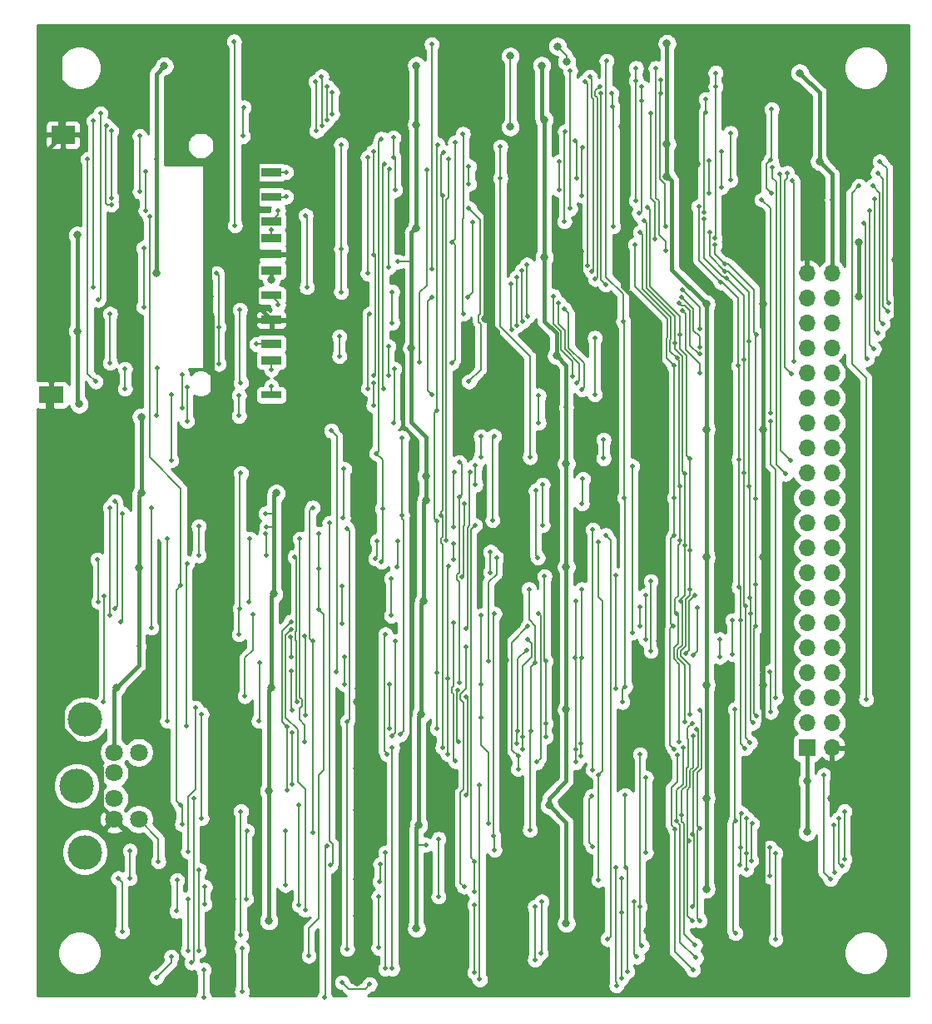
<source format=gbr>
%TF.GenerationSoftware,KiCad,Pcbnew,(5.1.6-0-10_14)*%
%TF.CreationDate,2021-02-13T08:29:22+01:00*%
%TF.ProjectId,vario,76617269-6f2e-46b6-9963-61645f706362,1*%
%TF.SameCoordinates,Original*%
%TF.FileFunction,Copper,L2,Bot*%
%TF.FilePolarity,Positive*%
%FSLAX46Y46*%
G04 Gerber Fmt 4.6, Leading zero omitted, Abs format (unit mm)*
G04 Created by KiCad (PCBNEW (5.1.6-0-10_14)) date 2021-02-13 08:29:22*
%MOMM*%
%LPD*%
G01*
G04 APERTURE LIST*
%TA.AperFunction,ComponentPad*%
%ADD10C,1.800000*%
%TD*%
%TA.AperFunction,ComponentPad*%
%ADD11C,3.500000*%
%TD*%
%TA.AperFunction,ComponentPad*%
%ADD12O,1.700000X1.700000*%
%TD*%
%TA.AperFunction,ComponentPad*%
%ADD13R,1.700000X1.700000*%
%TD*%
%TA.AperFunction,ViaPad*%
%ADD14C,0.800000*%
%TD*%
%TA.AperFunction,ViaPad*%
%ADD15C,0.500000*%
%TD*%
%TA.AperFunction,Conductor*%
%ADD16C,0.400000*%
%TD*%
%TA.AperFunction,Conductor*%
%ADD17C,0.160000*%
%TD*%
%TA.AperFunction,Conductor*%
%ADD18C,0.254000*%
%TD*%
G04 APERTURE END LIST*
D10*
%TO.P,J3,6*%
%TO.N,N/C*%
X111000000Y-124600000D03*
%TO.P,J3,5*%
%TO.N,/ps2/ps2_clk*%
X111000000Y-131400000D03*
%TO.P,J3,3*%
%TO.N,GND*%
X108500000Y-131400000D03*
%TO.P,J3,4*%
%TO.N,VCC*%
X108500000Y-124600000D03*
%TO.P,J3,1*%
%TO.N,/ps2/ps2_data*%
X108500000Y-129300000D03*
%TO.P,J3,2*%
%TO.N,N/C*%
X108500000Y-126700000D03*
D11*
%TO.P,J3,*%
%TO.N,*%
X104700000Y-128000000D03*
X105500000Y-121250000D03*
X105500000Y-134750000D03*
%TD*%
%TO.P,J2,12*%
%TO.N,GND*%
%TA.AperFunction,SMDPad,CuDef*%
G36*
G01*
X104500000Y-62700000D02*
X102100000Y-62700000D01*
X102100000Y-60900000D01*
X104500000Y-60900000D01*
X104500000Y-62700000D01*
G37*
%TD.AperFunction*%
%TO.P,J2,13*%
%TA.AperFunction,SMDPad,CuDef*%
G36*
G01*
X103300000Y-89100000D02*
X100900000Y-89100000D01*
X100900000Y-87400000D01*
X103300000Y-87400000D01*
X103300000Y-89100000D01*
G37*
%TD.AperFunction*%
%TO.P,J2,11*%
%TO.N,/write_protect*%
%TA.AperFunction,SMDPad,CuDef*%
G36*
G01*
X125500000Y-88590000D02*
X123500000Y-88590000D01*
X123500000Y-87890000D01*
X125500000Y-87890000D01*
X125500000Y-88590000D01*
G37*
%TD.AperFunction*%
%TO.P,J2,8*%
%TO.N,Net-(J2-Pad8)*%
%TA.AperFunction,SMDPad,CuDef*%
G36*
G01*
X125500000Y-85150000D02*
X123500000Y-85150000D01*
X123500000Y-84350000D01*
X125500000Y-84350000D01*
X125500000Y-85150000D01*
G37*
%TD.AperFunction*%
%TO.P,J2,7*%
%TO.N,Net-(J2-Pad7)*%
%TA.AperFunction,SMDPad,CuDef*%
G36*
G01*
X125500000Y-83450000D02*
X123500000Y-83450000D01*
X123500000Y-82650000D01*
X125500000Y-82650000D01*
X125500000Y-83450000D01*
G37*
%TD.AperFunction*%
%TO.P,J2,6*%
%TO.N,GND*%
%TA.AperFunction,SMDPad,CuDef*%
G36*
G01*
X125500000Y-81020000D02*
X123500000Y-81020000D01*
X123500000Y-80220000D01*
X125500000Y-80220000D01*
X125500000Y-81020000D01*
G37*
%TD.AperFunction*%
%TO.P,J2,5*%
%TO.N,Net-(J2-Pad5)*%
%TA.AperFunction,SMDPad,CuDef*%
G36*
G01*
X125500000Y-78520000D02*
X123500000Y-78520000D01*
X123500000Y-77720000D01*
X125500000Y-77720000D01*
X125500000Y-78520000D01*
G37*
%TD.AperFunction*%
%TO.P,J2,4*%
%TO.N,+3V3*%
%TA.AperFunction,SMDPad,CuDef*%
G36*
G01*
X125500000Y-76020000D02*
X123500000Y-76020000D01*
X123500000Y-75220000D01*
X125500000Y-75220000D01*
X125500000Y-76020000D01*
G37*
%TD.AperFunction*%
%TO.P,J2,3*%
%TO.N,GND*%
%TA.AperFunction,SMDPad,CuDef*%
G36*
G01*
X125500000Y-74320000D02*
X123500000Y-74320000D01*
X123500000Y-73520000D01*
X125500000Y-73520000D01*
X125500000Y-74320000D01*
G37*
%TD.AperFunction*%
%TO.P,J2,10*%
%TO.N,/~card_detect*%
%TA.AperFunction,SMDPad,CuDef*%
G36*
G01*
X125500000Y-72720000D02*
X123500000Y-72720000D01*
X123500000Y-71920000D01*
X125500000Y-71920000D01*
X125500000Y-72720000D01*
G37*
%TD.AperFunction*%
%TO.P,J2,2*%
%TO.N,Net-(J2-Pad2)*%
%TA.AperFunction,SMDPad,CuDef*%
G36*
G01*
X125500000Y-71020000D02*
X123500000Y-71020000D01*
X123500000Y-70220000D01*
X125500000Y-70220000D01*
X125500000Y-71020000D01*
G37*
%TD.AperFunction*%
%TO.P,J2,1*%
%TO.N,/~card_cs_3v3*%
%TA.AperFunction,SMDPad,CuDef*%
G36*
G01*
X125500000Y-68520000D02*
X123500000Y-68520000D01*
X123500000Y-67720000D01*
X125500000Y-67720000D01*
X125500000Y-68520000D01*
G37*
%TD.AperFunction*%
%TO.P,J2,9*%
%TO.N,Net-(J2-Pad9)*%
%TA.AperFunction,SMDPad,CuDef*%
G36*
G01*
X125500000Y-66020000D02*
X123500000Y-66020000D01*
X123500000Y-65220000D01*
X125500000Y-65220000D01*
X125500000Y-66020000D01*
G37*
%TD.AperFunction*%
%TD*%
D12*
%TO.P,J1,40*%
%TO.N,VCC*%
X181540000Y-75870000D03*
%TO.P,J1,39*%
%TO.N,GND*%
X179000000Y-75870000D03*
%TO.P,J1,38*%
%TO.N,/a15*%
X181540000Y-78410000D03*
%TO.P,J1,37*%
%TO.N,/a14*%
X179000000Y-78410000D03*
%TO.P,J1,36*%
%TO.N,/a13*%
X181540000Y-80950000D03*
%TO.P,J1,35*%
%TO.N,/a12*%
X179000000Y-80950000D03*
%TO.P,J1,34*%
%TO.N,/a11*%
X181540000Y-83490000D03*
%TO.P,J1,33*%
%TO.N,/a10*%
X179000000Y-83490000D03*
%TO.P,J1,32*%
%TO.N,/a9*%
X181540000Y-86030000D03*
%TO.P,J1,31*%
%TO.N,/a8*%
X179000000Y-86030000D03*
%TO.P,J1,30*%
%TO.N,N/C*%
X181540000Y-88570000D03*
%TO.P,J1,29*%
X179000000Y-88570000D03*
%TO.P,J1,28*%
X181540000Y-91110000D03*
%TO.P,J1,27*%
X179000000Y-91110000D03*
%TO.P,J1,26*%
X181540000Y-93650000D03*
%TO.P,J1,25*%
X179000000Y-93650000D03*
%TO.P,J1,24*%
%TO.N,/a1*%
X181540000Y-96190000D03*
%TO.P,J1,23*%
%TO.N,/a0*%
X179000000Y-96190000D03*
%TO.P,J1,22*%
%TO.N,N/C*%
X181540000Y-98730000D03*
%TO.P,J1,21*%
X179000000Y-98730000D03*
%TO.P,J1,20*%
X181540000Y-101270000D03*
%TO.P,J1,19*%
X179000000Y-101270000D03*
%TO.P,J1,18*%
%TO.N,/d7*%
X181540000Y-103810000D03*
%TO.P,J1,17*%
%TO.N,/d6*%
X179000000Y-103810000D03*
%TO.P,J1,16*%
%TO.N,/d5*%
X181540000Y-106350000D03*
%TO.P,J1,15*%
%TO.N,/d4*%
X179000000Y-106350000D03*
%TO.P,J1,14*%
%TO.N,/d3*%
X181540000Y-108890000D03*
%TO.P,J1,13*%
%TO.N,/d2*%
X179000000Y-108890000D03*
%TO.P,J1,12*%
%TO.N,/d1*%
X181540000Y-111430000D03*
%TO.P,J1,11*%
%TO.N,/d0*%
X179000000Y-111430000D03*
%TO.P,J1,10*%
%TO.N,N/C*%
X181540000Y-113970000D03*
%TO.P,J1,9*%
X179000000Y-113970000D03*
%TO.P,J1,8*%
%TO.N,/~we*%
X181540000Y-116510000D03*
%TO.P,J1,7*%
%TO.N,/~oe*%
X179000000Y-116510000D03*
%TO.P,J1,6*%
%TO.N,/ena*%
X181540000Y-119050000D03*
%TO.P,J1,5*%
%TO.N,rdy*%
X179000000Y-119050000D03*
%TO.P,J1,4*%
%TO.N,~rst*%
X181540000Y-121590000D03*
%TO.P,J1,3*%
%TO.N,N/C*%
X179000000Y-121590000D03*
%TO.P,J1,2*%
%TO.N,GND*%
X181540000Y-124130000D03*
D13*
%TO.P,J1,1*%
%TO.N,VCC*%
X179000000Y-124130000D03*
%TD*%
D14*
%TO.N,GND*%
X150000000Y-149000000D03*
X148250000Y-138500000D03*
X148250000Y-127750000D03*
X148250000Y-115250000D03*
X148250000Y-100750000D03*
X147500000Y-90500000D03*
X146250000Y-80500000D03*
X146250000Y-65750000D03*
X133250000Y-148000000D03*
X133250000Y-137500000D03*
X133250000Y-126250000D03*
X133500000Y-114750000D03*
X133500000Y-104750000D03*
X132750000Y-89000000D03*
X132750000Y-79250000D03*
X132750000Y-76750000D03*
X132750000Y-66250000D03*
X118500000Y-134000000D03*
X118500000Y-123500000D03*
X118500000Y-114000000D03*
X118500000Y-103750000D03*
X164500000Y-149000000D03*
X164000000Y-136250000D03*
X164000000Y-126250000D03*
X164000000Y-113250000D03*
X164000000Y-100250000D03*
X164000000Y-87500000D03*
X160250000Y-74500000D03*
X160250000Y-61000000D03*
X110500000Y-83500000D03*
X109500000Y-73250000D03*
X109500000Y-63500000D03*
X109500000Y-54750000D03*
X132500000Y-51250000D03*
X160250000Y-51250000D03*
X188000000Y-51250000D03*
X188000000Y-62250000D03*
X188000000Y-74500000D03*
X146250000Y-51250000D03*
X119000000Y-54250000D03*
X118899990Y-51149990D03*
X123012847Y-53595496D03*
X123000000Y-74750000D03*
X118250000Y-80000000D03*
X118250000Y-78250000D03*
X118250000Y-74000000D03*
X118250000Y-69500000D03*
X118750000Y-58500000D03*
X120500000Y-139500000D03*
X118500000Y-127000000D03*
X118500000Y-116750000D03*
X118500000Y-107250000D03*
X118500000Y-97000000D03*
X133500000Y-93000000D03*
X101750000Y-90500000D03*
X102000000Y-83250000D03*
X102000000Y-74000000D03*
X103000000Y-51250000D03*
X103250000Y-113250000D03*
X103250000Y-102750000D03*
X111500000Y-146750000D03*
X111492129Y-137471140D03*
X120500000Y-148000000D03*
X132500000Y-59500000D03*
X132750000Y-70000000D03*
X133500000Y-97750000D03*
X133500000Y-108000000D03*
X133250000Y-119500000D03*
X133250000Y-130500000D03*
X133250000Y-141250000D03*
X164000000Y-130000000D03*
X162750000Y-142750000D03*
X164000000Y-118750000D03*
X164000000Y-104750000D03*
X164000000Y-92500000D03*
X156000000Y-83250000D03*
X155925000Y-73675000D03*
X174500000Y-129250000D03*
X174225000Y-138775000D03*
X174500000Y-117750000D03*
X174500000Y-104750000D03*
X174500000Y-91750000D03*
X174500000Y-79000000D03*
X173000000Y-69750000D03*
X173000000Y-51250000D03*
X167750000Y-64750000D03*
X167687500Y-51312500D03*
X174500000Y-149000000D03*
X181500000Y-129250000D03*
X188130000Y-124130000D03*
D15*
X133250000Y-118150000D03*
X102000000Y-65600000D03*
X102000000Y-68300000D03*
X132500000Y-58200000D03*
X102000000Y-78000000D03*
X102000000Y-76600000D03*
X102000000Y-75300000D03*
X133500000Y-93669990D03*
%TO.N,Net-(C1-Pad1)*%
X112800000Y-147500000D03*
X114300000Y-145400000D03*
D14*
%TO.N,VCC*%
X154500000Y-120250000D03*
X152750000Y-130000000D03*
X154500000Y-142000000D03*
X164750000Y-52500000D03*
X164750000Y-66000000D03*
X168750000Y-79000000D03*
X168750000Y-91750000D03*
X168750000Y-104750000D03*
X168750000Y-117750000D03*
X168750000Y-129250000D03*
X168750000Y-138500000D03*
X124250000Y-128500000D03*
X124250000Y-141750000D03*
X139250000Y-60750000D03*
X139250000Y-71250000D03*
X138750000Y-83500000D03*
X140250000Y-99000000D03*
X140000000Y-109250000D03*
X139750000Y-120750000D03*
X139500000Y-132000000D03*
X139250000Y-142500000D03*
X152250000Y-60250000D03*
X152250000Y-74250000D03*
X153500000Y-84250000D03*
X154500000Y-95250000D03*
X154500000Y-105750000D03*
X184250000Y-78250000D03*
X179000000Y-127500000D03*
X108750000Y-118000000D03*
X180250000Y-64500000D03*
X178250000Y-55500000D03*
X164750000Y-62750000D03*
X184250000Y-72750000D03*
D15*
X123900000Y-100300000D03*
X140200000Y-134000000D03*
X124000000Y-101700000D03*
X154500000Y-89500000D03*
D14*
X104750000Y-81750000D03*
X152000000Y-54750000D03*
X140250000Y-96500000D03*
X104750000Y-72000000D03*
X139250000Y-54750000D03*
X104937500Y-89187500D03*
D15*
X121200000Y-88300000D03*
X121200000Y-90379999D03*
X120700000Y-52300000D03*
X112923882Y-85514610D03*
X112820001Y-90379999D03*
X181540000Y-68440000D03*
X137400000Y-74700000D03*
X114850000Y-140750000D03*
X111000000Y-113800000D03*
X120800000Y-71000000D03*
X114900000Y-137600000D03*
D14*
X179000000Y-132700000D03*
X124500000Y-118000000D03*
X124750000Y-108500000D03*
X111250000Y-90500000D03*
X125000000Y-98250000D03*
X111250000Y-98250000D03*
X111000000Y-105800000D03*
D15*
%TO.N,Net-(C33-Pad1)*%
X131400000Y-84300000D03*
X131412500Y-82312500D03*
D14*
%TO.N,+3V3*%
X124500000Y-76500000D03*
X112800000Y-75900000D03*
X113600000Y-54800000D03*
D15*
X112800000Y-64300000D03*
X119150000Y-85100000D03*
X119150000Y-81400000D03*
X118925000Y-75875000D03*
%TO.N,/en_3v3*%
X111100000Y-67600000D03*
X111100000Y-61930000D03*
X121600000Y-61930000D03*
X121700000Y-59000000D03*
%TO.N,/SPI/clk_ena*%
X140830000Y-75400000D03*
X140800000Y-52600000D03*
%TO.N,/ps2/has_data*%
X136500000Y-122200000D03*
X136500000Y-117700000D03*
X143600000Y-98600000D03*
X143600000Y-95100000D03*
X158300000Y-94700000D03*
X158300004Y-92800000D03*
X143595272Y-117558961D03*
%TO.N,Net-(D4-Pad1)*%
X175340000Y-67700000D03*
X175400000Y-59200000D03*
X175324125Y-64356642D03*
%TO.N,/a15*%
X187350000Y-78900000D03*
X186400000Y-64500000D03*
%TO.N,/a14*%
X186200000Y-65700000D03*
X187218286Y-79738315D03*
%TO.N,/a13*%
X186700000Y-81000000D03*
X185670000Y-67000000D03*
%TO.N,/a12*%
X186200000Y-82000000D03*
X185870000Y-68300000D03*
%TO.N,/a11*%
X185800000Y-83600000D03*
X185340000Y-69500000D03*
%TO.N,/a10*%
X185100000Y-84600000D03*
X184810000Y-70800000D03*
%TO.N,/a9*%
X177700000Y-84800000D03*
X177500000Y-66500000D03*
%TO.N,/a8*%
X177400000Y-86100000D03*
X176986945Y-65673890D03*
%TO.N,/a1*%
X177300000Y-94900000D03*
X176200000Y-65800000D03*
%TO.N,/a0*%
X176800000Y-96300000D03*
X175500002Y-65100000D03*
%TO.N,/d7*%
X165500000Y-124250000D03*
X165500000Y-102500000D03*
X165500000Y-98750000D03*
X161500000Y-73000000D03*
X165449968Y-85250000D03*
X165389957Y-111750000D03*
%TO.N,/d6*%
X166030000Y-103030000D03*
X166030000Y-97500000D03*
X162000000Y-71750000D03*
X165775649Y-84534329D03*
X165749968Y-110500000D03*
X165969990Y-123500000D03*
%TO.N,/d5*%
X166560000Y-121500000D03*
X166560000Y-103560000D03*
X166560000Y-96250000D03*
X162409979Y-70500000D03*
X165569990Y-82955298D03*
X166109979Y-109250000D03*
%TO.N,/d4*%
X167090000Y-120750000D03*
X167090000Y-108000000D03*
X167090000Y-104090000D03*
X167090000Y-94750000D03*
X162769990Y-69200000D03*
X166100000Y-82100000D03*
%TO.N,/d3*%
X173850000Y-120900000D03*
X173800000Y-111800000D03*
X173800000Y-107500000D03*
X173800000Y-98800000D03*
X173850000Y-82100000D03*
X169600000Y-73000000D03*
X108200000Y-68200000D03*
X108200000Y-61400000D03*
X129100000Y-61400000D03*
X129000000Y-56400000D03*
X156400000Y-56400000D03*
X156650000Y-75100000D03*
X170658980Y-74941020D03*
%TO.N,/d2*%
X173500000Y-121600000D03*
X173270000Y-110500000D03*
X173200000Y-108900000D03*
X173100000Y-97500000D03*
X173100000Y-82800000D03*
X169100000Y-71700000D03*
X108200000Y-68900000D03*
X107700000Y-60900000D03*
X129630000Y-60853390D03*
X129600000Y-55870000D03*
X156900000Y-55900000D03*
X170643148Y-75674736D03*
X157109979Y-75700000D03*
%TO.N,/d1*%
X173200000Y-123600000D03*
X172740000Y-109700000D03*
X172570000Y-96200000D03*
X172570000Y-84700000D03*
X168500000Y-70400000D03*
X106400000Y-77300000D03*
X106400000Y-60400000D03*
X130160000Y-60311058D03*
X130160000Y-56930000D03*
X170805511Y-76355658D03*
X157469990Y-76479999D03*
X157926846Y-56877312D03*
%TO.N,/d0*%
X172700000Y-124200000D03*
X172210000Y-111200000D03*
X172040000Y-107800000D03*
X172040000Y-94800000D03*
X172000000Y-85300000D03*
X106900000Y-78600000D03*
X107100000Y-59620001D03*
X130690000Y-59700000D03*
X130690000Y-57460000D03*
X158500000Y-77009999D03*
X170200000Y-76800002D03*
X158000000Y-57573491D03*
X167969990Y-69100000D03*
%TO.N,/~we*%
X142470000Y-117100000D03*
X142470000Y-124800000D03*
X142500000Y-105700000D03*
X135800000Y-99800000D03*
X135700000Y-62200000D03*
X114300000Y-88200000D03*
X114300000Y-94900000D03*
X135700000Y-105200000D03*
X135200000Y-94200000D03*
%TO.N,/~oe*%
X141370000Y-116500000D03*
X141370000Y-122200000D03*
X141370000Y-101100000D03*
X141400000Y-62800000D03*
X115400000Y-86200000D03*
X115400000Y-89600000D03*
X141370000Y-89870000D03*
%TO.N,/ena*%
X185000000Y-119200000D03*
X184300000Y-67000000D03*
%TO.N,rdy*%
X130600000Y-91900000D03*
X131100000Y-116400000D03*
X175300000Y-90900000D03*
X175830000Y-119000000D03*
%TO.N,~rst*%
X115400000Y-131900000D03*
X115300000Y-130000000D03*
X115300000Y-107650000D03*
X112100000Y-70100000D03*
X146570000Y-131800000D03*
X145800000Y-121100000D03*
X145800000Y-110700000D03*
X175300000Y-120500000D03*
X175200000Y-116400000D03*
X145800000Y-117700000D03*
X160200000Y-119500000D03*
X160500000Y-117900000D03*
X160400000Y-98700000D03*
X160300000Y-80800000D03*
X158600000Y-54300000D03*
D14*
X148800000Y-61000000D03*
X148800000Y-53800000D03*
X153600000Y-52800000D03*
X154540686Y-54340686D03*
D15*
%TO.N,/write_protect*%
X124500000Y-87400000D03*
X121300000Y-79600000D03*
X121400000Y-87000000D03*
%TO.N,Net-(J2-Pad8)*%
X124500000Y-85700000D03*
%TO.N,Net-(J2-Pad7)*%
X123000000Y-83100000D03*
%TO.N,Net-(J2-Pad5)*%
X125200000Y-79100000D03*
%TO.N,/~card_detect*%
X124500000Y-71500000D03*
X111500000Y-79300000D03*
X111500000Y-73300000D03*
%TO.N,Net-(J2-Pad2)*%
X125200000Y-69500000D03*
%TO.N,/~card_cs_3v3*%
X126000000Y-68100000D03*
%TO.N,Net-(J2-Pad9)*%
X126000000Y-65600000D03*
%TO.N,/ps2/ps2_clk*%
X117130000Y-144800000D03*
X113000000Y-135700000D03*
X117162706Y-136553383D03*
%TO.N,/ps2/ps2_data*%
X109300000Y-142800000D03*
X108900000Y-137400000D03*
%TO.N,/~miso*%
X136400000Y-83300000D03*
X136400000Y-86300000D03*
%TO.N,/SPI/~rdy_out*%
X136900000Y-91100000D03*
X137000000Y-85600000D03*
%TO.N,/ps2/~rdy*%
X126609175Y-120273500D03*
X126500001Y-116300000D03*
%TO.N,/ps2/~clk_out*%
X117700000Y-140030000D03*
X144100000Y-138270000D03*
X117746610Y-138300000D03*
X144269990Y-113900000D03*
%TO.N,/ps2/~data_out*%
X110100000Y-134600000D03*
X110100000Y-137400000D03*
X116800000Y-120100000D03*
X116019999Y-134680001D03*
%TO.N,/ps2/send_req*%
X121500000Y-148900000D03*
X121500000Y-144500000D03*
%TO.N,/ps2/send_clk_out*%
X134500000Y-148200000D03*
X131700000Y-148000000D03*
%TO.N,/SPI/mosi*%
X128100000Y-77300000D03*
X128000000Y-70000000D03*
%TO.N,/SPI/clk*%
X140840000Y-88200000D03*
X140840000Y-78300000D03*
X154300000Y-70600000D03*
X154370000Y-61500000D03*
X144469990Y-78300000D03*
X145000000Y-70700000D03*
%TO.N,/~card_cs*%
X111700000Y-69500000D03*
X111700000Y-65500000D03*
%TO.N,/SPI/reg_send_q7*%
X148910000Y-77000000D03*
X148919146Y-81652452D03*
%TO.N,/SPI/reg_send_q6*%
X149440000Y-76300000D03*
X149506400Y-81169990D03*
%TO.N,/SPI/reg_send_q5*%
X149970000Y-75626101D03*
X150083002Y-80741476D03*
%TO.N,/SPI/reg_send_q4*%
X150500000Y-75000000D03*
X150562880Y-80231836D03*
%TO.N,/SPI/reg_send_cp*%
X131600000Y-73400000D03*
X131600000Y-62800000D03*
X157400000Y-88200000D03*
X157400000Y-82432451D03*
X136800000Y-80900000D03*
X136800000Y-77770000D03*
X131600000Y-77770000D03*
%TO.N,/SPI/reg_send_q3*%
X166300000Y-77539999D03*
X168100000Y-81500000D03*
%TO.N,/SPI/reg_send_q2*%
X168100000Y-83400000D03*
X166224767Y-78275233D03*
%TO.N,/SPI/reg_send_q1*%
X168100000Y-84100000D03*
X165949161Y-78918695D03*
%TO.N,/SPI/reg_send_q0*%
X166319821Y-79698694D03*
X168100000Y-86000000D03*
%TO.N,/SPI/count0*%
X155150000Y-86400000D03*
X153200000Y-78200000D03*
%TO.N,/SPI/count1*%
X155600000Y-87000000D03*
X153730000Y-78900000D03*
%TO.N,/SPI/count2*%
X156100000Y-87700000D03*
X154300000Y-79500000D03*
%TO.N,/SPI/count3*%
X151700000Y-88300000D03*
X134869990Y-87000003D03*
X134869990Y-89300000D03*
X151700000Y-91069988D03*
%TO.N,/SPI/~clk*%
X136000000Y-64800000D03*
X135930000Y-87600000D03*
%TO.N,/SPI/~int_rst*%
X142900000Y-72700000D03*
X142830000Y-85000000D03*
X143200000Y-62600000D03*
%TO.N,/SPI/~int_clk*%
X134869990Y-86300000D03*
X134869990Y-63500000D03*
X134869990Y-74000000D03*
%TO.N,/SPI/~clk_ena*%
X134300000Y-75900000D03*
X134300000Y-64100000D03*
%TO.N,/SPI/rdy_int*%
X136399999Y-75300000D03*
X136494976Y-65294976D03*
%TO.N,/SPI/reg_recv_q7*%
X164600000Y-73600000D03*
X163600000Y-55000000D03*
%TO.N,/SPI/reg_recv_q6*%
X169599999Y-72299999D03*
X169700000Y-56900000D03*
X169700000Y-55500000D03*
%TO.N,/SPI/reg_recv_q5*%
X164600000Y-71100000D03*
X164100000Y-57600000D03*
X164100000Y-56200000D03*
%TO.N,/SPI/reg_recv_q4*%
X168500000Y-69699997D03*
X168700000Y-59500000D03*
X168700000Y-58200000D03*
%TO.N,/SPI/reg_recv_q3*%
X163560001Y-72400000D03*
X163100000Y-59600000D03*
%TO.N,/SPI/reg_recv_q2*%
X159300000Y-71100000D03*
X159200000Y-58900000D03*
X159100000Y-57600000D03*
%TO.N,/SPI/reg_recv_q1*%
X161900000Y-69800000D03*
X162130000Y-58300000D03*
X162130000Y-56900000D03*
%TO.N,/SPI/reg_recv_q0*%
X161600000Y-68500000D03*
X161600000Y-56300000D03*
X161600000Y-55000000D03*
%TO.N,/SPI/miso*%
X144600000Y-86900000D03*
X144600000Y-69300000D03*
X154900000Y-69300000D03*
X154900000Y-55300000D03*
%TO.N,/SPI/~oe_to_d*%
X144600000Y-65000000D03*
X144600000Y-66800000D03*
%TO.N,/ps2/recv_clk*%
X129300000Y-110100000D03*
X129300000Y-102400000D03*
X106900000Y-109300000D03*
X129300000Y-105900000D03*
X128305010Y-145294990D03*
X106800000Y-105000000D03*
%TO.N,/ps2/send_clk_ena_clk*%
X117600000Y-146700000D03*
X117600000Y-149500000D03*
X129900000Y-149500000D03*
X130130010Y-134100000D03*
%TO.N,Net-(U14-Pad1)*%
X116400000Y-146000000D03*
X116600000Y-129300000D03*
%TO.N,/ps2/data_in*%
X116000000Y-144800000D03*
X116000000Y-139500000D03*
X145170000Y-138800000D03*
X145170000Y-135700000D03*
X145200000Y-101500000D03*
X152100000Y-101500000D03*
X152100000Y-97400000D03*
%TO.N,/ps2/recv_byte6*%
X171400000Y-111200000D03*
X152300000Y-106700000D03*
X152430010Y-121700000D03*
X152430010Y-123000000D03*
X171400000Y-114599999D03*
X152430010Y-115349970D03*
%TO.N,/ps2/recv_byte7*%
X150800000Y-132500000D03*
X150900000Y-122400000D03*
X150700000Y-108000000D03*
X170100000Y-113100000D03*
X151300000Y-115500000D03*
X170100000Y-114909979D03*
%TO.N,/ps2/recv_byte5*%
X156030000Y-125000000D03*
X156030000Y-123700000D03*
X167800000Y-109900000D03*
X156100000Y-108000000D03*
X167381538Y-114691518D03*
X156100000Y-114989959D03*
%TO.N,/ps2/recv_byte4*%
X167620000Y-108600000D03*
X155500000Y-124300000D03*
X155500000Y-125600000D03*
X155500000Y-109200000D03*
X166696166Y-114549106D03*
X155400298Y-114969139D03*
%TO.N,/ps2/recv_byte3*%
X151500000Y-125600000D03*
X151700000Y-110500000D03*
%TO.N,/ps2/recv_shift_clk*%
X131670000Y-111470000D03*
X157800000Y-103200000D03*
X157800000Y-126900000D03*
X157800000Y-137600000D03*
X131700000Y-107700000D03*
X146800000Y-106300000D03*
X146800000Y-104200000D03*
%TO.N,/ps2/recv_byte2*%
X149600000Y-126300000D03*
X149600000Y-125000000D03*
X150600000Y-111800000D03*
X162040000Y-111800000D03*
X162000000Y-109800000D03*
%TO.N,/ps2/recv_byte1*%
X150100000Y-124300000D03*
X150100000Y-123000000D03*
X162570000Y-113100000D03*
X162570000Y-108600000D03*
X150600000Y-113100000D03*
%TO.N,/ps2/recv_byte0*%
X149500000Y-123700000D03*
X163100000Y-107200000D03*
X149569995Y-122397602D03*
X150469990Y-114195050D03*
X163100000Y-114269937D03*
%TO.N,/ps2/recv_par*%
X147200000Y-134500000D03*
X147100000Y-133100000D03*
X147200000Y-110500000D03*
%TO.N,/ps2/recv_cnt0*%
X108560000Y-110000000D03*
X108600000Y-99100000D03*
%TO.N,/ps2/recv_cnt1*%
X108030000Y-110700000D03*
X108100000Y-99700000D03*
%TO.N,/ps2/recv_cnt2*%
X109339999Y-100300000D03*
X109200000Y-111300000D03*
%TO.N,/ps2/recv_cnt3*%
X112300000Y-111900000D03*
X112300000Y-99700000D03*
%TO.N,/ps2/~cnt_recv_rst*%
X107400000Y-119500000D03*
X107500000Y-108700000D03*
%TO.N,/ps2/~data_oe*%
X143549968Y-123500000D03*
X143427473Y-118238564D03*
X159530010Y-118100000D03*
X159530010Y-106600000D03*
%TO.N,/ps2/send_ack_clk*%
X151400000Y-98000000D03*
X146570000Y-115300000D03*
X123300000Y-115500000D03*
X123200000Y-121400000D03*
X151600000Y-104800000D03*
X147400000Y-104800000D03*
%TO.N,/ps2/send_ack*%
X156200000Y-96800000D03*
X156100000Y-99300000D03*
%TO.N,/ps2/recv_clk_out*%
X136700000Y-110700000D03*
X136700000Y-106900000D03*
X144130000Y-99300000D03*
X143909979Y-106800000D03*
%TO.N,/ps2/recv_full_clk*%
X145270000Y-97400000D03*
X145270000Y-95400000D03*
X121300000Y-110000000D03*
X121200000Y-112600000D03*
X121400000Y-96200000D03*
%TO.N,/ps2/~recv_rst*%
X144700000Y-96100000D03*
X144269990Y-112000000D03*
%TO.N,/ps2/~send_rst*%
X128700000Y-132800000D03*
X128700000Y-113300000D03*
X128700000Y-99700000D03*
X175200000Y-134300000D03*
X175200000Y-137200000D03*
X141500000Y-133400000D03*
X141500000Y-139269990D03*
%TO.N,/ps2/~send_clk_ena*%
X130400000Y-101300000D03*
X130490021Y-136100000D03*
%TO.N,/ps2/~send_req*%
X136100000Y-146600000D03*
X136100000Y-134800000D03*
%TO.N,/ps2/send_ena*%
X132206058Y-144593942D03*
X132200000Y-121500000D03*
X132200000Y-101870000D03*
X117100000Y-101600000D03*
X117100000Y-104600000D03*
X124000000Y-104600000D03*
X123900000Y-102400000D03*
%TO.N,/ps2/~send_req_rst*%
X121400000Y-143200000D03*
X121400000Y-130600000D03*
%TO.N,/ps2/~send_data_out_hi*%
X145170000Y-147000000D03*
X145170000Y-140100000D03*
X127300000Y-140100000D03*
X127300000Y-130000000D03*
%TO.N,/ps2/~send_data_out_lo*%
X157200000Y-134200000D03*
X157100000Y-129030000D03*
%TO.N,/ps2/data_out_ena*%
X135570000Y-136000000D03*
X135500000Y-137740000D03*
X125900000Y-138100000D03*
X125900000Y-132600000D03*
%TO.N,/ps2/~send_clk_out_rst*%
X135400000Y-144480000D03*
X121930000Y-139500000D03*
X122000000Y-132600000D03*
X135400000Y-139269990D03*
%TO.N,/ps2/data_out*%
X117400000Y-131300000D03*
X117400000Y-120700000D03*
%TO.N,/ps2/~send_clk_out*%
X136800003Y-146600000D03*
X136800000Y-124100000D03*
%TO.N,/ps2/send_ena_clk*%
X157200000Y-126370000D03*
X157200000Y-101970000D03*
X143070000Y-101703508D03*
X131900000Y-95800000D03*
X131800000Y-100770000D03*
X143100000Y-96100000D03*
%TO.N,/ps2/~send_ena*%
X127400000Y-102900000D03*
X122300000Y-102900000D03*
X122200000Y-109300000D03*
X127900000Y-123500000D03*
%TO.N,/ps2/send_cnt0*%
X160700000Y-146900000D03*
X172230000Y-134300000D03*
X172300000Y-130800000D03*
X182800000Y-130600000D03*
X182800000Y-135500000D03*
X160534249Y-136286202D03*
X172154937Y-136060771D03*
X126500000Y-114900000D03*
X131919999Y-114900000D03*
X131919999Y-117670000D03*
X160500000Y-128960001D03*
X144269990Y-118930000D03*
X144269990Y-128960001D03*
X126449968Y-112900000D03*
%TO.N,/ps2/send_cnt1*%
X182578640Y-136164080D03*
X182270000Y-131330000D03*
X172846610Y-131330000D03*
X172800000Y-134900000D03*
X160170000Y-137400000D03*
X160100000Y-147600000D03*
X172799992Y-136500000D03*
X126500001Y-112100000D03*
X127926101Y-140630000D03*
X160170000Y-140870000D03*
%TO.N,/ps2/send_cnt2*%
X159600000Y-148300000D03*
X173330000Y-135600000D03*
X173388942Y-131860000D03*
X181740000Y-132000000D03*
X181800000Y-136800000D03*
X159530010Y-136300000D03*
%TO.N,/ps2/send_cnt3*%
X126500000Y-111300000D03*
X126100000Y-122000000D03*
X181400000Y-137500000D03*
X180700000Y-126900000D03*
X162600000Y-127200000D03*
X162600000Y-134800000D03*
X126100000Y-128400000D03*
%TO.N,/ps2/~send_clk*%
X175800000Y-134900000D03*
X175800000Y-143600000D03*
X158700000Y-143600000D03*
X158500000Y-102500000D03*
X143000000Y-105000000D03*
X135270000Y-103100000D03*
X135077889Y-104879073D03*
X143000000Y-103400000D03*
%TO.N,/ps2/send_data8*%
X162200000Y-144300000D03*
X162000000Y-124800000D03*
X151300000Y-145700000D03*
X151300000Y-140300000D03*
X162000000Y-140300000D03*
%TO.N,/ps2/send_data7*%
X167300000Y-141700000D03*
X167379949Y-122900062D03*
X166990021Y-133600000D03*
%TO.N,/ps2/send_data6*%
X167739985Y-122272413D03*
X167350032Y-132900000D03*
X167350032Y-140300000D03*
%TO.N,/ps2/send_data5*%
X168100000Y-141700000D03*
X168100000Y-132300000D03*
X168100000Y-120300000D03*
%TO.N,/ps2/send_data4*%
X171680000Y-120200000D03*
X171700000Y-131600000D03*
X171700000Y-143000000D03*
%TO.N,/ps2/send_data3*%
X167300000Y-121645000D03*
X166260001Y-131000000D03*
X167600000Y-144200000D03*
%TO.N,/ps2/send_data2*%
X166370000Y-124100000D03*
X165730001Y-131600000D03*
X167700000Y-145500000D03*
%TO.N,/ps2/send_data1*%
X165840000Y-124900000D03*
X165570000Y-132400000D03*
X167400000Y-146700000D03*
%TO.N,Net-(U19-Pad5)*%
X161700000Y-145400000D03*
X161400000Y-139770000D03*
X152000000Y-139770000D03*
X151900000Y-145000000D03*
%TO.N,/ps2/~send_cnt3*%
X126630000Y-122626101D03*
X126630000Y-127853390D03*
X145700000Y-127900001D03*
X145700000Y-147700000D03*
%TO.N,/ps2/~status_oe*%
X147000000Y-100970000D03*
X147142141Y-92430033D03*
%TO.N,/ps2/recv_valid*%
X161200000Y-112400000D03*
X161200000Y-95500000D03*
%TO.N,/ps2/cnt_recv_rst*%
X121800000Y-118900000D03*
X122600000Y-110600000D03*
%TO.N,/ps2/~send_ovf*%
X127930000Y-120800000D03*
X127869990Y-112762972D03*
%TO.N,/ps2/~status_we*%
X143200000Y-125500000D03*
X143000000Y-111400000D03*
%TO.N,Net-(U25-Pad10)*%
X136270003Y-124800000D03*
X136100000Y-112600000D03*
%TO.N,Net-(U25-Pad9)*%
X136800000Y-122900000D03*
X137100000Y-113300000D03*
%TO.N,/ps2/common_rdy*%
X115830000Y-121900000D03*
X115900000Y-105370000D03*
X137319999Y-103100000D03*
X137300004Y-105775473D03*
%TO.N,/ps2/~common_rdy*%
X113900000Y-121400000D03*
X113900000Y-102900000D03*
%TO.N,/~ps2_status_sel*%
X141900000Y-124100000D03*
X142000000Y-63600000D03*
X170300000Y-67100000D03*
X156100000Y-68000000D03*
X141769990Y-100500000D03*
X141900010Y-68000000D03*
X170271259Y-63469990D03*
X156154390Y-63069990D03*
%TO.N,/ps2/~sel*%
X142500000Y-64300000D03*
X142302768Y-103062327D03*
%TO.N,/~ps2_data_sel*%
X137600000Y-122800000D03*
X137800000Y-100500000D03*
X137800000Y-92600000D03*
X145800000Y-92490011D03*
X145800000Y-94600000D03*
X150800000Y-94600000D03*
X147800000Y-63000000D03*
X147800000Y-66200000D03*
X155570000Y-66200000D03*
X155430000Y-62400000D03*
X171200000Y-61600000D03*
X171200000Y-66400000D03*
%TO.N,/SPI/rdy_out*%
X140300000Y-65400000D03*
X139600000Y-84900000D03*
%TO.N,/SPI/~count3*%
X144030000Y-80000000D03*
X144000000Y-61700000D03*
X134339980Y-87600000D03*
X134509979Y-80000000D03*
%TO.N,/~spi_data_sel*%
X136900000Y-62100000D03*
X136900000Y-64100000D03*
X169030000Y-67700000D03*
X169030000Y-64400000D03*
X153770000Y-64500000D03*
X153770000Y-67400000D03*
X137100000Y-67400000D03*
%TO.N,/card_ctl_clk*%
X105800000Y-64300000D03*
X106600000Y-86900000D03*
%TO.N,/~card_status_oe*%
X108100000Y-85000000D03*
X108100000Y-80000000D03*
%TO.N,/~spi_ctrl_sel*%
X109600000Y-85600000D03*
X109600000Y-87600000D03*
X115930000Y-87500000D03*
X115900000Y-90909999D03*
X175300000Y-90100000D03*
X174400000Y-68400000D03*
%TO.N,/ps2/rdy_out*%
X126870000Y-104700000D03*
X127100000Y-119500000D03*
%TD*%
D16*
%TO.N,GND*%
X150000000Y-149000000D02*
X150000000Y-141500000D01*
X150000000Y-140250000D02*
X148250000Y-138500000D01*
X150000000Y-141500000D02*
X150000000Y-140250000D01*
X148250000Y-138500000D02*
X148250000Y-127750000D01*
X148250000Y-127750000D02*
X148250000Y-115250000D01*
X148250000Y-115250000D02*
X148250000Y-100750000D01*
X148250000Y-91250000D02*
X147500000Y-90500000D01*
X148250000Y-100750000D02*
X148250000Y-91250000D01*
X147500000Y-81750000D02*
X146250000Y-80500000D01*
X147500000Y-90500000D02*
X147500000Y-81750000D01*
X146250000Y-80500000D02*
X146250000Y-65750000D01*
X133250000Y-115000000D02*
X133500000Y-114750000D01*
X133500000Y-89750000D02*
X132750000Y-89000000D01*
X132750000Y-89000000D02*
X132750000Y-79250000D01*
X132750000Y-79250000D02*
X132750000Y-76750000D01*
X164500000Y-149000000D02*
X164000000Y-148500000D01*
X164000000Y-87500000D02*
X164000000Y-81000000D01*
X160250000Y-77250000D02*
X160250000Y-74500000D01*
X164000000Y-81000000D02*
X160250000Y-77250000D01*
X160250000Y-74500000D02*
X160250000Y-61000000D01*
X109500000Y-82500000D02*
X109500000Y-73250000D01*
X110500000Y-83500000D02*
X109500000Y-82500000D01*
X109500000Y-73250000D02*
X109500000Y-63500000D01*
X109500000Y-63500000D02*
X109500000Y-54750000D01*
X132500000Y-66000000D02*
X132750000Y-66250000D01*
X160250000Y-51250000D02*
X160250000Y-61000000D01*
X188000000Y-51250000D02*
X188000000Y-62250000D01*
X188000000Y-62250000D02*
X188000000Y-74500000D01*
X146250000Y-65750000D02*
X146250000Y-51250000D01*
X119000000Y-51250000D02*
X118899990Y-51149990D01*
X119000000Y-54250000D02*
X119000000Y-51250000D01*
X123500000Y-73920000D02*
X124500000Y-73920000D01*
X123012847Y-73432847D02*
X123012847Y-53595496D01*
X123500000Y-73920000D02*
X123012847Y-73432847D01*
X123500000Y-73920000D02*
X123000000Y-74420000D01*
X123000000Y-74420000D02*
X123000000Y-74750000D01*
X124500000Y-80620000D02*
X123000000Y-79120000D01*
X123000000Y-79120000D02*
X123000000Y-74750000D01*
X118500000Y-80250000D02*
X118250000Y-80000000D01*
X118250000Y-80000000D02*
X118250000Y-78250000D01*
X118250000Y-78250000D02*
X118250000Y-74000000D01*
X118250000Y-74000000D02*
X118250000Y-69500000D01*
X118750000Y-69000000D02*
X118750000Y-58500000D01*
X118250000Y-69500000D02*
X118750000Y-69000000D01*
X118500000Y-137500000D02*
X118500000Y-134000000D01*
X120500000Y-139500000D02*
X118500000Y-137500000D01*
X118500000Y-127000000D02*
X118500000Y-123500000D01*
X118500000Y-134000000D02*
X118500000Y-127000000D01*
X118500000Y-116750000D02*
X118500000Y-114000000D01*
X118500000Y-123500000D02*
X118500000Y-116750000D01*
X118500000Y-107250000D02*
X118500000Y-103750000D01*
X118500000Y-114000000D02*
X118500000Y-107250000D01*
X118500000Y-97000000D02*
X118500000Y-80250000D01*
X118500000Y-103750000D02*
X118500000Y-97000000D01*
X133500000Y-93000000D02*
X133500000Y-89750000D01*
X101750000Y-88600000D02*
X102100000Y-88250000D01*
X101750000Y-90500000D02*
X101750000Y-88600000D01*
X102100000Y-83350000D02*
X102000000Y-83250000D01*
X102100000Y-88250000D02*
X102100000Y-83350000D01*
X102000000Y-63100000D02*
X103300000Y-61800000D01*
X102999999Y-51250001D02*
X103000000Y-51250000D01*
X102999999Y-61499999D02*
X102999999Y-51250001D01*
X103300000Y-61800000D02*
X102999999Y-61499999D01*
X103250000Y-113250000D02*
X103250000Y-102750000D01*
X103250000Y-92000000D02*
X101750000Y-90500000D01*
X103250000Y-102750000D02*
X103250000Y-92000000D01*
X111500000Y-137479011D02*
X111492129Y-137471140D01*
X111500000Y-146750000D02*
X111500000Y-137479011D01*
X111492129Y-134392129D02*
X108500000Y-131400000D01*
X111492129Y-137471140D02*
X111492129Y-134392129D01*
X103250000Y-122182002D02*
X103250000Y-113250000D01*
X107199999Y-126132001D02*
X103250000Y-122182002D01*
X107199999Y-130099999D02*
X107199999Y-126132001D01*
X108500000Y-131400000D02*
X107199999Y-130099999D01*
X120500000Y-139500000D02*
X120500000Y-148000000D01*
X132500000Y-59500000D02*
X132500000Y-66000000D01*
X132750000Y-70000000D02*
X132750000Y-66250000D01*
X132750000Y-76750000D02*
X132750000Y-70000000D01*
X133500000Y-104750000D02*
X133500000Y-97750000D01*
X133500000Y-108000000D02*
X133500000Y-104750000D01*
X133500000Y-114750000D02*
X133500000Y-108000000D01*
X133250000Y-126250000D02*
X133250000Y-119500000D01*
X133250000Y-130500000D02*
X133250000Y-126250000D01*
X133250000Y-137500000D02*
X133250000Y-130500000D01*
X133250000Y-141250000D02*
X133250000Y-137500000D01*
X133250000Y-148000000D02*
X133250000Y-141250000D01*
X164000000Y-130000000D02*
X164000000Y-126250000D01*
X164000000Y-136250000D02*
X164000000Y-130000000D01*
X162750000Y-142750000D02*
X164000000Y-142750000D01*
X164000000Y-142750000D02*
X164000000Y-136250000D01*
X164000000Y-148500000D02*
X164000000Y-142750000D01*
X164000000Y-118750000D02*
X164000000Y-113250000D01*
X164000000Y-126250000D02*
X164000000Y-118750000D01*
X164000000Y-104750000D02*
X164000000Y-100250000D01*
X164000000Y-113250000D02*
X164000000Y-104750000D01*
X164000000Y-92500000D02*
X164000000Y-87500000D01*
X164000000Y-100250000D02*
X164000000Y-92500000D01*
X156000000Y-73750000D02*
X155925000Y-73675000D01*
X156000000Y-83250000D02*
X156000000Y-73750000D01*
X174500000Y-138500000D02*
X174225000Y-138775000D01*
X174500000Y-129250000D02*
X174500000Y-138500000D01*
X174500000Y-129250000D02*
X174500000Y-117750000D01*
X174500000Y-117750000D02*
X174500000Y-104750000D01*
X174500000Y-104750000D02*
X174500000Y-91750000D01*
X174500000Y-91750000D02*
X174500000Y-79000000D01*
X174500000Y-71250000D02*
X173000000Y-69750000D01*
X174500000Y-79000000D02*
X174500000Y-71250000D01*
X173000000Y-69750000D02*
X173000000Y-51250000D01*
X167750000Y-51375000D02*
X167687500Y-51312500D01*
X167750000Y-64750000D02*
X167750000Y-51375000D01*
X174500000Y-139050000D02*
X174225000Y-138775000D01*
X174500000Y-149000000D02*
X174500000Y-139050000D01*
X181540000Y-124130000D02*
X181540000Y-129210000D01*
X181540000Y-129210000D02*
X181500000Y-129250000D01*
X188000000Y-74500000D02*
X188000000Y-124000000D01*
X188000000Y-124000000D02*
X188130000Y-124130000D01*
X133250000Y-118150000D02*
X133250000Y-115000000D01*
X133250000Y-119500000D02*
X133250000Y-118150000D01*
X102000000Y-65600000D02*
X102000000Y-63100000D01*
X102000000Y-68300000D02*
X102000000Y-65600000D01*
X102000000Y-74000000D02*
X102000000Y-68300000D01*
X132500000Y-58200000D02*
X132500000Y-59500000D01*
X132500000Y-51250000D02*
X132500000Y-58200000D01*
X102000000Y-83250000D02*
X102000000Y-78000000D01*
X102000000Y-78000000D02*
X102000000Y-76600000D01*
X102000000Y-75300000D02*
X102000000Y-74000000D01*
X102000000Y-76600000D02*
X102000000Y-75300000D01*
X133500000Y-93000000D02*
X133500000Y-93669990D01*
X133500000Y-97750000D02*
X133500000Y-93669990D01*
D17*
%TO.N,Net-(C1-Pad1)*%
X114300000Y-146000000D02*
X114300000Y-145400000D01*
X112800000Y-147500000D02*
X114300000Y-146000000D01*
D16*
%TO.N,VCC*%
X152750000Y-129250000D02*
X154500000Y-127500000D01*
X154500000Y-127500000D02*
X154500000Y-120250000D01*
X152750000Y-130000000D02*
X152750000Y-129250000D01*
X154500000Y-142000000D02*
X154500000Y-131750000D01*
X154500000Y-131750000D02*
X152750000Y-130000000D01*
X165250000Y-75500000D02*
X165250000Y-66500000D01*
X165250000Y-66500000D02*
X164750000Y-66000000D01*
X168750000Y-79000000D02*
X165250000Y-75500000D01*
X168750000Y-91750000D02*
X168750000Y-79000000D01*
X168750000Y-104750000D02*
X168750000Y-91750000D01*
X168750000Y-117750000D02*
X168750000Y-104750000D01*
X168750000Y-129250000D02*
X168750000Y-117750000D01*
X168750000Y-138500000D02*
X168750000Y-129250000D01*
X124250000Y-141750000D02*
X124250000Y-128500000D01*
X139250000Y-71250000D02*
X139250000Y-60750000D01*
X138750000Y-71750000D02*
X139250000Y-71250000D01*
X140250000Y-92500000D02*
X138750000Y-91000000D01*
X138750000Y-91000000D02*
X138750000Y-83500000D01*
X140000000Y-109250000D02*
X140000000Y-99250000D01*
X140000000Y-99250000D02*
X140250000Y-99000000D01*
X139750000Y-120750000D02*
X139750000Y-109500000D01*
X139750000Y-109500000D02*
X140000000Y-109250000D01*
X139500000Y-132000000D02*
X139500000Y-121000000D01*
X139500000Y-121000000D02*
X139750000Y-120750000D01*
X139250000Y-132250000D02*
X139500000Y-132000000D01*
X152250000Y-74250000D02*
X152250000Y-60250000D01*
X153500000Y-82000000D02*
X152250000Y-80750000D01*
X152250000Y-80750000D02*
X152250000Y-74250000D01*
X153500000Y-84250000D02*
X153500000Y-82000000D01*
X154500000Y-85250000D02*
X153500000Y-84250000D01*
X154500000Y-105750000D02*
X154500000Y-95250000D01*
X154500000Y-120250000D02*
X154500000Y-105750000D01*
X108750000Y-118000000D02*
X111000000Y-115750000D01*
X164750000Y-66000000D02*
X164750000Y-62750000D01*
X184250000Y-72750000D02*
X184250000Y-78250000D01*
X181540000Y-65790000D02*
X180250000Y-64500000D01*
X180250000Y-57500000D02*
X178250000Y-55500000D01*
X180250000Y-64500000D02*
X180250000Y-57500000D01*
X179000000Y-124130000D02*
X179000000Y-127500000D01*
X164750000Y-62750000D02*
X164750000Y-52500000D01*
X108500000Y-118250000D02*
X108750000Y-118000000D01*
X124750000Y-101750000D02*
X124750000Y-100250000D01*
D17*
X140200000Y-134000000D02*
X139300000Y-134000000D01*
X124700000Y-101700000D02*
X124750000Y-101750000D01*
X124000000Y-101700000D02*
X124700000Y-101700000D01*
D16*
X124750000Y-108500000D02*
X124750000Y-101750000D01*
D17*
X124700000Y-100300000D02*
X124750000Y-100250000D01*
X123900000Y-100300000D02*
X124700000Y-100300000D01*
D16*
X124750000Y-100250000D02*
X124750000Y-98500000D01*
D17*
X139300000Y-134000000D02*
X139250000Y-134050000D01*
D16*
X139250000Y-134050000D02*
X139250000Y-132250000D01*
X139250000Y-142500000D02*
X139250000Y-134050000D01*
X154500000Y-95250000D02*
X154500000Y-89500000D01*
X154500000Y-89500000D02*
X154500000Y-85250000D01*
X111250000Y-98250000D02*
X111250000Y-90500000D01*
X104750000Y-72000000D02*
X104750000Y-81750000D01*
X152000000Y-60000000D02*
X152250000Y-60250000D01*
X152000000Y-54750000D02*
X152000000Y-60000000D01*
X139250000Y-54750000D02*
X139250000Y-60750000D01*
X140250000Y-96500000D02*
X140250000Y-92500000D01*
X104750000Y-81750000D02*
X104750000Y-89000000D01*
X140250000Y-99000000D02*
X140250000Y-96500000D01*
X104750000Y-89000000D02*
X104937500Y-89187500D01*
D17*
X120800000Y-52400000D02*
X120700000Y-52300000D01*
X120800000Y-71000000D02*
X120800000Y-52400000D01*
X121200000Y-88300000D02*
X121200000Y-90379999D01*
X112923882Y-90276118D02*
X112820001Y-90379999D01*
X112923882Y-85514610D02*
X112923882Y-90276118D01*
D16*
X181540000Y-75870000D02*
X181540000Y-68440000D01*
X181540000Y-68440000D02*
X181540000Y-65790000D01*
X138750000Y-74650000D02*
X138750000Y-71750000D01*
X138750000Y-83500000D02*
X138750000Y-74650000D01*
D17*
X137400000Y-74700000D02*
X138700000Y-74700000D01*
X138700000Y-74700000D02*
X138750000Y-74650000D01*
D16*
X111000000Y-113800000D02*
X111000000Y-108000000D01*
X111000000Y-115750000D02*
X111000000Y-113800000D01*
D17*
X114900000Y-137600000D02*
X114900000Y-140700000D01*
X114900000Y-140700000D02*
X114850000Y-140750000D01*
D16*
X179000000Y-127500000D02*
X179000000Y-132700000D01*
X124500000Y-108750000D02*
X124750000Y-108500000D01*
X124250000Y-128500000D02*
X124250000Y-118250000D01*
X111000000Y-98500000D02*
X111250000Y-98250000D01*
X124250000Y-118250000D02*
X124500000Y-118000000D01*
X124500000Y-118000000D02*
X124500000Y-108750000D01*
X108500000Y-124600000D02*
X108500000Y-118250000D01*
X124750000Y-98500000D02*
X125000000Y-98250000D01*
X111000000Y-105800000D02*
X111000000Y-98500000D01*
X111000000Y-108000000D02*
X111000000Y-105800000D01*
D17*
%TO.N,Net-(C33-Pad1)*%
X131400000Y-82325000D02*
X131412500Y-82312500D01*
X131400000Y-84300000D02*
X131400000Y-82325000D01*
D16*
%TO.N,+3V3*%
X124500000Y-75620000D02*
X124500000Y-76500000D01*
X112800000Y-55600000D02*
X113600000Y-54800000D01*
X112800000Y-64300000D02*
X112800000Y-55600000D01*
X112800000Y-75900000D02*
X112800000Y-64300000D01*
D17*
X119150000Y-85100000D02*
X119150000Y-81400000D01*
X119150000Y-76100000D02*
X118925000Y-75875000D01*
X119150000Y-81400000D02*
X119150000Y-76100000D01*
%TO.N,/en_3v3*%
X111100000Y-67600000D02*
X111100000Y-61930000D01*
X121600000Y-59100000D02*
X121700000Y-59000000D01*
X121600000Y-61930000D02*
X121600000Y-59100000D01*
%TO.N,/SPI/clk_ena*%
X140830000Y-52630000D02*
X140800000Y-52600000D01*
X140830000Y-75400000D02*
X140830000Y-52630000D01*
%TO.N,/ps2/has_data*%
X136500000Y-122200000D02*
X136500000Y-117700000D01*
X158300000Y-92800004D02*
X158300004Y-92800000D01*
X158300000Y-94700000D02*
X158300000Y-92800004D01*
X143600000Y-98600000D02*
X143849999Y-98350001D01*
X143849999Y-98350001D02*
X143849999Y-95349999D01*
X143849999Y-95349999D02*
X143600000Y-95100000D01*
X143595272Y-107269697D02*
X143595272Y-117558961D01*
X143600000Y-98600000D02*
X143600000Y-102215598D01*
X143630002Y-102245600D02*
X143630002Y-102754402D01*
X143600000Y-106325575D02*
X143379977Y-106545598D01*
X143630002Y-102754402D02*
X143600000Y-102784404D01*
X143600000Y-102215598D02*
X143630002Y-102245600D01*
X143379977Y-106545598D02*
X143379977Y-107054402D01*
X143379977Y-107054402D02*
X143595272Y-107269697D01*
X143600000Y-102784404D02*
X143600000Y-106325575D01*
%TO.N,Net-(D4-Pad1)*%
X174869998Y-64810769D02*
X175324125Y-64356642D01*
X175400000Y-59200000D02*
X175400000Y-64280767D01*
X175340000Y-67700000D02*
X174869998Y-67229998D01*
X174869998Y-67229998D02*
X174869998Y-64810769D01*
X175400000Y-64280767D02*
X175324125Y-64356642D01*
%TO.N,/a15*%
X187350000Y-78900000D02*
X187120022Y-78670022D01*
X187120022Y-65220022D02*
X186649999Y-64749999D01*
X187120022Y-78670022D02*
X187120022Y-65220022D01*
X186649999Y-64749999D02*
X186400000Y-64500000D01*
%TO.N,/a14*%
X186200000Y-65700000D02*
X186760011Y-66260011D01*
X186760011Y-79280040D02*
X187218286Y-79738315D01*
X186760011Y-66260011D02*
X186760011Y-79280040D01*
%TO.N,/a13*%
X186400000Y-80700000D02*
X186400000Y-67730000D01*
X186400000Y-67730000D02*
X185670000Y-67000000D01*
X186700000Y-81000000D02*
X186400000Y-80700000D01*
%TO.N,/a12*%
X185870000Y-81670000D02*
X185870000Y-68300000D01*
X186200000Y-82000000D02*
X185870000Y-81670000D01*
%TO.N,/a11*%
X185340000Y-83140000D02*
X185340000Y-69500000D01*
X185800000Y-83600000D02*
X185340000Y-83140000D01*
%TO.N,/a10*%
X184930001Y-70920001D02*
X184810000Y-70800000D01*
X184930001Y-84430001D02*
X184930001Y-70920001D01*
X185100000Y-84600000D02*
X184930001Y-84430001D01*
%TO.N,/a9*%
X177700000Y-84800000D02*
X177700000Y-66700000D01*
X177700000Y-66700000D02*
X177500000Y-66500000D01*
%TO.N,/a8*%
X177400000Y-86100000D02*
X176736946Y-85436946D01*
X176736946Y-85436946D02*
X176736946Y-66447458D01*
X176736946Y-66447458D02*
X176986945Y-66197459D01*
X176986945Y-66197459D02*
X176986945Y-65673890D01*
%TO.N,/a1*%
X176300000Y-93900000D02*
X176300000Y-65900000D01*
X177300000Y-94900000D02*
X176300000Y-93900000D01*
X176300000Y-65900000D02*
X176200000Y-65800000D01*
%TO.N,/a0*%
X175500002Y-66184406D02*
X175500002Y-65100000D01*
X175870000Y-66554404D02*
X175500002Y-66184406D01*
X175870000Y-95370000D02*
X175870000Y-66554404D01*
X176800000Y-96300000D02*
X175870000Y-95370000D01*
%TO.N,/d7*%
X165500000Y-102500000D02*
X165500000Y-98750000D01*
X165500000Y-98750000D02*
X165500000Y-85300032D01*
X165500000Y-85300032D02*
X165449968Y-85250000D01*
X164679978Y-82551776D02*
X164679978Y-84480010D01*
X164809987Y-82421767D02*
X164679978Y-82551776D01*
X164679978Y-84480010D02*
X165449968Y-85250000D01*
X161500000Y-73000000D02*
X161500000Y-77227396D01*
X161500000Y-77227396D02*
X164809987Y-80537383D01*
X164809987Y-80537383D02*
X164809987Y-82421767D01*
X165500000Y-102500000D02*
X165139958Y-102860042D01*
X165139958Y-102860042D02*
X165139958Y-111500001D01*
X165139958Y-111500001D02*
X165389957Y-111750000D01*
X165500000Y-124250000D02*
X165086134Y-123836134D01*
X165086134Y-123836134D02*
X165086134Y-112053823D01*
X165086134Y-112053823D02*
X165389957Y-111750000D01*
%TO.N,/d6*%
X166030000Y-103030000D02*
X166030000Y-97500000D01*
X165039989Y-83798669D02*
X165775649Y-84534329D01*
X165979978Y-84738658D02*
X165775649Y-84534329D01*
X165979978Y-97449978D02*
X165979978Y-84738658D01*
X166030000Y-97500000D02*
X165979978Y-97449978D01*
X162000000Y-71750000D02*
X162249999Y-71999999D01*
X165039989Y-82700897D02*
X165039989Y-83798669D01*
X165169998Y-80388262D02*
X165169998Y-82570888D01*
X165169998Y-82570888D02*
X165039989Y-82700897D01*
X162249999Y-71999999D02*
X162249999Y-77468263D01*
X162249999Y-77468263D02*
X165169998Y-80388262D01*
X166030000Y-103030000D02*
X166030000Y-103383553D01*
X165879977Y-103533576D02*
X165879977Y-108695598D01*
X165579977Y-108995598D02*
X165579977Y-110330009D01*
X166030000Y-103383553D02*
X165879977Y-103533576D01*
X165879977Y-108695598D02*
X165579977Y-108995598D01*
X165579977Y-110330009D02*
X165749968Y-110500000D01*
X165969990Y-123146447D02*
X165969990Y-123500000D01*
X165919967Y-113522639D02*
X165446145Y-113996463D01*
X165446145Y-113996463D02*
X165446144Y-115101750D01*
X165446144Y-115101750D02*
X165969990Y-115625596D01*
X165749968Y-110500000D02*
X165919967Y-110669999D01*
X165969990Y-115625596D02*
X165969990Y-123146447D01*
X165919967Y-110669999D02*
X165919967Y-113522639D01*
%TO.N,/d5*%
X166560000Y-103560000D02*
X166560000Y-96250000D01*
X166560000Y-96250000D02*
X166349999Y-96039999D01*
X162659978Y-77369110D02*
X165569990Y-80279122D01*
X165569990Y-80279122D02*
X165569990Y-82955298D01*
X166349999Y-96039999D02*
X166349999Y-84359131D01*
X165569990Y-83579122D02*
X165569990Y-82955298D01*
X166349999Y-84359131D02*
X165569990Y-83579122D01*
X162409979Y-70500000D02*
X162659978Y-70749999D01*
X162659978Y-70749999D02*
X162659978Y-77369110D01*
X166560000Y-103560000D02*
X166560000Y-108641736D01*
X166560000Y-108641736D02*
X166109979Y-109091757D01*
X166109979Y-109091757D02*
X166109979Y-109250000D01*
X166279978Y-109419999D02*
X166109979Y-109250000D01*
X166560000Y-121500000D02*
X166560000Y-115706474D01*
X166560000Y-115706474D02*
X165806154Y-114952628D01*
X165806155Y-114145583D02*
X166279978Y-113671760D01*
X166279978Y-113671760D02*
X166279978Y-109419999D01*
X165806154Y-114952628D02*
X165806155Y-114145583D01*
%TO.N,/d4*%
X167090000Y-108000000D02*
X167090000Y-104090000D01*
X167090000Y-104090000D02*
X167090000Y-94750000D01*
X166100000Y-80300000D02*
X166100000Y-82100000D01*
X163030001Y-77230001D02*
X166100000Y-80300000D01*
X163030001Y-69460011D02*
X163030001Y-77230001D01*
X162769990Y-69200000D02*
X163030001Y-69460011D01*
X166730002Y-84230002D02*
X166100000Y-83600000D01*
X167090000Y-94750000D02*
X166730002Y-94390002D01*
X166100000Y-83600000D02*
X166100000Y-82100000D01*
X166730002Y-94390002D02*
X166730002Y-84230002D01*
X167090000Y-108620868D02*
X167090000Y-108000000D01*
X167090000Y-120750000D02*
X167090000Y-115727342D01*
X166639989Y-109070879D02*
X167090000Y-108620868D01*
X167090000Y-115727342D02*
X166166165Y-114803507D01*
X166166165Y-114803507D02*
X166166165Y-114294705D01*
X166166165Y-114294705D02*
X166639989Y-113820881D01*
X166639989Y-113820881D02*
X166639989Y-109070879D01*
%TO.N,/d3*%
X173600001Y-111999999D02*
X173800000Y-111800000D01*
X173600001Y-120650001D02*
X173600001Y-111999999D01*
X173850000Y-120900000D02*
X173600001Y-120650001D01*
X173800000Y-111800000D02*
X173800000Y-107500000D01*
X173800000Y-107500000D02*
X173800000Y-98800000D01*
X173800000Y-82150000D02*
X173850000Y-82100000D01*
X173800000Y-98800000D02*
X173800000Y-82150000D01*
X108200000Y-68200000D02*
X108200000Y-61400000D01*
X129100000Y-56500000D02*
X129000000Y-56400000D01*
X129100000Y-61400000D02*
X129100000Y-56500000D01*
X171012533Y-74941020D02*
X170658980Y-74941020D01*
X173600001Y-77528488D02*
X171012533Y-74941020D01*
X173850000Y-82100000D02*
X173600001Y-81850001D01*
X169600000Y-73882040D02*
X170658980Y-74941020D01*
X173600001Y-81850001D02*
X173600001Y-77528488D01*
X169600000Y-73000000D02*
X169600000Y-73882040D01*
X156684392Y-74712055D02*
X156650000Y-74746447D01*
X156650000Y-74746447D02*
X156650000Y-75100000D01*
X156684392Y-56684392D02*
X156684392Y-74712055D01*
X156400000Y-56400000D02*
X156684392Y-56684392D01*
%TO.N,/d2*%
X173239991Y-110530009D02*
X173270000Y-110500000D01*
X173239991Y-121339991D02*
X173239991Y-110530009D01*
X173500000Y-121600000D02*
X173239991Y-121339991D01*
X173270000Y-108970000D02*
X173200000Y-108900000D01*
X173270000Y-110500000D02*
X173270000Y-108970000D01*
X173200000Y-97600000D02*
X173100000Y-97500000D01*
X173200000Y-108900000D02*
X173200000Y-97600000D01*
X173100000Y-97500000D02*
X173100000Y-82800000D01*
X107669999Y-60930001D02*
X107700000Y-60900000D01*
X107669999Y-68723552D02*
X107669999Y-60930001D01*
X107846447Y-68900000D02*
X107669999Y-68723552D01*
X108200000Y-68900000D02*
X107846447Y-68900000D01*
X129630000Y-55900000D02*
X129600000Y-55870000D01*
X129630000Y-60853390D02*
X129630000Y-55900000D01*
X173100000Y-82800000D02*
X173100000Y-77778035D01*
X170996701Y-75674736D02*
X170643148Y-75674736D01*
X173100000Y-77778035D02*
X170996701Y-75674736D01*
X169069999Y-74101587D02*
X170643148Y-75674736D01*
X169069999Y-71730001D02*
X169069999Y-74101587D01*
X169100000Y-71700000D02*
X169069999Y-71730001D01*
X157279978Y-58147003D02*
X157279978Y-75530001D01*
X156900000Y-55900000D02*
X157109988Y-56109988D01*
X157279978Y-75530001D02*
X157109979Y-75700000D01*
X157109988Y-57977013D02*
X157279978Y-58147003D01*
X157109988Y-56109988D02*
X157109988Y-57977013D01*
%TO.N,/d1*%
X172740000Y-123140000D02*
X172740000Y-109700000D01*
X173200000Y-123600000D02*
X172740000Y-123140000D01*
X172570000Y-109530000D02*
X172570000Y-96200000D01*
X172740000Y-109700000D02*
X172570000Y-109530000D01*
X172570000Y-96200000D02*
X172570000Y-84700000D01*
X106400000Y-77300000D02*
X106400000Y-60400000D01*
X130160000Y-60311058D02*
X130160000Y-56930000D01*
X172570000Y-78120147D02*
X170805511Y-76355658D01*
X168500000Y-70400000D02*
X168500000Y-74315598D01*
X172570000Y-84700000D02*
X172570000Y-78120147D01*
X170454401Y-76169999D02*
X170640060Y-76355658D01*
X170354401Y-76169999D02*
X170454401Y-76169999D01*
X168500000Y-74315598D02*
X170354401Y-76169999D01*
X170640060Y-76355658D02*
X170805511Y-76355658D01*
X157469999Y-57334159D02*
X157926846Y-56877312D01*
X157639989Y-76310000D02*
X157639989Y-57997882D01*
X157639989Y-57997882D02*
X157469999Y-57827892D01*
X157469999Y-57827892D02*
X157469999Y-57334159D01*
X157469990Y-76479999D02*
X157639989Y-76310000D01*
%TO.N,/d0*%
X172210000Y-123710000D02*
X172210000Y-111200000D01*
X172700000Y-124200000D02*
X172210000Y-123710000D01*
X172210000Y-107970000D02*
X172040000Y-107800000D01*
X172210000Y-111200000D02*
X172210000Y-107970000D01*
X172040000Y-107800000D02*
X172040000Y-94800000D01*
X172040000Y-85340000D02*
X172000000Y-85300000D01*
X172040000Y-94800000D02*
X172040000Y-85340000D01*
X107100000Y-78400000D02*
X107100000Y-59620001D01*
X106900000Y-78600000D02*
X107100000Y-78400000D01*
X130690000Y-59700000D02*
X130690000Y-57460000D01*
X170400002Y-76800002D02*
X170200000Y-76800002D01*
X172000000Y-78400000D02*
X170400002Y-76800002D01*
X172000000Y-85300000D02*
X172000000Y-78400000D01*
X158000000Y-76509999D02*
X158000000Y-57573491D01*
X158500000Y-77009999D02*
X158000000Y-76509999D01*
X167969990Y-74569992D02*
X167969990Y-69100000D01*
X170200000Y-76800002D02*
X167969990Y-74569992D01*
%TO.N,/~we*%
X142470000Y-117100000D02*
X142470000Y-124800000D01*
X142470000Y-105730000D02*
X142500000Y-105700000D01*
X142470000Y-117100000D02*
X142470000Y-105730000D01*
X114300000Y-88200000D02*
X114300000Y-94900000D01*
X135800000Y-99800000D02*
X135800000Y-105100000D01*
X135800000Y-105100000D02*
X135700000Y-105200000D01*
X135800000Y-94800000D02*
X135200000Y-94200000D01*
X135800000Y-99800000D02*
X135800000Y-94800000D01*
X135700000Y-62200000D02*
X135399994Y-62500006D01*
X135399994Y-62500006D02*
X135399994Y-94000006D01*
X135399994Y-94000006D02*
X135200000Y-94200000D01*
%TO.N,/~oe*%
X141370000Y-116500000D02*
X141370000Y-122200000D01*
X141370000Y-116500000D02*
X141370000Y-101100000D01*
X115400000Y-86200000D02*
X115400000Y-89600000D01*
X141120001Y-90119999D02*
X141370000Y-89870000D01*
X141120001Y-100850001D02*
X141120001Y-90119999D01*
X141370000Y-101100000D02*
X141120001Y-100850001D01*
X141370000Y-62830000D02*
X141400000Y-62800000D01*
X141370000Y-89870000D02*
X141370000Y-62830000D01*
%TO.N,/ena*%
X183569999Y-67730001D02*
X184300000Y-67000000D01*
X183569999Y-85069999D02*
X183569999Y-67730001D01*
X185000000Y-86500000D02*
X183569999Y-85069999D01*
X185000000Y-119200000D02*
X185000000Y-86500000D01*
%TO.N,rdy*%
X131139999Y-116360001D02*
X131100000Y-116400000D01*
X131139999Y-92439999D02*
X131139999Y-116360001D01*
X130600000Y-91900000D02*
X131139999Y-92439999D01*
X175830000Y-95839130D02*
X175830000Y-119000000D01*
X175300000Y-95309130D02*
X175830000Y-95839130D01*
X175300000Y-90900000D02*
X175300000Y-95309130D01*
%TO.N,~rst*%
X115400000Y-130100000D02*
X115300000Y-130000000D01*
X115400000Y-131900000D02*
X115400000Y-130100000D01*
X115300000Y-97800000D02*
X112100000Y-94600000D01*
X112100000Y-94600000D02*
X112100000Y-70100000D01*
X115300000Y-107650000D02*
X115300000Y-97800000D01*
X145800000Y-123900000D02*
X145800000Y-121100000D01*
X146570000Y-124670000D02*
X145800000Y-123900000D01*
X146570000Y-131800000D02*
X146570000Y-124670000D01*
X175300000Y-116500000D02*
X175200000Y-116400000D01*
X175300000Y-120500000D02*
X175300000Y-116500000D01*
X145800000Y-121100000D02*
X145800000Y-117700000D01*
X145800000Y-117700000D02*
X145800000Y-110700000D01*
X160200000Y-119500000D02*
X160200000Y-118200000D01*
X160200000Y-118200000D02*
X160500000Y-117900000D01*
X160500000Y-98800000D02*
X160400000Y-98700000D01*
X160500000Y-117900000D02*
X160500000Y-98800000D01*
X160400000Y-80900000D02*
X160300000Y-80800000D01*
X160400000Y-98700000D02*
X160400000Y-80900000D01*
X158569999Y-54330001D02*
X158600000Y-54300000D01*
X160300000Y-77978836D02*
X158569999Y-76248835D01*
X158569999Y-76248835D02*
X158569999Y-54330001D01*
X160300000Y-80800000D02*
X160300000Y-77978836D01*
X148800000Y-61000000D02*
X148800000Y-53800000D01*
X154540686Y-53740686D02*
X154540686Y-54340686D01*
X153600000Y-52800000D02*
X154540686Y-53740686D01*
X114800000Y-108150000D02*
X115300000Y-107650000D01*
X114800000Y-129500000D02*
X114800000Y-108150000D01*
X115300000Y-130000000D02*
X114800000Y-129500000D01*
%TO.N,/write_protect*%
X124500000Y-88240000D02*
X124500000Y-87400000D01*
X121300000Y-86900000D02*
X121400000Y-87000000D01*
X121300000Y-79600000D02*
X121300000Y-86900000D01*
%TO.N,Net-(J2-Pad8)*%
X124500000Y-84750000D02*
X124500000Y-85700000D01*
%TO.N,Net-(J2-Pad7)*%
X124450000Y-83100000D02*
X124500000Y-83050000D01*
X123000000Y-83100000D02*
X124450000Y-83100000D01*
%TO.N,Net-(J2-Pad5)*%
X125200000Y-78820000D02*
X124500000Y-78120000D01*
X125200000Y-79100000D02*
X125200000Y-78820000D01*
%TO.N,/~card_detect*%
X124500000Y-71500000D02*
X124500000Y-72320000D01*
X111500000Y-79300000D02*
X111500000Y-73300000D01*
%TO.N,Net-(J2-Pad2)*%
X125200000Y-69920000D02*
X124500000Y-70620000D01*
X125200000Y-69500000D02*
X125200000Y-69920000D01*
%TO.N,/~card_cs_3v3*%
X125980000Y-68120000D02*
X126000000Y-68100000D01*
X124500000Y-68120000D02*
X125980000Y-68120000D01*
%TO.N,Net-(J2-Pad9)*%
X124520000Y-65600000D02*
X124500000Y-65620000D01*
X126000000Y-65600000D02*
X124520000Y-65600000D01*
%TO.N,/ps2/ps2_clk*%
X113000000Y-133400000D02*
X111000000Y-131400000D01*
X113000000Y-135700000D02*
X113000000Y-133400000D01*
X117130000Y-136586089D02*
X117162706Y-136553383D01*
X117130000Y-144800000D02*
X117130000Y-136586089D01*
%TO.N,/ps2/ps2_data*%
X109300000Y-142800000D02*
X109300000Y-137800000D01*
X109300000Y-137800000D02*
X108900000Y-137400000D01*
%TO.N,/~miso*%
X136400000Y-83300000D02*
X136400000Y-86300000D01*
%TO.N,/SPI/~rdy_out*%
X137000000Y-91000000D02*
X137000000Y-85600000D01*
X136900000Y-91100000D02*
X137000000Y-91000000D01*
%TO.N,/ps2/~rdy*%
X126500001Y-120164326D02*
X126500001Y-116300000D01*
X126609175Y-120273500D02*
X126500001Y-120164326D01*
%TO.N,/ps2/~clk_out*%
X117700000Y-140030000D02*
X117700000Y-138346610D01*
X117700000Y-138346610D02*
X117746610Y-138300000D01*
X144100000Y-138270000D02*
X143739988Y-137909988D01*
X144079978Y-128365609D02*
X144079978Y-119524392D01*
X143739988Y-128705599D02*
X144079978Y-128365609D01*
X144079978Y-119524392D02*
X143739988Y-119184402D01*
X144269990Y-118145596D02*
X144269990Y-113900000D01*
X143739988Y-137909988D02*
X143739988Y-128705599D01*
X143739988Y-119184402D02*
X143739988Y-118675598D01*
X143739988Y-118675598D02*
X144269990Y-118145596D01*
%TO.N,/ps2/~data_out*%
X110100000Y-134600000D02*
X110100000Y-137400000D01*
X116019999Y-129095599D02*
X116019999Y-134680001D01*
X116800000Y-128315598D02*
X116019999Y-129095599D01*
X116800000Y-120100000D02*
X116800000Y-128315598D01*
%TO.N,/ps2/send_req*%
X121500000Y-148900000D02*
X121500000Y-144500000D01*
%TO.N,/ps2/send_clk_out*%
X134019999Y-148680001D02*
X132380001Y-148680001D01*
X132380001Y-148680001D02*
X131700000Y-148000000D01*
X134500000Y-148200000D02*
X134019999Y-148680001D01*
%TO.N,/SPI/mosi*%
X128100000Y-70100000D02*
X128000000Y-70000000D01*
X128100000Y-77300000D02*
X128100000Y-70100000D01*
%TO.N,/SPI/clk*%
X154300000Y-61570000D02*
X154370000Y-61500000D01*
X154300000Y-70600000D02*
X154300000Y-61570000D01*
X145000000Y-77769990D02*
X145000000Y-70700000D01*
X144469990Y-78300000D02*
X145000000Y-77769990D01*
X140400000Y-78740000D02*
X140840000Y-78300000D01*
X140400000Y-87760000D02*
X140400000Y-78740000D01*
X140840000Y-88200000D02*
X140400000Y-87760000D01*
%TO.N,/~card_cs*%
X111700000Y-69500000D02*
X111700000Y-65500000D01*
%TO.N,/SPI/reg_send_q7*%
X148910000Y-81643306D02*
X148919146Y-81652452D01*
X148910000Y-77000000D02*
X148910000Y-81643306D01*
%TO.N,/SPI/reg_send_q6*%
X149440000Y-76300000D02*
X149440000Y-81103590D01*
X149440000Y-81103590D02*
X149506400Y-81169990D01*
%TO.N,/SPI/reg_send_q5*%
X149970000Y-80628474D02*
X150083002Y-80741476D01*
X149970000Y-75626101D02*
X149970000Y-80628474D01*
%TO.N,/SPI/reg_send_q4*%
X150500000Y-80168956D02*
X150562880Y-80231836D01*
X150500000Y-75000000D02*
X150500000Y-80168956D01*
%TO.N,/SPI/reg_send_cp*%
X131600000Y-73400000D02*
X131600000Y-62800000D01*
X157400000Y-88200000D02*
X157400000Y-82432451D01*
X136800000Y-80900000D02*
X136800000Y-77770000D01*
X131600000Y-77770000D02*
X131600000Y-73400000D01*
%TO.N,/SPI/reg_send_q3*%
X168100000Y-79339999D02*
X168100000Y-81500000D01*
X166300000Y-77539999D02*
X168100000Y-79339999D01*
%TO.N,/SPI/reg_send_q2*%
X167460010Y-79510476D02*
X166224767Y-78275233D01*
X167460010Y-81675608D02*
X167460010Y-79510476D01*
X168100000Y-82315598D02*
X167460010Y-81675608D01*
X168100000Y-83400000D02*
X168100000Y-82315598D01*
%TO.N,/SPI/reg_send_q1*%
X166199160Y-79168694D02*
X165949161Y-78918695D01*
X166568694Y-79168694D02*
X166199160Y-79168694D01*
X167090012Y-79690012D02*
X166568694Y-79168694D01*
X167090012Y-83190012D02*
X167090012Y-79690012D01*
X168000000Y-84100000D02*
X167090012Y-83190012D01*
X168100000Y-84100000D02*
X168000000Y-84100000D01*
%TO.N,/SPI/reg_send_q0*%
X166630001Y-83620870D02*
X168100000Y-85090869D01*
X168100000Y-85090869D02*
X168100000Y-86000000D01*
X166630001Y-80008874D02*
X166630001Y-83620870D01*
X166319821Y-79698694D02*
X166630001Y-80008874D01*
%TO.N,/SPI/count0*%
X153200000Y-81021164D02*
X153200000Y-78200000D01*
X155150000Y-86400000D02*
X155150000Y-84859132D01*
X153980009Y-81801173D02*
X153200000Y-81021164D01*
X153980009Y-83689141D02*
X153980009Y-81801173D01*
X155150000Y-84859132D02*
X153980009Y-83689141D01*
%TO.N,/SPI/count1*%
X153730000Y-81030000D02*
X153730000Y-78900000D01*
X155849999Y-86750001D02*
X155849999Y-85049999D01*
X155849999Y-85049999D02*
X154400000Y-83600000D01*
X155600000Y-87000000D02*
X155849999Y-86750001D01*
X154400000Y-83600000D02*
X154400000Y-81700000D01*
X154400000Y-81700000D02*
X153730000Y-81030000D01*
%TO.N,/SPI/count2*%
X154760010Y-83450879D02*
X154760010Y-79960010D01*
X154760010Y-79960010D02*
X154300000Y-79500000D01*
X156349999Y-85040868D02*
X154760010Y-83450879D01*
X156349999Y-87450001D02*
X156349999Y-85040868D01*
X156100000Y-87700000D02*
X156349999Y-87450001D01*
%TO.N,/SPI/count3*%
X134869990Y-89300000D02*
X134869990Y-87000003D01*
X151700000Y-88300000D02*
X151700000Y-91069988D01*
%TO.N,/SPI/~clk*%
X135869999Y-87539999D02*
X135930000Y-87600000D01*
X135869999Y-64930001D02*
X135869999Y-87539999D01*
X136000000Y-64800000D02*
X135869999Y-64930001D01*
%TO.N,/SPI/~int_rst*%
X143200000Y-84630000D02*
X142830000Y-85000000D01*
X143200000Y-73000000D02*
X143200000Y-84630000D01*
X142900000Y-72700000D02*
X143200000Y-73000000D01*
X143200000Y-72400000D02*
X143200000Y-62600000D01*
X142900000Y-72700000D02*
X143200000Y-72400000D01*
%TO.N,/SPI/~int_clk*%
X135039989Y-86130001D02*
X135039989Y-74169999D01*
X134869990Y-74000000D02*
X134869990Y-73646447D01*
X134869990Y-86300000D02*
X135039989Y-86130001D01*
X135039989Y-74169999D02*
X134869990Y-74000000D01*
X134869990Y-73646447D02*
X134869990Y-63500000D01*
%TO.N,/SPI/~clk_ena*%
X134300000Y-75900000D02*
X134300000Y-64100000D01*
%TO.N,/SPI/rdy_int*%
X136399999Y-65389953D02*
X136494976Y-65294976D01*
X136399999Y-75300000D02*
X136399999Y-65389953D01*
%TO.N,/SPI/reg_recv_q7*%
X163569999Y-55030001D02*
X163600000Y-55000000D01*
X163569999Y-59285597D02*
X163569999Y-55030001D01*
X163920011Y-68510880D02*
X163630001Y-68220870D01*
X163920011Y-71975608D02*
X163920011Y-68510880D01*
X163630001Y-59345599D02*
X163569999Y-59285597D01*
X164600000Y-73600000D02*
X164600000Y-72655597D01*
X164600000Y-72655597D02*
X163920011Y-71975608D01*
X163630001Y-68220870D02*
X163630001Y-59345599D01*
%TO.N,/SPI/reg_recv_q6*%
X169700000Y-72199998D02*
X169700000Y-56900000D01*
X169599999Y-72299999D02*
X169700000Y-72199998D01*
X169700000Y-55500000D02*
X169700000Y-56900000D01*
%TO.N,/SPI/reg_recv_q5*%
X164100000Y-56200000D02*
X164100000Y-57600000D01*
X164069999Y-57630001D02*
X164100000Y-57600000D01*
X164069999Y-66326401D02*
X164069999Y-57630001D01*
X164500000Y-66680001D02*
X164423599Y-66680001D01*
X164423599Y-66680001D02*
X164069999Y-66326401D01*
X164500000Y-71000000D02*
X164500000Y-66680001D01*
X164600000Y-71100000D02*
X164500000Y-71000000D01*
%TO.N,/SPI/reg_recv_q4*%
X168700000Y-58200000D02*
X168700000Y-59500000D01*
X168500000Y-59700000D02*
X168700000Y-59500000D01*
X168500000Y-69699997D02*
X168500000Y-59700000D01*
%TO.N,/SPI/reg_recv_q3*%
X163100000Y-68200000D02*
X163100000Y-59600000D01*
X163560001Y-68660001D02*
X163100000Y-68200000D01*
X163560001Y-72400000D02*
X163560001Y-68660001D01*
%TO.N,/SPI/reg_recv_q2*%
X159300000Y-59000000D02*
X159200000Y-58900000D01*
X159300000Y-71100000D02*
X159300000Y-59000000D01*
X159200000Y-57700000D02*
X159100000Y-57600000D01*
X159200000Y-58900000D02*
X159200000Y-57700000D01*
%TO.N,/SPI/reg_recv_q1*%
X162130000Y-69570000D02*
X162130000Y-58300000D01*
X161900000Y-69800000D02*
X162130000Y-69570000D01*
X162130000Y-56900000D02*
X162130000Y-58300000D01*
%TO.N,/SPI/reg_recv_q0*%
X161600000Y-68500000D02*
X161600000Y-56300000D01*
X161600000Y-56300000D02*
X161600000Y-55000000D01*
%TO.N,/SPI/miso*%
X154900000Y-69300000D02*
X154900000Y-55300000D01*
X145769990Y-79973608D02*
X145769990Y-70469990D01*
X145569999Y-80826401D02*
X145569999Y-80173599D01*
X145569999Y-80173599D02*
X145769990Y-79973608D01*
X145800000Y-81056402D02*
X145569999Y-80826401D01*
X145800000Y-85700000D02*
X145800000Y-81056402D01*
X145769990Y-70469990D02*
X144600000Y-69300000D01*
X144600000Y-86900000D02*
X145800000Y-85700000D01*
%TO.N,/SPI/~oe_to_d*%
X144600000Y-65000000D02*
X144600000Y-66800000D01*
%TO.N,/ps2/recv_clk*%
X129300000Y-105900000D02*
X129300000Y-102400000D01*
X129300000Y-110100000D02*
X129300000Y-105900000D01*
X128305010Y-142494990D02*
X128305010Y-145294990D01*
X129800000Y-126400000D02*
X129300000Y-126900000D01*
X129300000Y-126900000D02*
X129300000Y-141500000D01*
X129800000Y-110600000D02*
X129800000Y-126400000D01*
X129300000Y-141500000D02*
X128305010Y-142494990D01*
X129300000Y-110100000D02*
X129800000Y-110600000D01*
X106900000Y-105100000D02*
X106800000Y-105000000D01*
X106900000Y-109300000D02*
X106900000Y-105900000D01*
X106900000Y-105900000D02*
X106900000Y-105100000D01*
%TO.N,/ps2/send_clk_ena_clk*%
X117600000Y-146700000D02*
X117600000Y-149500000D01*
X129900000Y-149500000D02*
X129960011Y-149439989D01*
X129960011Y-149439989D02*
X129960011Y-134269999D01*
X129960011Y-134269999D02*
X130130010Y-134100000D01*
%TO.N,Net-(U14-Pad1)*%
X116600000Y-145800000D02*
X116600000Y-129300000D01*
X116400000Y-146000000D02*
X116600000Y-145800000D01*
%TO.N,/ps2/data_in*%
X116000000Y-144800000D02*
X116000000Y-139500000D01*
X145170000Y-138800000D02*
X145170000Y-135700000D01*
X152100000Y-101500000D02*
X152100000Y-97400000D01*
X144800000Y-135330000D02*
X144800000Y-101900000D01*
X144800000Y-101900000D02*
X145200000Y-101500000D01*
X145170000Y-135700000D02*
X144800000Y-135330000D01*
%TO.N,/ps2/recv_byte6*%
X152430010Y-123000000D02*
X152430010Y-121700000D01*
X171400000Y-111200000D02*
X171400000Y-114599999D01*
X152430010Y-121700000D02*
X152430010Y-121346447D01*
X152300000Y-115219960D02*
X152430010Y-115349970D01*
X152430010Y-121346447D02*
X152430010Y-115349970D01*
X152300000Y-106700000D02*
X152300000Y-115219960D01*
%TO.N,/ps2/recv_byte7*%
X150800000Y-122500000D02*
X150900000Y-122400000D01*
X150800000Y-132500000D02*
X150800000Y-122500000D01*
X150900000Y-122400000D02*
X150900000Y-115900000D01*
X150700000Y-111115598D02*
X151360010Y-111775608D01*
X151360010Y-111775608D02*
X151360010Y-115439990D01*
X150700000Y-108000000D02*
X150700000Y-111115598D01*
X150900000Y-115900000D02*
X151300000Y-115500000D01*
X151360010Y-115439990D02*
X151300000Y-115500000D01*
X170100000Y-113100000D02*
X170100000Y-114909979D01*
%TO.N,/ps2/recv_byte5*%
X156030000Y-125000000D02*
X156030000Y-123700000D01*
X167800000Y-114273056D02*
X167381538Y-114691518D01*
X167800000Y-109900000D02*
X167800000Y-114273056D01*
X156030000Y-115059959D02*
X156100000Y-114989959D01*
X156100000Y-108000000D02*
X156100000Y-114989959D01*
X156030000Y-123700000D02*
X156030000Y-115059959D01*
%TO.N,/ps2/recv_byte4*%
X155500000Y-125600000D02*
X155500000Y-124300000D01*
X167015924Y-114229348D02*
X166696166Y-114549106D01*
X167015924Y-109204076D02*
X167015924Y-114229348D01*
X167620000Y-108600000D02*
X167015924Y-109204076D01*
X155500000Y-109200000D02*
X155500000Y-114869437D01*
X155500000Y-124300000D02*
X155500000Y-115068841D01*
X155500000Y-115068841D02*
X155400298Y-114969139D01*
X155500000Y-114869437D02*
X155400298Y-114969139D01*
%TO.N,/ps2/recv_byte3*%
X151900000Y-110700000D02*
X151700000Y-110500000D01*
X151900000Y-125200000D02*
X151900000Y-110700000D01*
X151500000Y-125600000D02*
X151900000Y-125200000D01*
%TO.N,/ps2/recv_shift_clk*%
X157800000Y-137600000D02*
X157800000Y-126900000D01*
X131670000Y-111470000D02*
X131670000Y-107730000D01*
X131670000Y-107730000D02*
X131700000Y-107700000D01*
X146800000Y-106300000D02*
X146800000Y-104200000D01*
X158200000Y-126500000D02*
X157800000Y-126900000D01*
X158200000Y-109200000D02*
X158200000Y-126500000D01*
X157800000Y-108800000D02*
X158200000Y-109200000D01*
X157800000Y-103200000D02*
X157800000Y-108800000D01*
%TO.N,/ps2/recv_byte2*%
X149600000Y-126300000D02*
X149600000Y-125000000D01*
X148969999Y-113430001D02*
X150600000Y-111800000D01*
X148969999Y-124369999D02*
X148969999Y-113430001D01*
X149600000Y-125000000D02*
X148969999Y-124369999D01*
X162040000Y-109840000D02*
X162000000Y-109800000D01*
X162040000Y-111800000D02*
X162040000Y-109840000D01*
%TO.N,/ps2/recv_byte1*%
X150100000Y-124300000D02*
X150100000Y-123000000D01*
X162570000Y-113100000D02*
X162570000Y-108600000D01*
X150100000Y-115800000D02*
X151000000Y-114900000D01*
X150100000Y-123000000D02*
X150100000Y-115800000D01*
X151000000Y-113500000D02*
X150600000Y-113100000D01*
X151000000Y-114900000D02*
X151000000Y-113500000D01*
%TO.N,/ps2/recv_byte0*%
X149500000Y-123700000D02*
X149500000Y-122467597D01*
X149500000Y-122467597D02*
X149569995Y-122397602D01*
X149569995Y-115095045D02*
X150469990Y-114195050D01*
X149569995Y-122397602D02*
X149569995Y-115095045D01*
X163100000Y-107200000D02*
X163100000Y-114269937D01*
%TO.N,/ps2/recv_par*%
X147200000Y-133200000D02*
X147100000Y-133100000D01*
X147200000Y-134500000D02*
X147200000Y-133200000D01*
X147100000Y-110600000D02*
X147200000Y-110500000D01*
X147100000Y-133100000D02*
X147100000Y-110600000D01*
%TO.N,/ps2/recv_cnt0*%
X108809999Y-99309999D02*
X108600000Y-99100000D01*
X108809999Y-109750001D02*
X108809999Y-99309999D01*
X108560000Y-110000000D02*
X108809999Y-109750001D01*
%TO.N,/ps2/recv_cnt1*%
X108030000Y-99770000D02*
X108100000Y-99700000D01*
X108030000Y-110700000D02*
X108030000Y-99770000D01*
%TO.N,/ps2/recv_cnt2*%
X109339999Y-111160001D02*
X109200000Y-111300000D01*
X109339999Y-100300000D02*
X109339999Y-111160001D01*
%TO.N,/ps2/recv_cnt3*%
X112300000Y-111900000D02*
X112300000Y-99700000D01*
%TO.N,/ps2/~cnt_recv_rst*%
X107500000Y-119400000D02*
X107500000Y-108700000D01*
X107400000Y-119500000D02*
X107500000Y-119400000D01*
%TO.N,/ps2/~data_oe*%
X143379978Y-118286059D02*
X143427473Y-118238564D01*
X143549968Y-123500000D02*
X143379978Y-123330010D01*
X143379978Y-123330010D02*
X143379978Y-118286059D01*
X159530010Y-118100000D02*
X159530010Y-117746447D01*
X159530010Y-117746447D02*
X159530010Y-106600000D01*
%TO.N,/ps2/send_ack_clk*%
X123300000Y-121300000D02*
X123200000Y-121400000D01*
X123300000Y-115500000D02*
X123300000Y-121300000D01*
X151400000Y-98000000D02*
X151400000Y-104600000D01*
X151400000Y-104600000D02*
X151600000Y-104800000D01*
X147400000Y-106484404D02*
X147400000Y-104800000D01*
X146570000Y-107314404D02*
X147400000Y-106484404D01*
X146570000Y-115300000D02*
X146570000Y-107314404D01*
%TO.N,/ps2/send_ack*%
X156200000Y-99200000D02*
X156100000Y-99300000D01*
X156200000Y-96800000D02*
X156200000Y-99200000D01*
%TO.N,/ps2/recv_clk_out*%
X136700000Y-110700000D02*
X136700000Y-106900000D01*
X144130000Y-101551736D02*
X144079978Y-101601758D01*
X144079978Y-101601758D02*
X144079978Y-106630001D01*
X144079978Y-106630001D02*
X143909979Y-106800000D01*
X144130000Y-99300000D02*
X144130000Y-101551736D01*
%TO.N,/ps2/recv_full_clk*%
X145270000Y-97400000D02*
X145270000Y-95400000D01*
X121200000Y-110100000D02*
X121200000Y-112600000D01*
X121300000Y-110000000D02*
X121200000Y-110100000D01*
X121300000Y-110000000D02*
X121300000Y-96300000D01*
X121300000Y-96300000D02*
X121400000Y-96200000D01*
%TO.N,/ps2/~recv_rst*%
X144700000Y-96100000D02*
X144660001Y-96139999D01*
X144660001Y-96139999D02*
X144660001Y-101530867D01*
X144439989Y-111830001D02*
X144269990Y-112000000D01*
X144660001Y-101530867D02*
X144439989Y-101750879D01*
X144439989Y-101750879D02*
X144439989Y-111830001D01*
%TO.N,/ps2/~send_rst*%
X128700000Y-132800000D02*
X128700000Y-113300000D01*
X175200000Y-134300000D02*
X175200000Y-137200000D01*
X141500000Y-133400000D02*
X141500000Y-139269990D01*
X128400000Y-113000000D02*
X128400000Y-100000000D01*
X128400000Y-100000000D02*
X128700000Y-99700000D01*
X128700000Y-113300000D02*
X128400000Y-113000000D01*
%TO.N,/ps2/~send_clk_ena*%
X130740020Y-135850001D02*
X130490021Y-136100000D01*
X130400000Y-101300000D02*
X130400000Y-133585586D01*
X130400000Y-133585586D02*
X130740020Y-133925606D01*
X130740020Y-133925606D02*
X130740020Y-135850001D01*
%TO.N,/ps2/~send_req*%
X136100000Y-146600000D02*
X136100000Y-134800000D01*
%TO.N,/ps2/send_ena*%
X132206058Y-121506058D02*
X132200000Y-121500000D01*
X132206058Y-144593942D02*
X132206058Y-121506058D01*
X132449999Y-121250001D02*
X132449999Y-102119999D01*
X132449999Y-102119999D02*
X132200000Y-101870000D01*
X132200000Y-121500000D02*
X132449999Y-121250001D01*
X117100000Y-101600000D02*
X117100000Y-104600000D01*
X124000000Y-102500000D02*
X123900000Y-102400000D01*
X124000000Y-104600000D02*
X124000000Y-102500000D01*
%TO.N,/ps2/~send_req_rst*%
X121400000Y-143200000D02*
X121400000Y-130600000D01*
%TO.N,/ps2/~send_data_out_hi*%
X145170000Y-147000000D02*
X145170000Y-140100000D01*
X127300000Y-140100000D02*
X127300000Y-130000000D01*
%TO.N,/ps2/~send_data_out_lo*%
X156800000Y-129330000D02*
X157100000Y-129030000D01*
X156800000Y-133800000D02*
X156800000Y-129330000D01*
X157200000Y-134200000D02*
X156800000Y-133800000D01*
%TO.N,/ps2/data_out_ena*%
X135570000Y-137670000D02*
X135500000Y-137740000D01*
X135570000Y-136000000D02*
X135570000Y-137670000D01*
X125900000Y-138100000D02*
X125900000Y-132600000D01*
%TO.N,/ps2/~send_clk_out_rst*%
X121930000Y-132670000D02*
X122000000Y-132600000D01*
X121930000Y-139500000D02*
X121930000Y-132670000D01*
X135400000Y-144480000D02*
X135400000Y-139269990D01*
%TO.N,/ps2/data_out*%
X117400000Y-131300000D02*
X117400000Y-120700000D01*
%TO.N,/ps2/~send_clk_out*%
X136800003Y-124100003D02*
X136800000Y-124100000D01*
X136800003Y-146600000D02*
X136800003Y-124100003D01*
%TO.N,/ps2/send_ena_clk*%
X157200000Y-126370000D02*
X157200000Y-101970000D01*
X131900000Y-100670000D02*
X131800000Y-100770000D01*
X131900000Y-95800000D02*
X131900000Y-100670000D01*
X143070000Y-101703508D02*
X143070000Y-96130000D01*
X143070000Y-96130000D02*
X143100000Y-96100000D01*
%TO.N,/ps2/~send_ena*%
X122300000Y-109200000D02*
X122200000Y-109300000D01*
X122300000Y-102900000D02*
X122300000Y-109200000D01*
X127350001Y-120134401D02*
X127350001Y-121250001D01*
X127900000Y-121800000D02*
X127900000Y-123500000D01*
X127400000Y-113077384D02*
X127400000Y-119015598D01*
X127400000Y-102900000D02*
X127400000Y-112448560D01*
X127339989Y-113017373D02*
X127400000Y-113077384D01*
X127400000Y-119015598D02*
X127630001Y-119245599D01*
X127630001Y-119245599D02*
X127630001Y-119854401D01*
X127630001Y-119854401D02*
X127350001Y-120134401D01*
X127350001Y-121250001D02*
X127900000Y-121800000D01*
X127339989Y-112508571D02*
X127339989Y-113017373D01*
X127400000Y-112448560D02*
X127339989Y-112508571D01*
%TO.N,/ps2/send_cnt0*%
X172230000Y-130870000D02*
X172300000Y-130800000D01*
X172230000Y-134300000D02*
X172230000Y-130870000D01*
X182800000Y-130600000D02*
X182800000Y-135500000D01*
X160700000Y-146900000D02*
X160700000Y-136451953D01*
X160700000Y-136451953D02*
X160534249Y-136286202D01*
X172230000Y-134300000D02*
X172230000Y-135985708D01*
X172230000Y-135985708D02*
X172154937Y-136060771D01*
X131919999Y-114900000D02*
X131919999Y-117670000D01*
X160500000Y-136251953D02*
X160534249Y-136286202D01*
X160500000Y-128960001D02*
X160500000Y-136251953D01*
X144269990Y-128960001D02*
X144439989Y-128790002D01*
X144439989Y-128790002D02*
X144439989Y-119099999D01*
X144439989Y-119099999D02*
X144269990Y-118930000D01*
X126500000Y-112950032D02*
X126449968Y-112900000D01*
X126500000Y-114900000D02*
X126500000Y-112950032D01*
%TO.N,/ps2/send_cnt1*%
X182270000Y-135855440D02*
X182270000Y-131330000D01*
X182578640Y-136164080D02*
X182270000Y-135855440D01*
X172846610Y-134853390D02*
X172800000Y-134900000D01*
X172846610Y-131330000D02*
X172846610Y-134853390D01*
X160170000Y-147530000D02*
X160100000Y-147600000D01*
X172800000Y-136499992D02*
X172799992Y-136500000D01*
X172800000Y-134900000D02*
X172800000Y-136499992D01*
X160170000Y-137400000D02*
X160170000Y-140870000D01*
X160170000Y-140870000D02*
X160170000Y-147530000D01*
X125919966Y-112680035D02*
X125919966Y-113154402D01*
X126500001Y-112100000D02*
X125919966Y-112680035D01*
X127160001Y-127598989D02*
X127926101Y-128365089D01*
X125960010Y-121075608D02*
X127160001Y-122275599D01*
X125960010Y-113194446D02*
X125960010Y-121075608D01*
X125919966Y-113154402D02*
X125960010Y-113194446D01*
X127160001Y-122275599D02*
X127160001Y-127598989D01*
X127926101Y-128365089D02*
X127926101Y-140630000D01*
%TO.N,/ps2/send_cnt2*%
X173330000Y-131918942D02*
X173388942Y-131860000D01*
X173330000Y-135600000D02*
X173330000Y-131918942D01*
X181740000Y-136740000D02*
X181800000Y-136800000D01*
X181740000Y-132000000D02*
X181740000Y-136740000D01*
X159600000Y-148300000D02*
X159600000Y-147946447D01*
X159530010Y-147876457D02*
X159530010Y-136300000D01*
X159600000Y-147946447D02*
X159530010Y-147876457D01*
%TO.N,/ps2/send_cnt3*%
X180700000Y-136800000D02*
X180700000Y-126900000D01*
X181400000Y-137500000D02*
X180700000Y-136800000D01*
X162600000Y-127200000D02*
X162600000Y-134800000D01*
X126100000Y-128400000D02*
X126100000Y-122000000D01*
X125850001Y-121750001D02*
X126100000Y-122000000D01*
X126500000Y-111300000D02*
X125559956Y-112240044D01*
X125559956Y-121459956D02*
X125850001Y-121750001D01*
X125559956Y-112240044D02*
X125559956Y-121459956D01*
%TO.N,/ps2/~send_clk*%
X175800000Y-134900000D02*
X175800000Y-143600000D01*
X135270000Y-104686962D02*
X135077889Y-104879073D01*
X135270000Y-103100000D02*
X135270000Y-104686962D01*
X159000000Y-143300000D02*
X159000000Y-103000000D01*
X158700000Y-143600000D02*
X159000000Y-143300000D01*
X159000000Y-103000000D02*
X158500000Y-102500000D01*
X143000000Y-105000000D02*
X143000000Y-103400000D01*
%TO.N,/ps2/send_data8*%
X162200000Y-144300000D02*
X162000000Y-144100000D01*
X151300000Y-145700000D02*
X151300000Y-140300000D01*
X162000000Y-140300000D02*
X162000000Y-124800000D01*
X162000000Y-144100000D02*
X162000000Y-140300000D01*
%TO.N,/ps2/send_data7*%
X167090021Y-126419111D02*
X167090021Y-128128243D01*
X166820022Y-133430001D02*
X166990021Y-133600000D01*
X167379949Y-126129183D02*
X167090021Y-126419111D01*
X167090021Y-128128243D02*
X166790001Y-128428263D01*
X166790001Y-131641736D02*
X166820022Y-131671757D01*
X166790001Y-128428263D02*
X166790001Y-131641736D01*
X166820022Y-131671757D02*
X166820022Y-133430001D01*
X166820022Y-133769999D02*
X166990021Y-133600000D01*
X167300000Y-141700000D02*
X166820022Y-141220022D01*
X167379949Y-122900062D02*
X167379949Y-126129183D01*
X166820022Y-141220022D02*
X166820022Y-133769999D01*
%TO.N,/ps2/send_data6*%
X167350032Y-132900000D02*
X167520023Y-133069991D01*
X167520023Y-133069991D02*
X167520023Y-140130009D01*
X167739985Y-122272413D02*
X167909979Y-122442407D01*
X167909979Y-122442407D02*
X167909979Y-126108285D01*
X167450031Y-132800001D02*
X167350032Y-132900000D01*
X167909979Y-126108285D02*
X167450031Y-126568233D01*
X167450031Y-126568233D02*
X167450031Y-132800001D01*
X167520023Y-140130009D02*
X167350032Y-140300000D01*
%TO.N,/ps2/send_data5*%
X168269990Y-126257406D02*
X168269990Y-120469990D01*
X168100000Y-132300000D02*
X167850001Y-132050001D01*
X167850001Y-126677395D02*
X168269990Y-126257406D01*
X168269990Y-120469990D02*
X168100000Y-120300000D01*
X167850001Y-132050001D02*
X167850001Y-126677395D01*
X168100000Y-141700000D02*
X167880034Y-141480034D01*
X167880034Y-132519966D02*
X168100000Y-132300000D01*
X167880034Y-141480034D02*
X167880034Y-132519966D01*
%TO.N,/ps2/send_data4*%
X171680000Y-131580000D02*
X171700000Y-131600000D01*
X171680000Y-120200000D02*
X171680000Y-131580000D01*
X171450001Y-131849999D02*
X171450001Y-142750001D01*
X171450001Y-142750001D02*
X171700000Y-143000000D01*
X171700000Y-131600000D02*
X171450001Y-131849999D01*
%TO.N,/ps2/send_data3*%
X166849947Y-123154464D02*
X166900000Y-123204517D01*
X166730010Y-127979122D02*
X166260001Y-128449131D01*
X167300000Y-121645000D02*
X166849947Y-122095053D01*
X166260001Y-128449131D02*
X166260001Y-131000000D01*
X166849947Y-122095053D02*
X166849947Y-123154464D01*
X166900000Y-126100000D02*
X166730011Y-126269989D01*
X166730011Y-126269989D02*
X166730010Y-127979122D01*
X166900000Y-123204517D02*
X166900000Y-126100000D01*
X166460011Y-143060011D02*
X167600000Y-144200000D01*
X166260001Y-131000000D02*
X166260001Y-131620868D01*
X166260001Y-131620868D02*
X166460011Y-131820878D01*
X166460011Y-131820878D02*
X166460011Y-143060011D01*
%TO.N,/ps2/send_data2*%
X166370000Y-124100000D02*
X166370000Y-127830000D01*
X166370000Y-127830000D02*
X165730001Y-128469999D01*
X165730001Y-128469999D02*
X165730001Y-131600000D01*
X166100000Y-143900000D02*
X167700000Y-145500000D01*
X165730001Y-131600000D02*
X166100000Y-131969999D01*
X166100000Y-131969999D02*
X166100000Y-143900000D01*
%TO.N,/ps2/send_data1*%
X165840000Y-127560000D02*
X165840000Y-124900000D01*
X165200000Y-132030000D02*
X165200000Y-128200000D01*
X165200000Y-128200000D02*
X165840000Y-127560000D01*
X165570000Y-132400000D02*
X165200000Y-132030000D01*
X165570000Y-144870000D02*
X165570000Y-132400000D01*
X167400000Y-146700000D02*
X165570000Y-144870000D01*
%TO.N,Net-(U19-Pad5)*%
X161400000Y-145100000D02*
X161400000Y-139770000D01*
X161700000Y-145400000D02*
X161400000Y-145100000D01*
X152000000Y-144900000D02*
X151900000Y-145000000D01*
X152000000Y-139770000D02*
X152000000Y-144900000D01*
%TO.N,/ps2/~send_cnt3*%
X126630000Y-122626101D02*
X126630000Y-127853390D01*
X145700000Y-127900001D02*
X145700000Y-147700000D01*
%TO.N,/ps2/~status_oe*%
X147000000Y-92572174D02*
X147142141Y-92430033D01*
X147000000Y-100970000D02*
X147000000Y-92572174D01*
%TO.N,/ps2/recv_valid*%
X161200000Y-112400000D02*
X161200000Y-95500000D01*
%TO.N,/ps2/cnt_recv_rst*%
X121800000Y-115000000D02*
X122600000Y-114200000D01*
X122600000Y-114200000D02*
X122600000Y-110600000D01*
X121800000Y-118900000D02*
X121800000Y-115000000D01*
%TO.N,/ps2/~send_ovf*%
X127930000Y-120800000D02*
X128000000Y-120730000D01*
X128000000Y-120730000D02*
X128000000Y-112892982D01*
X128000000Y-112892982D02*
X127869990Y-112762972D01*
%TO.N,/ps2/~status_we*%
X143200000Y-125500000D02*
X143000000Y-125300000D01*
X142897472Y-117984163D02*
X143000000Y-117881635D01*
X143000000Y-125300000D02*
X143000000Y-118595493D01*
X142897472Y-118492965D02*
X142897472Y-117984163D01*
X143000000Y-118595493D02*
X142897472Y-118492965D01*
X143000000Y-117881635D02*
X143000000Y-111400000D01*
%TO.N,Net-(U25-Pad10)*%
X135969999Y-112730001D02*
X136100000Y-112600000D01*
X135969999Y-124499996D02*
X135969999Y-112730001D01*
X136270003Y-124800000D02*
X135969999Y-124499996D01*
%TO.N,Net-(U25-Pad9)*%
X137100000Y-122600000D02*
X137100000Y-113300000D01*
X136800000Y-122900000D02*
X137100000Y-122600000D01*
%TO.N,/ps2/common_rdy*%
X115830000Y-105440000D02*
X115900000Y-105370000D01*
X115830000Y-121900000D02*
X115830000Y-105440000D01*
X137319999Y-105755478D02*
X137300004Y-105775473D01*
X137319999Y-103100000D02*
X137319999Y-105755478D01*
%TO.N,/ps2/~common_rdy*%
X113900000Y-121400000D02*
X113900000Y-102900000D01*
%TO.N,/~ps2_status_sel*%
X141900010Y-100016427D02*
X141900010Y-68000000D01*
X141769990Y-100146447D02*
X141900010Y-100016427D01*
X141769990Y-100500000D02*
X141769990Y-100146447D01*
X141750001Y-63849999D02*
X141750001Y-67849991D01*
X142000000Y-63600000D02*
X141750001Y-63849999D01*
X141750001Y-67849991D02*
X141900010Y-68000000D01*
X170300000Y-67100000D02*
X170300000Y-63498731D01*
X170300000Y-63498731D02*
X170271259Y-63469990D01*
X156100000Y-68000000D02*
X156100000Y-63124380D01*
X156100000Y-63124380D02*
X156154390Y-63069990D01*
X141772766Y-103316729D02*
X141772766Y-102807925D01*
X141900000Y-100630010D02*
X141769990Y-100500000D01*
X141900000Y-103443963D02*
X141772766Y-103316729D01*
X141900000Y-124100000D02*
X141900000Y-103443963D01*
X141772766Y-102807925D02*
X141900000Y-102680691D01*
X141900000Y-102680691D02*
X141900000Y-100630010D01*
%TO.N,/ps2/~sel*%
X142500000Y-68184414D02*
X142300000Y-68384414D01*
X142500000Y-64300000D02*
X142500000Y-68184414D01*
X142300000Y-103059559D02*
X142302768Y-103062327D01*
X142300000Y-68384414D02*
X142300000Y-103059559D01*
%TO.N,/~ps2_data_sel*%
X137930002Y-100983555D02*
X137800000Y-100853553D01*
X137800000Y-100853553D02*
X137800000Y-100500000D01*
X137600000Y-122800000D02*
X137930002Y-122469998D01*
X137930002Y-122469998D02*
X137930002Y-100983555D01*
X137800000Y-100500000D02*
X137800000Y-92600000D01*
X145800000Y-92490011D02*
X145800000Y-94600000D01*
X147800000Y-63000000D02*
X147800000Y-66200000D01*
X155570000Y-62540000D02*
X155430000Y-62400000D01*
X155570000Y-66200000D02*
X155570000Y-62540000D01*
X171200000Y-61600000D02*
X171200000Y-66400000D01*
X150800000Y-84317708D02*
X150800000Y-94600000D01*
X147800000Y-81317708D02*
X150800000Y-84317708D01*
X147800000Y-66200000D02*
X147800000Y-81317708D01*
%TO.N,/SPI/rdy_out*%
X139600000Y-77800000D02*
X139600000Y-84900000D01*
X140300000Y-77100000D02*
X139600000Y-77800000D01*
X140300000Y-65400000D02*
X140300000Y-77100000D01*
%TO.N,/SPI/~count3*%
X134339980Y-80169999D02*
X134339980Y-87600000D01*
X134509979Y-80000000D02*
X134339980Y-80169999D01*
X143939988Y-79909988D02*
X143939989Y-70345599D01*
X144030000Y-61730000D02*
X144000000Y-61700000D01*
X144030000Y-80000000D02*
X143939988Y-79909988D01*
X144030000Y-70255588D02*
X144030000Y-61730000D01*
X143939989Y-70345599D02*
X144030000Y-70255588D01*
%TO.N,/~spi_data_sel*%
X136900000Y-62100000D02*
X136900000Y-64100000D01*
X169030000Y-67700000D02*
X169030000Y-64400000D01*
X153770000Y-64500000D02*
X153770000Y-67400000D01*
X137100000Y-64300000D02*
X137100000Y-67400000D01*
X136900000Y-64100000D02*
X137100000Y-64300000D01*
%TO.N,/card_ctl_clk*%
X105800000Y-86100000D02*
X106600000Y-86900000D01*
X105800000Y-64300000D02*
X105800000Y-86100000D01*
%TO.N,/~card_status_oe*%
X108100000Y-85000000D02*
X108100000Y-80000000D01*
%TO.N,/~spi_ctrl_sel*%
X109600000Y-85600000D02*
X109600000Y-87600000D01*
X115930000Y-90879999D02*
X115900000Y-90909999D01*
X115930000Y-87500000D02*
X115930000Y-90879999D01*
X175300000Y-69300000D02*
X174400000Y-68400000D01*
X175300000Y-90100000D02*
X175300000Y-69300000D01*
%TO.N,/ps2/rdy_out*%
X126870000Y-104700000D02*
X127030001Y-104860001D01*
X127030001Y-112309427D02*
X126979978Y-112359450D01*
X127030001Y-113216517D02*
X127030001Y-119430001D01*
X127030001Y-119430001D02*
X127100000Y-119500000D01*
X126979979Y-113166495D02*
X127030001Y-113216517D01*
X127030001Y-104860001D02*
X127030001Y-112309427D01*
X126979978Y-112359450D02*
X126979979Y-113166495D01*
%TD*%
D18*
%TO.N,GND*%
G36*
X189340001Y-149340000D02*
G01*
X134301996Y-149340000D01*
X134419153Y-149277378D01*
X134528026Y-149188028D01*
X134550420Y-149160741D01*
X134635844Y-149075317D01*
X134758145Y-149050990D01*
X134919205Y-148984277D01*
X135064155Y-148887424D01*
X135187424Y-148764155D01*
X135284277Y-148619205D01*
X135350990Y-148458145D01*
X135385000Y-148287165D01*
X135385000Y-148112835D01*
X135350990Y-147941855D01*
X135284277Y-147780795D01*
X135187424Y-147635845D01*
X135064155Y-147512576D01*
X134919205Y-147415723D01*
X134758145Y-147349010D01*
X134587165Y-147315000D01*
X134412835Y-147315000D01*
X134241855Y-147349010D01*
X134080795Y-147415723D01*
X133935845Y-147512576D01*
X133812576Y-147635845D01*
X133715723Y-147780795D01*
X133649010Y-147941855D01*
X133644406Y-147965001D01*
X132676163Y-147965001D01*
X132575317Y-147864155D01*
X132550990Y-147741855D01*
X132484277Y-147580795D01*
X132387424Y-147435845D01*
X132264155Y-147312576D01*
X132119205Y-147215723D01*
X131958145Y-147149010D01*
X131787165Y-147115000D01*
X131612835Y-147115000D01*
X131441855Y-147149010D01*
X131280795Y-147215723D01*
X131135845Y-147312576D01*
X131012576Y-147435845D01*
X130915723Y-147580795D01*
X130849010Y-147741855D01*
X130815000Y-147912835D01*
X130815000Y-148087165D01*
X130849010Y-148258145D01*
X130915723Y-148419205D01*
X131012576Y-148564155D01*
X131135845Y-148687424D01*
X131280795Y-148784277D01*
X131441855Y-148850990D01*
X131564155Y-148875317D01*
X131849589Y-149160752D01*
X131871974Y-149188028D01*
X131899249Y-149210412D01*
X131899253Y-149210416D01*
X131917095Y-149225058D01*
X131980847Y-149277378D01*
X132098004Y-149340000D01*
X130770512Y-149340000D01*
X130750990Y-149241855D01*
X130684277Y-149080795D01*
X130675011Y-149066928D01*
X130675011Y-136965541D01*
X130748166Y-136950990D01*
X130909226Y-136884277D01*
X131054176Y-136787424D01*
X131177445Y-136664155D01*
X131274298Y-136519205D01*
X131341011Y-136358145D01*
X131375021Y-136187165D01*
X131375021Y-136178766D01*
X131403790Y-136124943D01*
X131444674Y-135990165D01*
X131455020Y-135885121D01*
X131455020Y-135885111D01*
X131458478Y-135850001D01*
X131455020Y-135814891D01*
X131455020Y-133960716D01*
X131458478Y-133925606D01*
X131455020Y-133890496D01*
X131455020Y-133890486D01*
X131444674Y-133785442D01*
X131403790Y-133650664D01*
X131337397Y-133526452D01*
X131287063Y-133465121D01*
X131270435Y-133444859D01*
X131270432Y-133444856D01*
X131248046Y-133417579D01*
X131220770Y-133395194D01*
X131115000Y-133289424D01*
X131115000Y-118039177D01*
X131135722Y-118089205D01*
X131232575Y-118234155D01*
X131355844Y-118357424D01*
X131500794Y-118454277D01*
X131661854Y-118520990D01*
X131734999Y-118535539D01*
X131734999Y-120746323D01*
X131635845Y-120812576D01*
X131512576Y-120935845D01*
X131415723Y-121080795D01*
X131349010Y-121241855D01*
X131315000Y-121412835D01*
X131315000Y-121587165D01*
X131349010Y-121758145D01*
X131415723Y-121919205D01*
X131491059Y-122031953D01*
X131491058Y-144071057D01*
X131421781Y-144174737D01*
X131355068Y-144335797D01*
X131321058Y-144506777D01*
X131321058Y-144681107D01*
X131355068Y-144852087D01*
X131421781Y-145013147D01*
X131518634Y-145158097D01*
X131641903Y-145281366D01*
X131786853Y-145378219D01*
X131947913Y-145444932D01*
X132118893Y-145478942D01*
X132293223Y-145478942D01*
X132464203Y-145444932D01*
X132625263Y-145378219D01*
X132770213Y-145281366D01*
X132893482Y-145158097D01*
X132990335Y-145013147D01*
X133057048Y-144852087D01*
X133091058Y-144681107D01*
X133091058Y-144506777D01*
X133057048Y-144335797D01*
X132990335Y-144174737D01*
X132921058Y-144071057D01*
X132921058Y-122013818D01*
X132984277Y-121919205D01*
X133050990Y-121758145D01*
X133085000Y-121587165D01*
X133085000Y-121578766D01*
X133113769Y-121524943D01*
X133154653Y-121390165D01*
X133164999Y-121285121D01*
X133164999Y-121285111D01*
X133168457Y-121250001D01*
X133164999Y-121214891D01*
X133164999Y-102155109D01*
X133168457Y-102119999D01*
X133164999Y-102084889D01*
X133164999Y-102084879D01*
X133154653Y-101979835D01*
X133113769Y-101845057D01*
X133085000Y-101791234D01*
X133085000Y-101782835D01*
X133050990Y-101611855D01*
X132984277Y-101450795D01*
X132887424Y-101305845D01*
X132764155Y-101182576D01*
X132625420Y-101089876D01*
X132650990Y-101028145D01*
X132685000Y-100857165D01*
X132685000Y-100682835D01*
X132650990Y-100511855D01*
X132615000Y-100424967D01*
X132615000Y-96322885D01*
X132684277Y-96219205D01*
X132750990Y-96058145D01*
X132785000Y-95887165D01*
X132785000Y-95712835D01*
X132750990Y-95541855D01*
X132684277Y-95380795D01*
X132587424Y-95235845D01*
X132464155Y-95112576D01*
X132319205Y-95015723D01*
X132158145Y-94949010D01*
X131987165Y-94915000D01*
X131854999Y-94915000D01*
X131854999Y-92475109D01*
X131858457Y-92439999D01*
X131854999Y-92404889D01*
X131854999Y-92404879D01*
X131844653Y-92299835D01*
X131803769Y-92165057D01*
X131737376Y-92040845D01*
X131716759Y-92015723D01*
X131670414Y-91959251D01*
X131670406Y-91959243D01*
X131648025Y-91931972D01*
X131620754Y-91909591D01*
X131475317Y-91764155D01*
X131450990Y-91641855D01*
X131384277Y-91480795D01*
X131287424Y-91335845D01*
X131164155Y-91212576D01*
X131019205Y-91115723D01*
X130858145Y-91049010D01*
X130687165Y-91015000D01*
X130512835Y-91015000D01*
X130341855Y-91049010D01*
X130180795Y-91115723D01*
X130035845Y-91212576D01*
X129912576Y-91335845D01*
X129815723Y-91480795D01*
X129749010Y-91641855D01*
X129715000Y-91812835D01*
X129715000Y-91987165D01*
X129749010Y-92158145D01*
X129815723Y-92319205D01*
X129912576Y-92464155D01*
X130035845Y-92587424D01*
X130180795Y-92684277D01*
X130341855Y-92750990D01*
X130424999Y-92767528D01*
X130424999Y-100415000D01*
X130312835Y-100415000D01*
X130141855Y-100449010D01*
X129980795Y-100515723D01*
X129835845Y-100612576D01*
X129712576Y-100735845D01*
X129615723Y-100880795D01*
X129549010Y-101041855D01*
X129515000Y-101212835D01*
X129515000Y-101387165D01*
X129546742Y-101546742D01*
X129387165Y-101515000D01*
X129212835Y-101515000D01*
X129115000Y-101534461D01*
X129115000Y-100486019D01*
X129119205Y-100484277D01*
X129264155Y-100387424D01*
X129387424Y-100264155D01*
X129484277Y-100119205D01*
X129550990Y-99958145D01*
X129585000Y-99787165D01*
X129585000Y-99612835D01*
X129550990Y-99441855D01*
X129484277Y-99280795D01*
X129387424Y-99135845D01*
X129264155Y-99012576D01*
X129119205Y-98915723D01*
X128958145Y-98849010D01*
X128787165Y-98815000D01*
X128612835Y-98815000D01*
X128441855Y-98849010D01*
X128280795Y-98915723D01*
X128135845Y-99012576D01*
X128012576Y-99135845D01*
X127915723Y-99280795D01*
X127849010Y-99441855D01*
X127822107Y-99577106D01*
X127802624Y-99600846D01*
X127736231Y-99725058D01*
X127695347Y-99859836D01*
X127681542Y-100000000D01*
X127685001Y-100035120D01*
X127685001Y-102060134D01*
X127658145Y-102049010D01*
X127487165Y-102015000D01*
X127312835Y-102015000D01*
X127141855Y-102049010D01*
X126980795Y-102115723D01*
X126835845Y-102212576D01*
X126712576Y-102335845D01*
X126615723Y-102480795D01*
X126549010Y-102641855D01*
X126515000Y-102812835D01*
X126515000Y-102987165D01*
X126549010Y-103158145D01*
X126615723Y-103319205D01*
X126685000Y-103422885D01*
X126685000Y-103834461D01*
X126611855Y-103849010D01*
X126450795Y-103915723D01*
X126305845Y-104012576D01*
X126182576Y-104135845D01*
X126085723Y-104280795D01*
X126019010Y-104441855D01*
X125985000Y-104612835D01*
X125985000Y-104787165D01*
X126019010Y-104958145D01*
X126085723Y-105119205D01*
X126182576Y-105264155D01*
X126305845Y-105387424D01*
X126315001Y-105393542D01*
X126315002Y-110434460D01*
X126241855Y-110449010D01*
X126080795Y-110515723D01*
X125935845Y-110612576D01*
X125812576Y-110735845D01*
X125715723Y-110880795D01*
X125649010Y-111041855D01*
X125624683Y-111164155D01*
X125335000Y-111453839D01*
X125335000Y-109353899D01*
X125409774Y-109303937D01*
X125553937Y-109159774D01*
X125667205Y-108990256D01*
X125745226Y-108801898D01*
X125785000Y-108601939D01*
X125785000Y-108398061D01*
X125745226Y-108198102D01*
X125667205Y-108009744D01*
X125585000Y-107886715D01*
X125585000Y-99103899D01*
X125659774Y-99053937D01*
X125803937Y-98909774D01*
X125917205Y-98740256D01*
X125995226Y-98551898D01*
X126035000Y-98351939D01*
X126035000Y-98148061D01*
X125995226Y-97948102D01*
X125917205Y-97759744D01*
X125803937Y-97590226D01*
X125659774Y-97446063D01*
X125490256Y-97332795D01*
X125301898Y-97254774D01*
X125101939Y-97215000D01*
X124898061Y-97215000D01*
X124698102Y-97254774D01*
X124509744Y-97332795D01*
X124340226Y-97446063D01*
X124196063Y-97590226D01*
X124082795Y-97759744D01*
X124004774Y-97948102D01*
X123965000Y-98148061D01*
X123965000Y-98211313D01*
X123927082Y-98336312D01*
X123910960Y-98500000D01*
X123915001Y-98541028D01*
X123915000Y-99415000D01*
X123812835Y-99415000D01*
X123641855Y-99449010D01*
X123480795Y-99515723D01*
X123335845Y-99612576D01*
X123212576Y-99735845D01*
X123115723Y-99880795D01*
X123049010Y-100041855D01*
X123015000Y-100212835D01*
X123015000Y-100387165D01*
X123049010Y-100558145D01*
X123115723Y-100719205D01*
X123212576Y-100864155D01*
X123335845Y-100987424D01*
X123410868Y-101037553D01*
X123312576Y-101135845D01*
X123215723Y-101280795D01*
X123149010Y-101441855D01*
X123115000Y-101612835D01*
X123115000Y-101787165D01*
X123144846Y-101937210D01*
X123115723Y-101980795D01*
X123049010Y-102141855D01*
X123015000Y-102312835D01*
X123015000Y-102377115D01*
X122987424Y-102335845D01*
X122864155Y-102212576D01*
X122719205Y-102115723D01*
X122558145Y-102049010D01*
X122387165Y-102015000D01*
X122212835Y-102015000D01*
X122041855Y-102049010D01*
X122015000Y-102060134D01*
X122015000Y-96836579D01*
X122087424Y-96764155D01*
X122184277Y-96619205D01*
X122250990Y-96458145D01*
X122285000Y-96287165D01*
X122285000Y-96112835D01*
X122250990Y-95941855D01*
X122184277Y-95780795D01*
X122087424Y-95635845D01*
X121964155Y-95512576D01*
X121819205Y-95415723D01*
X121658145Y-95349010D01*
X121487165Y-95315000D01*
X121312835Y-95315000D01*
X121141855Y-95349010D01*
X120980795Y-95415723D01*
X120835845Y-95512576D01*
X120712576Y-95635845D01*
X120615723Y-95780795D01*
X120549010Y-95941855D01*
X120515000Y-96112835D01*
X120515000Y-96287165D01*
X120549010Y-96458145D01*
X120585001Y-96545035D01*
X120585000Y-109477115D01*
X120515723Y-109580795D01*
X120449010Y-109741855D01*
X120415000Y-109912835D01*
X120415000Y-110087165D01*
X120449010Y-110258145D01*
X120485000Y-110345033D01*
X120485001Y-112077114D01*
X120415723Y-112180795D01*
X120349010Y-112341855D01*
X120315000Y-112512835D01*
X120315000Y-112687165D01*
X120349010Y-112858145D01*
X120415723Y-113019205D01*
X120512576Y-113164155D01*
X120635845Y-113287424D01*
X120780795Y-113384277D01*
X120941855Y-113450990D01*
X121112835Y-113485000D01*
X121287165Y-113485000D01*
X121458145Y-113450990D01*
X121619205Y-113384277D01*
X121764155Y-113287424D01*
X121885000Y-113166579D01*
X121885000Y-113903837D01*
X121319254Y-114469585D01*
X121291974Y-114491973D01*
X121269586Y-114519253D01*
X121202624Y-114600846D01*
X121136231Y-114725058D01*
X121095347Y-114859836D01*
X121081542Y-115000000D01*
X121085001Y-115035120D01*
X121085000Y-118377115D01*
X121015723Y-118480795D01*
X120949010Y-118641855D01*
X120915000Y-118812835D01*
X120915000Y-118987165D01*
X120949010Y-119158145D01*
X121015723Y-119319205D01*
X121112576Y-119464155D01*
X121235845Y-119587424D01*
X121380795Y-119684277D01*
X121541855Y-119750990D01*
X121712835Y-119785000D01*
X121887165Y-119785000D01*
X122058145Y-119750990D01*
X122219205Y-119684277D01*
X122364155Y-119587424D01*
X122487424Y-119464155D01*
X122584277Y-119319205D01*
X122585001Y-119317458D01*
X122585001Y-120763420D01*
X122512576Y-120835845D01*
X122415723Y-120980795D01*
X122349010Y-121141855D01*
X122315000Y-121312835D01*
X122315000Y-121487165D01*
X122349010Y-121658145D01*
X122415723Y-121819205D01*
X122512576Y-121964155D01*
X122635845Y-122087424D01*
X122780795Y-122184277D01*
X122941855Y-122250990D01*
X123112835Y-122285000D01*
X123287165Y-122285000D01*
X123415001Y-122259572D01*
X123415000Y-127886715D01*
X123332795Y-128009744D01*
X123254774Y-128198102D01*
X123215000Y-128398061D01*
X123215000Y-128601939D01*
X123254774Y-128801898D01*
X123332795Y-128990256D01*
X123415001Y-129113286D01*
X123415000Y-141136715D01*
X123332795Y-141259744D01*
X123254774Y-141448102D01*
X123215000Y-141648061D01*
X123215000Y-141851939D01*
X123254774Y-142051898D01*
X123332795Y-142240256D01*
X123446063Y-142409774D01*
X123590226Y-142553937D01*
X123759744Y-142667205D01*
X123948102Y-142745226D01*
X124148061Y-142785000D01*
X124351939Y-142785000D01*
X124551898Y-142745226D01*
X124740256Y-142667205D01*
X124909774Y-142553937D01*
X125053937Y-142409774D01*
X125167205Y-142240256D01*
X125245226Y-142051898D01*
X125285000Y-141851939D01*
X125285000Y-141648061D01*
X125245226Y-141448102D01*
X125167205Y-141259744D01*
X125085000Y-141136715D01*
X125085000Y-138445033D01*
X125115723Y-138519205D01*
X125212576Y-138664155D01*
X125335845Y-138787424D01*
X125480795Y-138884277D01*
X125641855Y-138950990D01*
X125812835Y-138985000D01*
X125987165Y-138985000D01*
X126158145Y-138950990D01*
X126319205Y-138884277D01*
X126464155Y-138787424D01*
X126585000Y-138666579D01*
X126585000Y-139577115D01*
X126515723Y-139680795D01*
X126449010Y-139841855D01*
X126415000Y-140012835D01*
X126415000Y-140187165D01*
X126449010Y-140358145D01*
X126515723Y-140519205D01*
X126612576Y-140664155D01*
X126735845Y-140787424D01*
X126880795Y-140884277D01*
X127041855Y-140950990D01*
X127106466Y-140963842D01*
X127141824Y-141049205D01*
X127238677Y-141194155D01*
X127361946Y-141317424D01*
X127506896Y-141414277D01*
X127667956Y-141480990D01*
X127838936Y-141515000D01*
X128013266Y-141515000D01*
X128184246Y-141480990D01*
X128345306Y-141414277D01*
X128433471Y-141355367D01*
X127824265Y-141964574D01*
X127796983Y-141986964D01*
X127707633Y-142095837D01*
X127641240Y-142220049D01*
X127600356Y-142354827D01*
X127590010Y-142459871D01*
X127590010Y-142459880D01*
X127586552Y-142494990D01*
X127590010Y-142530100D01*
X127590011Y-144772104D01*
X127520733Y-144875785D01*
X127454020Y-145036845D01*
X127420010Y-145207825D01*
X127420010Y-145382155D01*
X127454020Y-145553135D01*
X127520733Y-145714195D01*
X127617586Y-145859145D01*
X127740855Y-145982414D01*
X127885805Y-146079267D01*
X128046865Y-146145980D01*
X128217845Y-146179990D01*
X128392175Y-146179990D01*
X128563155Y-146145980D01*
X128724215Y-146079267D01*
X128869165Y-145982414D01*
X128992434Y-145859145D01*
X129089287Y-145714195D01*
X129156000Y-145553135D01*
X129190010Y-145382155D01*
X129190010Y-145207825D01*
X129156000Y-145036845D01*
X129089287Y-144875785D01*
X129020010Y-144772105D01*
X129020010Y-142791151D01*
X129245011Y-142566150D01*
X129245011Y-148903410D01*
X129212576Y-148935845D01*
X129115723Y-149080795D01*
X129049010Y-149241855D01*
X129029488Y-149340000D01*
X122270382Y-149340000D01*
X122284277Y-149319205D01*
X122350990Y-149158145D01*
X122385000Y-148987165D01*
X122385000Y-148812835D01*
X122350990Y-148641855D01*
X122284277Y-148480795D01*
X122215000Y-148377115D01*
X122215000Y-145022885D01*
X122284277Y-144919205D01*
X122350990Y-144758145D01*
X122385000Y-144587165D01*
X122385000Y-144412835D01*
X122350990Y-144241855D01*
X122284277Y-144080795D01*
X122187424Y-143935845D01*
X122064155Y-143812576D01*
X122049078Y-143802501D01*
X122087424Y-143764155D01*
X122184277Y-143619205D01*
X122250990Y-143458145D01*
X122285000Y-143287165D01*
X122285000Y-143112835D01*
X122250990Y-142941855D01*
X122184277Y-142780795D01*
X122115000Y-142677115D01*
X122115000Y-140365539D01*
X122188145Y-140350990D01*
X122349205Y-140284277D01*
X122494155Y-140187424D01*
X122617424Y-140064155D01*
X122714277Y-139919205D01*
X122780990Y-139758145D01*
X122815000Y-139587165D01*
X122815000Y-139412835D01*
X122780990Y-139241855D01*
X122714277Y-139080795D01*
X122645000Y-138977115D01*
X122645000Y-133206579D01*
X122687424Y-133164155D01*
X122784277Y-133019205D01*
X122850990Y-132858145D01*
X122885000Y-132687165D01*
X122885000Y-132512835D01*
X122850990Y-132341855D01*
X122784277Y-132180795D01*
X122687424Y-132035845D01*
X122564155Y-131912576D01*
X122419205Y-131815723D01*
X122258145Y-131749010D01*
X122115000Y-131720537D01*
X122115000Y-131122885D01*
X122184277Y-131019205D01*
X122250990Y-130858145D01*
X122285000Y-130687165D01*
X122285000Y-130512835D01*
X122250990Y-130341855D01*
X122184277Y-130180795D01*
X122087424Y-130035845D01*
X121964155Y-129912576D01*
X121819205Y-129815723D01*
X121658145Y-129749010D01*
X121487165Y-129715000D01*
X121312835Y-129715000D01*
X121141855Y-129749010D01*
X120980795Y-129815723D01*
X120835845Y-129912576D01*
X120712576Y-130035845D01*
X120615723Y-130180795D01*
X120549010Y-130341855D01*
X120515000Y-130512835D01*
X120515000Y-130687165D01*
X120549010Y-130858145D01*
X120615723Y-131019205D01*
X120685001Y-131122886D01*
X120685000Y-142677115D01*
X120615723Y-142780795D01*
X120549010Y-142941855D01*
X120515000Y-143112835D01*
X120515000Y-143287165D01*
X120549010Y-143458145D01*
X120615723Y-143619205D01*
X120712576Y-143764155D01*
X120835845Y-143887424D01*
X120850922Y-143897499D01*
X120812576Y-143935845D01*
X120715723Y-144080795D01*
X120649010Y-144241855D01*
X120615000Y-144412835D01*
X120615000Y-144587165D01*
X120649010Y-144758145D01*
X120715723Y-144919205D01*
X120785001Y-145022886D01*
X120785000Y-148377115D01*
X120715723Y-148480795D01*
X120649010Y-148641855D01*
X120615000Y-148812835D01*
X120615000Y-148987165D01*
X120649010Y-149158145D01*
X120715723Y-149319205D01*
X120729618Y-149340000D01*
X118470512Y-149340000D01*
X118450990Y-149241855D01*
X118384277Y-149080795D01*
X118315000Y-148977115D01*
X118315000Y-147222885D01*
X118384277Y-147119205D01*
X118450990Y-146958145D01*
X118485000Y-146787165D01*
X118485000Y-146612835D01*
X118450990Y-146441855D01*
X118384277Y-146280795D01*
X118287424Y-146135845D01*
X118164155Y-146012576D01*
X118019205Y-145915723D01*
X117858145Y-145849010D01*
X117687165Y-145815000D01*
X117512835Y-145815000D01*
X117341855Y-145849010D01*
X117312432Y-145861198D01*
X117315000Y-145835120D01*
X117315000Y-145835112D01*
X117318458Y-145800000D01*
X117315000Y-145764888D01*
X117315000Y-145665539D01*
X117388145Y-145650990D01*
X117549205Y-145584277D01*
X117694155Y-145487424D01*
X117817424Y-145364155D01*
X117914277Y-145219205D01*
X117980990Y-145058145D01*
X118015000Y-144887165D01*
X118015000Y-144712835D01*
X117980990Y-144541855D01*
X117914277Y-144380795D01*
X117845000Y-144277115D01*
X117845000Y-140903496D01*
X117958145Y-140880990D01*
X118119205Y-140814277D01*
X118264155Y-140717424D01*
X118387424Y-140594155D01*
X118484277Y-140449205D01*
X118550990Y-140288145D01*
X118585000Y-140117165D01*
X118585000Y-139942835D01*
X118550990Y-139771855D01*
X118484277Y-139610795D01*
X118415000Y-139507115D01*
X118415000Y-138883189D01*
X118434034Y-138864155D01*
X118530887Y-138719205D01*
X118597600Y-138558145D01*
X118631610Y-138387165D01*
X118631610Y-138212835D01*
X118597600Y-138041855D01*
X118530887Y-137880795D01*
X118434034Y-137735845D01*
X118310765Y-137612576D01*
X118165815Y-137515723D01*
X118004755Y-137449010D01*
X117845000Y-137417233D01*
X117845000Y-137122668D01*
X117850130Y-137117538D01*
X117946983Y-136972588D01*
X118013696Y-136811528D01*
X118047706Y-136640548D01*
X118047706Y-136466218D01*
X118013696Y-136295238D01*
X117946983Y-136134178D01*
X117850130Y-135989228D01*
X117726861Y-135865959D01*
X117581911Y-135769106D01*
X117420851Y-135702393D01*
X117315000Y-135681338D01*
X117315000Y-132185000D01*
X117487165Y-132185000D01*
X117658145Y-132150990D01*
X117819205Y-132084277D01*
X117964155Y-131987424D01*
X118087424Y-131864155D01*
X118184277Y-131719205D01*
X118250990Y-131558145D01*
X118285000Y-131387165D01*
X118285000Y-131212835D01*
X118250990Y-131041855D01*
X118184277Y-130880795D01*
X118115000Y-130777115D01*
X118115000Y-121222885D01*
X118184277Y-121119205D01*
X118250990Y-120958145D01*
X118285000Y-120787165D01*
X118285000Y-120612835D01*
X118250990Y-120441855D01*
X118184277Y-120280795D01*
X118087424Y-120135845D01*
X117964155Y-120012576D01*
X117819205Y-119915723D01*
X117658145Y-119849010D01*
X117652177Y-119847823D01*
X117650990Y-119841855D01*
X117584277Y-119680795D01*
X117487424Y-119535845D01*
X117364155Y-119412576D01*
X117219205Y-119315723D01*
X117058145Y-119249010D01*
X116887165Y-119215000D01*
X116712835Y-119215000D01*
X116545000Y-119248384D01*
X116545000Y-105976579D01*
X116587424Y-105934155D01*
X116684277Y-105789205D01*
X116750990Y-105628145D01*
X116785000Y-105457165D01*
X116785000Y-105427440D01*
X116841855Y-105450990D01*
X117012835Y-105485000D01*
X117187165Y-105485000D01*
X117358145Y-105450990D01*
X117519205Y-105384277D01*
X117664155Y-105287424D01*
X117787424Y-105164155D01*
X117884277Y-105019205D01*
X117950990Y-104858145D01*
X117985000Y-104687165D01*
X117985000Y-104512835D01*
X117950990Y-104341855D01*
X117884277Y-104180795D01*
X117815000Y-104077115D01*
X117815000Y-102122885D01*
X117884277Y-102019205D01*
X117950990Y-101858145D01*
X117985000Y-101687165D01*
X117985000Y-101512835D01*
X117950990Y-101341855D01*
X117884277Y-101180795D01*
X117787424Y-101035845D01*
X117664155Y-100912576D01*
X117519205Y-100815723D01*
X117358145Y-100749010D01*
X117187165Y-100715000D01*
X117012835Y-100715000D01*
X116841855Y-100749010D01*
X116680795Y-100815723D01*
X116535845Y-100912576D01*
X116412576Y-101035845D01*
X116315723Y-101180795D01*
X116249010Y-101341855D01*
X116215000Y-101512835D01*
X116215000Y-101687165D01*
X116249010Y-101858145D01*
X116315723Y-102019205D01*
X116385000Y-102122885D01*
X116385001Y-104077114D01*
X116315723Y-104180795D01*
X116249010Y-104341855D01*
X116215000Y-104512835D01*
X116215000Y-104542560D01*
X116158145Y-104519010D01*
X116015000Y-104490537D01*
X116015000Y-97835109D01*
X116018458Y-97799999D01*
X116015000Y-97764889D01*
X116015000Y-97764880D01*
X116004654Y-97659836D01*
X115963770Y-97525058D01*
X115897377Y-97400846D01*
X115867860Y-97364880D01*
X115830414Y-97319251D01*
X115830411Y-97319248D01*
X115808027Y-97291973D01*
X115780751Y-97269588D01*
X114296162Y-95785000D01*
X114387165Y-95785000D01*
X114558145Y-95750990D01*
X114719205Y-95684277D01*
X114864155Y-95587424D01*
X114987424Y-95464155D01*
X115084277Y-95319205D01*
X115150990Y-95158145D01*
X115185000Y-94987165D01*
X115185000Y-94812835D01*
X115150990Y-94641855D01*
X115084277Y-94480795D01*
X115015000Y-94377115D01*
X115015000Y-90997164D01*
X115049010Y-91168144D01*
X115115723Y-91329204D01*
X115212576Y-91474154D01*
X115335845Y-91597423D01*
X115480795Y-91694276D01*
X115641855Y-91760989D01*
X115812835Y-91794999D01*
X115987165Y-91794999D01*
X116158145Y-91760989D01*
X116319205Y-91694276D01*
X116464155Y-91597423D01*
X116587424Y-91474154D01*
X116684277Y-91329204D01*
X116750990Y-91168144D01*
X116785000Y-90997164D01*
X116785000Y-90822834D01*
X116750990Y-90651854D01*
X116684277Y-90490794D01*
X116645000Y-90432012D01*
X116645000Y-88327803D01*
X116896011Y-88431775D01*
X117163589Y-88485000D01*
X117436411Y-88485000D01*
X117703989Y-88431775D01*
X117956043Y-88327371D01*
X118127457Y-88212835D01*
X120315000Y-88212835D01*
X120315000Y-88387165D01*
X120349010Y-88558145D01*
X120415723Y-88719205D01*
X120485000Y-88822885D01*
X120485001Y-89857113D01*
X120415723Y-89960794D01*
X120349010Y-90121854D01*
X120315000Y-90292834D01*
X120315000Y-90467164D01*
X120349010Y-90638144D01*
X120415723Y-90799204D01*
X120512576Y-90944154D01*
X120635845Y-91067423D01*
X120780795Y-91164276D01*
X120941855Y-91230989D01*
X121112835Y-91264999D01*
X121287165Y-91264999D01*
X121458145Y-91230989D01*
X121619205Y-91164276D01*
X121764155Y-91067423D01*
X121887424Y-90944154D01*
X121984277Y-90799204D01*
X122050990Y-90638144D01*
X122085000Y-90467164D01*
X122085000Y-90292834D01*
X122050990Y-90121854D01*
X121984277Y-89960794D01*
X121915000Y-89857114D01*
X121915000Y-88822885D01*
X121984277Y-88719205D01*
X122050990Y-88558145D01*
X122085000Y-88387165D01*
X122085000Y-88212835D01*
X122050990Y-88041855D01*
X121984277Y-87880795D01*
X121888740Y-87737815D01*
X121964155Y-87687424D01*
X122087424Y-87564155D01*
X122184277Y-87419205D01*
X122250990Y-87258145D01*
X122285000Y-87087165D01*
X122285000Y-86912835D01*
X122250990Y-86741855D01*
X122184277Y-86580795D01*
X122087424Y-86435845D01*
X122015000Y-86363421D01*
X122015000Y-83012835D01*
X122115000Y-83012835D01*
X122115000Y-83187165D01*
X122149010Y-83358145D01*
X122215723Y-83519205D01*
X122312576Y-83664155D01*
X122435845Y-83787424D01*
X122580795Y-83884277D01*
X122741855Y-83950990D01*
X122912835Y-83985000D01*
X122978085Y-83985000D01*
X122969463Y-83995506D01*
X122910498Y-84105820D01*
X122874188Y-84225518D01*
X122861928Y-84350000D01*
X122861928Y-85150000D01*
X122874188Y-85274482D01*
X122910498Y-85394180D01*
X122969463Y-85504494D01*
X123048815Y-85601185D01*
X123145506Y-85680537D01*
X123255820Y-85739502D01*
X123375518Y-85775812D01*
X123500000Y-85788072D01*
X123615180Y-85788072D01*
X123649010Y-85958145D01*
X123715723Y-86119205D01*
X123812576Y-86264155D01*
X123935845Y-86387424D01*
X124080795Y-86484277D01*
X124239465Y-86550000D01*
X124080795Y-86615723D01*
X123935845Y-86712576D01*
X123812576Y-86835845D01*
X123715723Y-86980795D01*
X123649010Y-87141855D01*
X123627115Y-87251928D01*
X123500000Y-87251928D01*
X123375518Y-87264188D01*
X123255820Y-87300498D01*
X123145506Y-87359463D01*
X123048815Y-87438815D01*
X122969463Y-87535506D01*
X122910498Y-87645820D01*
X122874188Y-87765518D01*
X122861928Y-87890000D01*
X122861928Y-88590000D01*
X122874188Y-88714482D01*
X122910498Y-88834180D01*
X122969463Y-88944494D01*
X123048815Y-89041185D01*
X123145506Y-89120537D01*
X123255820Y-89179502D01*
X123375518Y-89215812D01*
X123500000Y-89228072D01*
X125500000Y-89228072D01*
X125624482Y-89215812D01*
X125744180Y-89179502D01*
X125854494Y-89120537D01*
X125951185Y-89041185D01*
X126030537Y-88944494D01*
X126089502Y-88834180D01*
X126125812Y-88714482D01*
X126138072Y-88590000D01*
X126138072Y-87890000D01*
X126125812Y-87765518D01*
X126089502Y-87645820D01*
X126030537Y-87535506D01*
X125951185Y-87438815D01*
X125854494Y-87359463D01*
X125744180Y-87300498D01*
X125624482Y-87264188D01*
X125500000Y-87251928D01*
X125372885Y-87251928D01*
X125350990Y-87141855D01*
X125284277Y-86980795D01*
X125187424Y-86835845D01*
X125064155Y-86712576D01*
X124919205Y-86615723D01*
X124760535Y-86550000D01*
X124919205Y-86484277D01*
X125064155Y-86387424D01*
X125187424Y-86264155D01*
X125284277Y-86119205D01*
X125350990Y-85958145D01*
X125384820Y-85788072D01*
X125500000Y-85788072D01*
X125624482Y-85775812D01*
X125744180Y-85739502D01*
X125854494Y-85680537D01*
X125951185Y-85601185D01*
X126030537Y-85504494D01*
X126089502Y-85394180D01*
X126125812Y-85274482D01*
X126138072Y-85150000D01*
X126138072Y-84350000D01*
X126125812Y-84225518D01*
X126121965Y-84212835D01*
X130515000Y-84212835D01*
X130515000Y-84387165D01*
X130549010Y-84558145D01*
X130615723Y-84719205D01*
X130712576Y-84864155D01*
X130835845Y-84987424D01*
X130980795Y-85084277D01*
X131141855Y-85150990D01*
X131312835Y-85185000D01*
X131487165Y-85185000D01*
X131658145Y-85150990D01*
X131819205Y-85084277D01*
X131964155Y-84987424D01*
X132087424Y-84864155D01*
X132184277Y-84719205D01*
X132250990Y-84558145D01*
X132285000Y-84387165D01*
X132285000Y-84212835D01*
X132250990Y-84041855D01*
X132184277Y-83880795D01*
X132115000Y-83777115D01*
X132115000Y-82854092D01*
X132196777Y-82731705D01*
X132263490Y-82570645D01*
X132297500Y-82399665D01*
X132297500Y-82225335D01*
X132263490Y-82054355D01*
X132196777Y-81893295D01*
X132099924Y-81748345D01*
X131976655Y-81625076D01*
X131831705Y-81528223D01*
X131670645Y-81461510D01*
X131499665Y-81427500D01*
X131325335Y-81427500D01*
X131154355Y-81461510D01*
X130993295Y-81528223D01*
X130848345Y-81625076D01*
X130725076Y-81748345D01*
X130628223Y-81893295D01*
X130561510Y-82054355D01*
X130527500Y-82225335D01*
X130527500Y-82399665D01*
X130561510Y-82570645D01*
X130628223Y-82731705D01*
X130685001Y-82816678D01*
X130685000Y-83777115D01*
X130615723Y-83880795D01*
X130549010Y-84041855D01*
X130515000Y-84212835D01*
X126121965Y-84212835D01*
X126089502Y-84105820D01*
X126030537Y-83995506D01*
X125952158Y-83900000D01*
X126030537Y-83804494D01*
X126089502Y-83694180D01*
X126125812Y-83574482D01*
X126138072Y-83450000D01*
X126138072Y-82650000D01*
X126125812Y-82525518D01*
X126089502Y-82405820D01*
X126030537Y-82295506D01*
X125951185Y-82198815D01*
X125854494Y-82119463D01*
X125744180Y-82060498D01*
X125624482Y-82024188D01*
X125500000Y-82011928D01*
X123500000Y-82011928D01*
X123375518Y-82024188D01*
X123255820Y-82060498D01*
X123145506Y-82119463D01*
X123048815Y-82198815D01*
X123035532Y-82215000D01*
X122912835Y-82215000D01*
X122741855Y-82249010D01*
X122580795Y-82315723D01*
X122435845Y-82412576D01*
X122312576Y-82535845D01*
X122215723Y-82680795D01*
X122149010Y-82841855D01*
X122115000Y-83012835D01*
X122015000Y-83012835D01*
X122015000Y-81020000D01*
X122861928Y-81020000D01*
X122874188Y-81144482D01*
X122910498Y-81264180D01*
X122969463Y-81374494D01*
X123048815Y-81471185D01*
X123145506Y-81550537D01*
X123255820Y-81609502D01*
X123375518Y-81645812D01*
X123500000Y-81658072D01*
X124214250Y-81655000D01*
X124373000Y-81496250D01*
X124373000Y-80747000D01*
X124627000Y-80747000D01*
X124627000Y-81496250D01*
X124785750Y-81655000D01*
X125500000Y-81658072D01*
X125624482Y-81645812D01*
X125744180Y-81609502D01*
X125854494Y-81550537D01*
X125951185Y-81471185D01*
X126030537Y-81374494D01*
X126089502Y-81264180D01*
X126125812Y-81144482D01*
X126138072Y-81020000D01*
X126135000Y-80905750D01*
X125976250Y-80747000D01*
X124627000Y-80747000D01*
X124373000Y-80747000D01*
X123023750Y-80747000D01*
X122865000Y-80905750D01*
X122861928Y-81020000D01*
X122015000Y-81020000D01*
X122015000Y-80122885D01*
X122084277Y-80019205D01*
X122150990Y-79858145D01*
X122185000Y-79687165D01*
X122185000Y-79512835D01*
X122150990Y-79341855D01*
X122084277Y-79180795D01*
X121987424Y-79035845D01*
X121864155Y-78912576D01*
X121719205Y-78815723D01*
X121558145Y-78749010D01*
X121387165Y-78715000D01*
X121212835Y-78715000D01*
X121041855Y-78749010D01*
X120880795Y-78815723D01*
X120735845Y-78912576D01*
X120612576Y-79035845D01*
X120515723Y-79180795D01*
X120449010Y-79341855D01*
X120415000Y-79512835D01*
X120415000Y-79687165D01*
X120449010Y-79858145D01*
X120515723Y-80019205D01*
X120585000Y-80122885D01*
X120585001Y-86654965D01*
X120549010Y-86741855D01*
X120515000Y-86912835D01*
X120515000Y-87087165D01*
X120549010Y-87258145D01*
X120615723Y-87419205D01*
X120711260Y-87562185D01*
X120635845Y-87612576D01*
X120512576Y-87735845D01*
X120415723Y-87880795D01*
X120349010Y-88041855D01*
X120315000Y-88212835D01*
X118127457Y-88212835D01*
X118182886Y-88175799D01*
X118375799Y-87982886D01*
X118527371Y-87756043D01*
X118631775Y-87503989D01*
X118685000Y-87236411D01*
X118685000Y-86963589D01*
X118631775Y-86696011D01*
X118527371Y-86443957D01*
X118375799Y-86217114D01*
X118182886Y-86024201D01*
X117956043Y-85872629D01*
X117703989Y-85768225D01*
X117436411Y-85715000D01*
X117163589Y-85715000D01*
X116896011Y-85768225D01*
X116643957Y-85872629D01*
X116417114Y-86024201D01*
X116285000Y-86156315D01*
X116285000Y-86112835D01*
X116250990Y-85941855D01*
X116184277Y-85780795D01*
X116087424Y-85635845D01*
X116078579Y-85627000D01*
X117500000Y-85627000D01*
X117524776Y-85624560D01*
X117548601Y-85617333D01*
X117570557Y-85605597D01*
X117589803Y-85589803D01*
X117605597Y-85570557D01*
X117617333Y-85548601D01*
X117624560Y-85524776D01*
X117627000Y-85500000D01*
X117627000Y-75787835D01*
X118040000Y-75787835D01*
X118040000Y-75962165D01*
X118074010Y-76133145D01*
X118140723Y-76294205D01*
X118237576Y-76439155D01*
X118360845Y-76562424D01*
X118435001Y-76611974D01*
X118435000Y-80877115D01*
X118365723Y-80980795D01*
X118299010Y-81141855D01*
X118265000Y-81312835D01*
X118265000Y-81487165D01*
X118299010Y-81658145D01*
X118365723Y-81819205D01*
X118435001Y-81922886D01*
X118435000Y-84577115D01*
X118365723Y-84680795D01*
X118299010Y-84841855D01*
X118265000Y-85012835D01*
X118265000Y-85187165D01*
X118299010Y-85358145D01*
X118365723Y-85519205D01*
X118462576Y-85664155D01*
X118585845Y-85787424D01*
X118730795Y-85884277D01*
X118891855Y-85950990D01*
X119062835Y-85985000D01*
X119237165Y-85985000D01*
X119408145Y-85950990D01*
X119569205Y-85884277D01*
X119714155Y-85787424D01*
X119837424Y-85664155D01*
X119934277Y-85519205D01*
X120000990Y-85358145D01*
X120035000Y-85187165D01*
X120035000Y-85012835D01*
X120000990Y-84841855D01*
X119934277Y-84680795D01*
X119865000Y-84577115D01*
X119865000Y-81922885D01*
X119934277Y-81819205D01*
X120000990Y-81658145D01*
X120035000Y-81487165D01*
X120035000Y-81312835D01*
X120000990Y-81141855D01*
X119934277Y-80980795D01*
X119865000Y-80877115D01*
X119865000Y-76135109D01*
X119868458Y-76099999D01*
X119865000Y-76064889D01*
X119865000Y-76064880D01*
X119854654Y-75959836D01*
X119813770Y-75825058D01*
X119810000Y-75818005D01*
X119810000Y-75787835D01*
X119775990Y-75616855D01*
X119709277Y-75455795D01*
X119612424Y-75310845D01*
X119489155Y-75187576D01*
X119344205Y-75090723D01*
X119183145Y-75024010D01*
X119012165Y-74990000D01*
X118837835Y-74990000D01*
X118666855Y-75024010D01*
X118505795Y-75090723D01*
X118360845Y-75187576D01*
X118237576Y-75310845D01*
X118140723Y-75455795D01*
X118074010Y-75616855D01*
X118040000Y-75787835D01*
X117627000Y-75787835D01*
X117627000Y-74320000D01*
X122861928Y-74320000D01*
X122874188Y-74444482D01*
X122910498Y-74564180D01*
X122969463Y-74674494D01*
X123047842Y-74770000D01*
X122969463Y-74865506D01*
X122910498Y-74975820D01*
X122874188Y-75095518D01*
X122861928Y-75220000D01*
X122861928Y-76020000D01*
X122874188Y-76144482D01*
X122910498Y-76264180D01*
X122969463Y-76374494D01*
X123048815Y-76471185D01*
X123145506Y-76550537D01*
X123255820Y-76609502D01*
X123375518Y-76645812D01*
X123475689Y-76655678D01*
X123504774Y-76801898D01*
X123582795Y-76990256D01*
X123644048Y-77081928D01*
X123500000Y-77081928D01*
X123375518Y-77094188D01*
X123255820Y-77130498D01*
X123145506Y-77189463D01*
X123048815Y-77268815D01*
X122969463Y-77365506D01*
X122910498Y-77475820D01*
X122874188Y-77595518D01*
X122861928Y-77720000D01*
X122861928Y-78520000D01*
X122874188Y-78644482D01*
X122910498Y-78764180D01*
X122969463Y-78874494D01*
X123048815Y-78971185D01*
X123145506Y-79050537D01*
X123255820Y-79109502D01*
X123375518Y-79145812D01*
X123500000Y-79158072D01*
X124315000Y-79158072D01*
X124315000Y-79187165D01*
X124349010Y-79358145D01*
X124415723Y-79519205D01*
X124459686Y-79585000D01*
X124372998Y-79585000D01*
X124372998Y-79743748D01*
X124214250Y-79585000D01*
X123500000Y-79581928D01*
X123375518Y-79594188D01*
X123255820Y-79630498D01*
X123145506Y-79689463D01*
X123048815Y-79768815D01*
X122969463Y-79865506D01*
X122910498Y-79975820D01*
X122874188Y-80095518D01*
X122861928Y-80220000D01*
X122865000Y-80334250D01*
X123023750Y-80493000D01*
X124373000Y-80493000D01*
X124373000Y-80473000D01*
X124627000Y-80473000D01*
X124627000Y-80493000D01*
X125976250Y-80493000D01*
X126135000Y-80334250D01*
X126138072Y-80220000D01*
X126125812Y-80095518D01*
X126089502Y-79975820D01*
X126030537Y-79865506D01*
X125951185Y-79768815D01*
X125858680Y-79692899D01*
X125887424Y-79664155D01*
X125984277Y-79519205D01*
X126050990Y-79358145D01*
X126085000Y-79187165D01*
X126085000Y-79012835D01*
X126050990Y-78841855D01*
X126049677Y-78838686D01*
X126089502Y-78764180D01*
X126125812Y-78644482D01*
X126138072Y-78520000D01*
X126138072Y-77720000D01*
X126125812Y-77595518D01*
X126089502Y-77475820D01*
X126030537Y-77365506D01*
X125951185Y-77268815D01*
X125854494Y-77189463D01*
X125744180Y-77130498D01*
X125624482Y-77094188D01*
X125500000Y-77081928D01*
X125355952Y-77081928D01*
X125417205Y-76990256D01*
X125495226Y-76801898D01*
X125524311Y-76655678D01*
X125624482Y-76645812D01*
X125744180Y-76609502D01*
X125854494Y-76550537D01*
X125951185Y-76471185D01*
X126030537Y-76374494D01*
X126089502Y-76264180D01*
X126125812Y-76144482D01*
X126138072Y-76020000D01*
X126138072Y-75220000D01*
X126125812Y-75095518D01*
X126089502Y-74975820D01*
X126030537Y-74865506D01*
X125952158Y-74770000D01*
X126030537Y-74674494D01*
X126089502Y-74564180D01*
X126125812Y-74444482D01*
X126138072Y-74320000D01*
X126135000Y-74205750D01*
X125976250Y-74047000D01*
X124627000Y-74047000D01*
X124627000Y-74067000D01*
X124373000Y-74067000D01*
X124373000Y-74047000D01*
X123023750Y-74047000D01*
X122865000Y-74205750D01*
X122861928Y-74320000D01*
X117627000Y-74320000D01*
X117627000Y-65000000D01*
X117624560Y-64975224D01*
X117617333Y-64951399D01*
X117605597Y-64929443D01*
X117589803Y-64910197D01*
X117570557Y-64894403D01*
X117548601Y-64882667D01*
X117524776Y-64875440D01*
X117500000Y-64873000D01*
X113635000Y-64873000D01*
X113635000Y-64596748D01*
X113650990Y-64558145D01*
X113685000Y-64387165D01*
X113685000Y-64212835D01*
X113650990Y-64041855D01*
X113635000Y-64003252D01*
X113635000Y-62763589D01*
X115915000Y-62763589D01*
X115915000Y-63036411D01*
X115968225Y-63303989D01*
X116072629Y-63556043D01*
X116224201Y-63782886D01*
X116417114Y-63975799D01*
X116643957Y-64127371D01*
X116896011Y-64231775D01*
X117163589Y-64285000D01*
X117436411Y-64285000D01*
X117703989Y-64231775D01*
X117956043Y-64127371D01*
X118182886Y-63975799D01*
X118375799Y-63782886D01*
X118527371Y-63556043D01*
X118631775Y-63303989D01*
X118685000Y-63036411D01*
X118685000Y-62763589D01*
X118631775Y-62496011D01*
X118527371Y-62243957D01*
X118375799Y-62017114D01*
X118182886Y-61824201D01*
X117956043Y-61672629D01*
X117703989Y-61568225D01*
X117436411Y-61515000D01*
X117163589Y-61515000D01*
X116896011Y-61568225D01*
X116643957Y-61672629D01*
X116417114Y-61824201D01*
X116224201Y-62017114D01*
X116072629Y-62243957D01*
X115968225Y-62496011D01*
X115915000Y-62763589D01*
X113635000Y-62763589D01*
X113635000Y-55945868D01*
X113756775Y-55824092D01*
X113901898Y-55795226D01*
X114090256Y-55717205D01*
X114259774Y-55603937D01*
X114403937Y-55459774D01*
X114517205Y-55290256D01*
X114595226Y-55101898D01*
X114635000Y-54901939D01*
X114635000Y-54698061D01*
X114595226Y-54498102D01*
X114517205Y-54309744D01*
X114403937Y-54140226D01*
X114259774Y-53996063D01*
X114090256Y-53882795D01*
X113901898Y-53804774D01*
X113701939Y-53765000D01*
X113498061Y-53765000D01*
X113298102Y-53804774D01*
X113109744Y-53882795D01*
X112940226Y-53996063D01*
X112796063Y-54140226D01*
X112682795Y-54309744D01*
X112604774Y-54498102D01*
X112575908Y-54643225D01*
X112238574Y-54980559D01*
X112206710Y-55006709D01*
X112163677Y-55059145D01*
X112102364Y-55133855D01*
X112024828Y-55278914D01*
X111977082Y-55436312D01*
X111960960Y-55600000D01*
X111965001Y-55641029D01*
X111965000Y-61742290D01*
X111950990Y-61671855D01*
X111884277Y-61510795D01*
X111787424Y-61365845D01*
X111664155Y-61242576D01*
X111519205Y-61145723D01*
X111358145Y-61079010D01*
X111187165Y-61045000D01*
X111012835Y-61045000D01*
X110841855Y-61079010D01*
X110680795Y-61145723D01*
X110535845Y-61242576D01*
X110412576Y-61365845D01*
X110315723Y-61510795D01*
X110249010Y-61671855D01*
X110215000Y-61842835D01*
X110215000Y-62017165D01*
X110249010Y-62188145D01*
X110315723Y-62349205D01*
X110385001Y-62452886D01*
X110385000Y-67077115D01*
X110315723Y-67180795D01*
X110249010Y-67341855D01*
X110215000Y-67512835D01*
X110215000Y-67687165D01*
X110249010Y-67858145D01*
X110315723Y-68019205D01*
X110412576Y-68164155D01*
X110535845Y-68287424D01*
X110680795Y-68384277D01*
X110841855Y-68450990D01*
X110985000Y-68479463D01*
X110985000Y-68977115D01*
X110915723Y-69080795D01*
X110849010Y-69241855D01*
X110815000Y-69412835D01*
X110815000Y-69587165D01*
X110849010Y-69758145D01*
X110915723Y-69919205D01*
X111012576Y-70064155D01*
X111135845Y-70187424D01*
X111227192Y-70248461D01*
X111249010Y-70358145D01*
X111315723Y-70519205D01*
X111385001Y-70622886D01*
X111385001Y-72420537D01*
X111241855Y-72449010D01*
X111080795Y-72515723D01*
X110935845Y-72612576D01*
X110812576Y-72735845D01*
X110715723Y-72880795D01*
X110649010Y-73041855D01*
X110615000Y-73212835D01*
X110615000Y-73387165D01*
X110649010Y-73558145D01*
X110715723Y-73719205D01*
X110785001Y-73822886D01*
X110785000Y-78777115D01*
X110715723Y-78880795D01*
X110649010Y-79041855D01*
X110615000Y-79212835D01*
X110615000Y-79387165D01*
X110649010Y-79558145D01*
X110715723Y-79719205D01*
X110812576Y-79864155D01*
X110935845Y-79987424D01*
X111080795Y-80084277D01*
X111241855Y-80150990D01*
X111385001Y-80179463D01*
X111385000Y-89471576D01*
X111351939Y-89465000D01*
X111148061Y-89465000D01*
X110948102Y-89504774D01*
X110759744Y-89582795D01*
X110590226Y-89696063D01*
X110446063Y-89840226D01*
X110332795Y-90009744D01*
X110254774Y-90198102D01*
X110215000Y-90398061D01*
X110215000Y-90601939D01*
X110254774Y-90801898D01*
X110332795Y-90990256D01*
X110415001Y-91113286D01*
X110415000Y-97636715D01*
X110332795Y-97759744D01*
X110254774Y-97948102D01*
X110215000Y-98148061D01*
X110215000Y-98211313D01*
X110177082Y-98336312D01*
X110160960Y-98500000D01*
X110165001Y-98541028D01*
X110165001Y-99979114D01*
X110124276Y-99880795D01*
X110027423Y-99735845D01*
X109904154Y-99612576D01*
X109759204Y-99515723D01*
X109598144Y-99449010D01*
X109524999Y-99434461D01*
X109524999Y-99345108D01*
X109528457Y-99309998D01*
X109524999Y-99274888D01*
X109524999Y-99274879D01*
X109514653Y-99169835D01*
X109485000Y-99072081D01*
X109485000Y-99012835D01*
X109450990Y-98841855D01*
X109384277Y-98680795D01*
X109287424Y-98535845D01*
X109164155Y-98412576D01*
X109019205Y-98315723D01*
X108858145Y-98249010D01*
X108687165Y-98215000D01*
X108512835Y-98215000D01*
X108341855Y-98249010D01*
X108180795Y-98315723D01*
X108035845Y-98412576D01*
X107912576Y-98535845D01*
X107815723Y-98680795D01*
X107749010Y-98841855D01*
X107739122Y-98891563D01*
X107680795Y-98915723D01*
X107535845Y-99012576D01*
X107412576Y-99135845D01*
X107315723Y-99280795D01*
X107249010Y-99441855D01*
X107215000Y-99612835D01*
X107215000Y-99787165D01*
X107249010Y-99958145D01*
X107315001Y-100117462D01*
X107315001Y-104279732D01*
X107219205Y-104215723D01*
X107058145Y-104149010D01*
X106887165Y-104115000D01*
X106712835Y-104115000D01*
X106541855Y-104149010D01*
X106380795Y-104215723D01*
X106235845Y-104312576D01*
X106112576Y-104435845D01*
X106015723Y-104580795D01*
X105949010Y-104741855D01*
X105915000Y-104912835D01*
X105915000Y-105087165D01*
X105949010Y-105258145D01*
X106015723Y-105419205D01*
X106112576Y-105564155D01*
X106185000Y-105636579D01*
X106185000Y-105935119D01*
X106185001Y-105935129D01*
X106185000Y-108777115D01*
X106115723Y-108880795D01*
X106049010Y-109041855D01*
X106015000Y-109212835D01*
X106015000Y-109387165D01*
X106049010Y-109558145D01*
X106115723Y-109719205D01*
X106212576Y-109864155D01*
X106335845Y-109987424D01*
X106480795Y-110084277D01*
X106641855Y-110150990D01*
X106785001Y-110179463D01*
X106785000Y-118863421D01*
X106712576Y-118935845D01*
X106615723Y-119080795D01*
X106598100Y-119123342D01*
X106195679Y-118956654D01*
X105734902Y-118865000D01*
X105265098Y-118865000D01*
X104804321Y-118956654D01*
X104370279Y-119136440D01*
X103979651Y-119397450D01*
X103647450Y-119729651D01*
X103386440Y-120120279D01*
X103206654Y-120554321D01*
X103115000Y-121015098D01*
X103115000Y-121484902D01*
X103206654Y-121945679D01*
X103386440Y-122379721D01*
X103647450Y-122770349D01*
X103979651Y-123102550D01*
X104370279Y-123363560D01*
X104804321Y-123543346D01*
X105265098Y-123635000D01*
X105734902Y-123635000D01*
X106195679Y-123543346D01*
X106629721Y-123363560D01*
X107020349Y-123102550D01*
X107352550Y-122770349D01*
X107613560Y-122379721D01*
X107665000Y-122255533D01*
X107665000Y-123311801D01*
X107521495Y-123407688D01*
X107307688Y-123621495D01*
X107139701Y-123872905D01*
X107023989Y-124152257D01*
X106965000Y-124448816D01*
X106965000Y-124751184D01*
X107023989Y-125047743D01*
X107139701Y-125327095D01*
X107307688Y-125578505D01*
X107379183Y-125650000D01*
X107307688Y-125721495D01*
X107139701Y-125972905D01*
X107023989Y-126252257D01*
X106965000Y-126548816D01*
X106965000Y-126851184D01*
X107023989Y-127147743D01*
X107139701Y-127427095D01*
X107307688Y-127678505D01*
X107521495Y-127892312D01*
X107682661Y-128000000D01*
X107521495Y-128107688D01*
X107307688Y-128321495D01*
X107139701Y-128572905D01*
X107023989Y-128852257D01*
X106965000Y-129148816D01*
X106965000Y-129451184D01*
X107023989Y-129747743D01*
X107139701Y-130027095D01*
X107307688Y-130278505D01*
X107374366Y-130345183D01*
X107319970Y-130399578D01*
X107435918Y-130515526D01*
X107181739Y-130599208D01*
X107050842Y-130871775D01*
X106975635Y-131164642D01*
X106959009Y-131466553D01*
X107001603Y-131765907D01*
X107101778Y-132051199D01*
X107181739Y-132200792D01*
X107435920Y-132284475D01*
X108320395Y-131400000D01*
X108306253Y-131385858D01*
X108485858Y-131206253D01*
X108500000Y-131220395D01*
X108514143Y-131206253D01*
X108693748Y-131385858D01*
X108679605Y-131400000D01*
X109564080Y-132284475D01*
X109712262Y-132235690D01*
X109807688Y-132378505D01*
X110021495Y-132592312D01*
X110272905Y-132760299D01*
X110552257Y-132876011D01*
X110848816Y-132935000D01*
X111151184Y-132935000D01*
X111447743Y-132876011D01*
X111459839Y-132871001D01*
X112285001Y-133696163D01*
X112285000Y-135177115D01*
X112215723Y-135280795D01*
X112149010Y-135441855D01*
X112115000Y-135612835D01*
X112115000Y-135787165D01*
X112149010Y-135958145D01*
X112215723Y-136119205D01*
X112312576Y-136264155D01*
X112435845Y-136387424D01*
X112580795Y-136484277D01*
X112741855Y-136550990D01*
X112912835Y-136585000D01*
X113087165Y-136585000D01*
X113258145Y-136550990D01*
X113419205Y-136484277D01*
X113564155Y-136387424D01*
X113687424Y-136264155D01*
X113784277Y-136119205D01*
X113850990Y-135958145D01*
X113885000Y-135787165D01*
X113885000Y-135612835D01*
X113850990Y-135441855D01*
X113784277Y-135280795D01*
X113715000Y-135177115D01*
X113715000Y-133435109D01*
X113718458Y-133399999D01*
X113715000Y-133364889D01*
X113715000Y-133364880D01*
X113704654Y-133259836D01*
X113663770Y-133125058D01*
X113597377Y-133000846D01*
X113508027Y-132891973D01*
X113480746Y-132869584D01*
X112471001Y-131859839D01*
X112476011Y-131847743D01*
X112535000Y-131551184D01*
X112535000Y-131248816D01*
X112476011Y-130952257D01*
X112360299Y-130672905D01*
X112192312Y-130421495D01*
X111978505Y-130207688D01*
X111727095Y-130039701D01*
X111447743Y-129923989D01*
X111151184Y-129865000D01*
X110848816Y-129865000D01*
X110552257Y-129923989D01*
X110272905Y-130039701D01*
X110021495Y-130207688D01*
X109807688Y-130421495D01*
X109712262Y-130564310D01*
X109564082Y-130515526D01*
X109680030Y-130399578D01*
X109625635Y-130345183D01*
X109692312Y-130278505D01*
X109860299Y-130027095D01*
X109976011Y-129747743D01*
X110035000Y-129451184D01*
X110035000Y-129148816D01*
X109976011Y-128852257D01*
X109860299Y-128572905D01*
X109692312Y-128321495D01*
X109478505Y-128107688D01*
X109317339Y-128000000D01*
X109478505Y-127892312D01*
X109692312Y-127678505D01*
X109860299Y-127427095D01*
X109976011Y-127147743D01*
X110035000Y-126851184D01*
X110035000Y-126548816D01*
X109976011Y-126252257D01*
X109860299Y-125972905D01*
X109692312Y-125721495D01*
X109620817Y-125650000D01*
X109692312Y-125578505D01*
X109750000Y-125492169D01*
X109807688Y-125578505D01*
X110021495Y-125792312D01*
X110272905Y-125960299D01*
X110552257Y-126076011D01*
X110848816Y-126135000D01*
X111151184Y-126135000D01*
X111447743Y-126076011D01*
X111727095Y-125960299D01*
X111978505Y-125792312D01*
X112192312Y-125578505D01*
X112360299Y-125327095D01*
X112476011Y-125047743D01*
X112535000Y-124751184D01*
X112535000Y-124448816D01*
X112476011Y-124152257D01*
X112360299Y-123872905D01*
X112192312Y-123621495D01*
X111978505Y-123407688D01*
X111727095Y-123239701D01*
X111447743Y-123123989D01*
X111151184Y-123065000D01*
X110848816Y-123065000D01*
X110552257Y-123123989D01*
X110272905Y-123239701D01*
X110021495Y-123407688D01*
X109807688Y-123621495D01*
X109750000Y-123707831D01*
X109692312Y-123621495D01*
X109478505Y-123407688D01*
X109335000Y-123311801D01*
X109335000Y-118853899D01*
X109409774Y-118803937D01*
X109553937Y-118659774D01*
X109667205Y-118490256D01*
X109745226Y-118301898D01*
X109774093Y-118156775D01*
X111561433Y-116369436D01*
X111593291Y-116343291D01*
X111622232Y-116308027D01*
X111657641Y-116264880D01*
X111697636Y-116216146D01*
X111775172Y-116071087D01*
X111822918Y-115913689D01*
X111835000Y-115791019D01*
X111835000Y-115791018D01*
X111839040Y-115750000D01*
X111835000Y-115708982D01*
X111835000Y-114096748D01*
X111850990Y-114058145D01*
X111885000Y-113887165D01*
X111885000Y-113712835D01*
X111850990Y-113541855D01*
X111835000Y-113503252D01*
X111835000Y-112653678D01*
X111880795Y-112684277D01*
X112041855Y-112750990D01*
X112212835Y-112785000D01*
X112387165Y-112785000D01*
X112558145Y-112750990D01*
X112719205Y-112684277D01*
X112864155Y-112587424D01*
X112987424Y-112464155D01*
X113084277Y-112319205D01*
X113150990Y-112158145D01*
X113185000Y-111987165D01*
X113185000Y-111812835D01*
X113150990Y-111641855D01*
X113084277Y-111480795D01*
X113015000Y-111377115D01*
X113015000Y-102987165D01*
X113049010Y-103158145D01*
X113115723Y-103319205D01*
X113185001Y-103422886D01*
X113185000Y-120877115D01*
X113115723Y-120980795D01*
X113049010Y-121141855D01*
X113015000Y-121312835D01*
X113015000Y-121487165D01*
X113049010Y-121658145D01*
X113115723Y-121819205D01*
X113212576Y-121964155D01*
X113335845Y-122087424D01*
X113480795Y-122184277D01*
X113641855Y-122250990D01*
X113812835Y-122285000D01*
X113987165Y-122285000D01*
X114085000Y-122265539D01*
X114085000Y-129464890D01*
X114081542Y-129500000D01*
X114085000Y-129535110D01*
X114085000Y-129535119D01*
X114095346Y-129640163D01*
X114136230Y-129774941D01*
X114202623Y-129899153D01*
X114291973Y-130008026D01*
X114319254Y-130030416D01*
X114424683Y-130135845D01*
X114449010Y-130258145D01*
X114515723Y-130419205D01*
X114612576Y-130564155D01*
X114685001Y-130636580D01*
X114685000Y-131377115D01*
X114615723Y-131480795D01*
X114549010Y-131641855D01*
X114515000Y-131812835D01*
X114515000Y-131987165D01*
X114549010Y-132158145D01*
X114615723Y-132319205D01*
X114712576Y-132464155D01*
X114835845Y-132587424D01*
X114980795Y-132684277D01*
X115141855Y-132750990D01*
X115305000Y-132783441D01*
X115305000Y-134157115D01*
X115235722Y-134260796D01*
X115169009Y-134421856D01*
X115134999Y-134592836D01*
X115134999Y-134767166D01*
X115169009Y-134938146D01*
X115235722Y-135099206D01*
X115332575Y-135244156D01*
X115455844Y-135367425D01*
X115600794Y-135464278D01*
X115761854Y-135530991D01*
X115885001Y-135555486D01*
X115885000Y-138620537D01*
X115741855Y-138649010D01*
X115615000Y-138701555D01*
X115615000Y-138122885D01*
X115684277Y-138019205D01*
X115750990Y-137858145D01*
X115785000Y-137687165D01*
X115785000Y-137512835D01*
X115750990Y-137341855D01*
X115684277Y-137180795D01*
X115587424Y-137035845D01*
X115464155Y-136912576D01*
X115319205Y-136815723D01*
X115158145Y-136749010D01*
X114987165Y-136715000D01*
X114812835Y-136715000D01*
X114641855Y-136749010D01*
X114480795Y-136815723D01*
X114335845Y-136912576D01*
X114212576Y-137035845D01*
X114115723Y-137180795D01*
X114049010Y-137341855D01*
X114015000Y-137512835D01*
X114015000Y-137687165D01*
X114049010Y-137858145D01*
X114115723Y-138019205D01*
X114185000Y-138122885D01*
X114185001Y-140163420D01*
X114162576Y-140185845D01*
X114065723Y-140330795D01*
X113999010Y-140491855D01*
X113965000Y-140662835D01*
X113965000Y-140837165D01*
X113999010Y-141008145D01*
X114065723Y-141169205D01*
X114162576Y-141314155D01*
X114285845Y-141437424D01*
X114430795Y-141534277D01*
X114591855Y-141600990D01*
X114762835Y-141635000D01*
X114937165Y-141635000D01*
X115108145Y-141600990D01*
X115269205Y-141534277D01*
X115285001Y-141523723D01*
X115285000Y-144277115D01*
X115215723Y-144380795D01*
X115149010Y-144541855D01*
X115115000Y-144712835D01*
X115115000Y-144887165D01*
X115149010Y-145058145D01*
X115215723Y-145219205D01*
X115312576Y-145364155D01*
X115435845Y-145487424D01*
X115580795Y-145584277D01*
X115609377Y-145596116D01*
X115549010Y-145741855D01*
X115515000Y-145912835D01*
X115515000Y-146087165D01*
X115549010Y-146258145D01*
X115615723Y-146419205D01*
X115712576Y-146564155D01*
X115835845Y-146687424D01*
X115980795Y-146784277D01*
X116141855Y-146850990D01*
X116312835Y-146885000D01*
X116487165Y-146885000D01*
X116658145Y-146850990D01*
X116722401Y-146824374D01*
X116749010Y-146958145D01*
X116815723Y-147119205D01*
X116885000Y-147222885D01*
X116885001Y-148977114D01*
X116815723Y-149080795D01*
X116749010Y-149241855D01*
X116729488Y-149340000D01*
X100660000Y-149340000D01*
X100660000Y-147412835D01*
X111915000Y-147412835D01*
X111915000Y-147587165D01*
X111949010Y-147758145D01*
X112015723Y-147919205D01*
X112112576Y-148064155D01*
X112235845Y-148187424D01*
X112380795Y-148284277D01*
X112541855Y-148350990D01*
X112712835Y-148385000D01*
X112887165Y-148385000D01*
X113058145Y-148350990D01*
X113219205Y-148284277D01*
X113364155Y-148187424D01*
X113487424Y-148064155D01*
X113584277Y-147919205D01*
X113650990Y-147758145D01*
X113675317Y-147635844D01*
X114780756Y-146530407D01*
X114808026Y-146508027D01*
X114830407Y-146480756D01*
X114830414Y-146480749D01*
X114897376Y-146399155D01*
X114897378Y-146399153D01*
X114958780Y-146284277D01*
X114963769Y-146274944D01*
X114968865Y-146258145D01*
X115004654Y-146140164D01*
X115015000Y-146035120D01*
X115015000Y-146035111D01*
X115018458Y-146000001D01*
X115015000Y-145964891D01*
X115015000Y-145922885D01*
X115084277Y-145819205D01*
X115150990Y-145658145D01*
X115185000Y-145487165D01*
X115185000Y-145312835D01*
X115150990Y-145141855D01*
X115084277Y-144980795D01*
X114987424Y-144835845D01*
X114864155Y-144712576D01*
X114719205Y-144615723D01*
X114558145Y-144549010D01*
X114387165Y-144515000D01*
X114212835Y-144515000D01*
X114041855Y-144549010D01*
X113880795Y-144615723D01*
X113735845Y-144712576D01*
X113612576Y-144835845D01*
X113515723Y-144980795D01*
X113449010Y-145141855D01*
X113415000Y-145312835D01*
X113415000Y-145487165D01*
X113449010Y-145658145D01*
X113502223Y-145786614D01*
X112664156Y-146624683D01*
X112541855Y-146649010D01*
X112380795Y-146715723D01*
X112235845Y-146812576D01*
X112112576Y-146935845D01*
X112015723Y-147080795D01*
X111949010Y-147241855D01*
X111915000Y-147412835D01*
X100660000Y-147412835D01*
X100660000Y-144779872D01*
X102765000Y-144779872D01*
X102765000Y-145220128D01*
X102850890Y-145651925D01*
X103019369Y-146058669D01*
X103263962Y-146424729D01*
X103575271Y-146736038D01*
X103941331Y-146980631D01*
X104348075Y-147149110D01*
X104779872Y-147235000D01*
X105220128Y-147235000D01*
X105651925Y-147149110D01*
X106058669Y-146980631D01*
X106424729Y-146736038D01*
X106736038Y-146424729D01*
X106980631Y-146058669D01*
X107149110Y-145651925D01*
X107235000Y-145220128D01*
X107235000Y-144779872D01*
X107149110Y-144348075D01*
X106980631Y-143941331D01*
X106736038Y-143575271D01*
X106424729Y-143263962D01*
X106058669Y-143019369D01*
X105651925Y-142850890D01*
X105220128Y-142765000D01*
X104779872Y-142765000D01*
X104348075Y-142850890D01*
X103941331Y-143019369D01*
X103575271Y-143263962D01*
X103263962Y-143575271D01*
X103019369Y-143941331D01*
X102850890Y-144348075D01*
X102765000Y-144779872D01*
X100660000Y-144779872D01*
X100660000Y-137312835D01*
X108015000Y-137312835D01*
X108015000Y-137487165D01*
X108049010Y-137658145D01*
X108115723Y-137819205D01*
X108212576Y-137964155D01*
X108335845Y-138087424D01*
X108480795Y-138184277D01*
X108585001Y-138227440D01*
X108585000Y-142277115D01*
X108515723Y-142380795D01*
X108449010Y-142541855D01*
X108415000Y-142712835D01*
X108415000Y-142887165D01*
X108449010Y-143058145D01*
X108515723Y-143219205D01*
X108612576Y-143364155D01*
X108735845Y-143487424D01*
X108880795Y-143584277D01*
X109041855Y-143650990D01*
X109212835Y-143685000D01*
X109387165Y-143685000D01*
X109558145Y-143650990D01*
X109719205Y-143584277D01*
X109864155Y-143487424D01*
X109987424Y-143364155D01*
X110084277Y-143219205D01*
X110150990Y-143058145D01*
X110185000Y-142887165D01*
X110185000Y-142712835D01*
X110150990Y-142541855D01*
X110084277Y-142380795D01*
X110015000Y-142277115D01*
X110015000Y-138285000D01*
X110187165Y-138285000D01*
X110358145Y-138250990D01*
X110519205Y-138184277D01*
X110664155Y-138087424D01*
X110787424Y-137964155D01*
X110884277Y-137819205D01*
X110950990Y-137658145D01*
X110985000Y-137487165D01*
X110985000Y-137312835D01*
X110950990Y-137141855D01*
X110884277Y-136980795D01*
X110815000Y-136877115D01*
X110815000Y-135122885D01*
X110884277Y-135019205D01*
X110950990Y-134858145D01*
X110985000Y-134687165D01*
X110985000Y-134512835D01*
X110950990Y-134341855D01*
X110884277Y-134180795D01*
X110787424Y-134035845D01*
X110664155Y-133912576D01*
X110519205Y-133815723D01*
X110358145Y-133749010D01*
X110187165Y-133715000D01*
X110012835Y-133715000D01*
X109841855Y-133749010D01*
X109680795Y-133815723D01*
X109535845Y-133912576D01*
X109412576Y-134035845D01*
X109315723Y-134180795D01*
X109249010Y-134341855D01*
X109215000Y-134512835D01*
X109215000Y-134687165D01*
X109249010Y-134858145D01*
X109315723Y-135019205D01*
X109385000Y-135122885D01*
X109385001Y-136659687D01*
X109319205Y-136615723D01*
X109158145Y-136549010D01*
X108987165Y-136515000D01*
X108812835Y-136515000D01*
X108641855Y-136549010D01*
X108480795Y-136615723D01*
X108335845Y-136712576D01*
X108212576Y-136835845D01*
X108115723Y-136980795D01*
X108049010Y-137141855D01*
X108015000Y-137312835D01*
X100660000Y-137312835D01*
X100660000Y-134515098D01*
X103115000Y-134515098D01*
X103115000Y-134984902D01*
X103206654Y-135445679D01*
X103386440Y-135879721D01*
X103647450Y-136270349D01*
X103979651Y-136602550D01*
X104370279Y-136863560D01*
X104804321Y-137043346D01*
X105265098Y-137135000D01*
X105734902Y-137135000D01*
X106195679Y-137043346D01*
X106629721Y-136863560D01*
X107020349Y-136602550D01*
X107352550Y-136270349D01*
X107613560Y-135879721D01*
X107793346Y-135445679D01*
X107885000Y-134984902D01*
X107885000Y-134515098D01*
X107793346Y-134054321D01*
X107613560Y-133620279D01*
X107352550Y-133229651D01*
X107020349Y-132897450D01*
X106629721Y-132636440D01*
X106213607Y-132464080D01*
X107615525Y-132464080D01*
X107699208Y-132718261D01*
X107971775Y-132849158D01*
X108264642Y-132924365D01*
X108566553Y-132940991D01*
X108865907Y-132898397D01*
X109151199Y-132798222D01*
X109300792Y-132718261D01*
X109384475Y-132464080D01*
X108500000Y-131579605D01*
X107615525Y-132464080D01*
X106213607Y-132464080D01*
X106195679Y-132456654D01*
X105734902Y-132365000D01*
X105265098Y-132365000D01*
X104804321Y-132456654D01*
X104370279Y-132636440D01*
X103979651Y-132897450D01*
X103647450Y-133229651D01*
X103386440Y-133620279D01*
X103206654Y-134054321D01*
X103115000Y-134515098D01*
X100660000Y-134515098D01*
X100660000Y-127765098D01*
X102315000Y-127765098D01*
X102315000Y-128234902D01*
X102406654Y-128695679D01*
X102586440Y-129129721D01*
X102847450Y-129520349D01*
X103179651Y-129852550D01*
X103570279Y-130113560D01*
X104004321Y-130293346D01*
X104465098Y-130385000D01*
X104934902Y-130385000D01*
X105395679Y-130293346D01*
X105829721Y-130113560D01*
X106220349Y-129852550D01*
X106552550Y-129520349D01*
X106813560Y-129129721D01*
X106993346Y-128695679D01*
X107085000Y-128234902D01*
X107085000Y-127765098D01*
X106993346Y-127304321D01*
X106813560Y-126870279D01*
X106552550Y-126479651D01*
X106220349Y-126147450D01*
X105829721Y-125886440D01*
X105395679Y-125706654D01*
X104934902Y-125615000D01*
X104465098Y-125615000D01*
X104004321Y-125706654D01*
X103570279Y-125886440D01*
X103179651Y-126147450D01*
X102847450Y-126479651D01*
X102586440Y-126870279D01*
X102406654Y-127304321D01*
X102315000Y-127765098D01*
X100660000Y-127765098D01*
X100660000Y-89690770D01*
X100775518Y-89725812D01*
X100900000Y-89738072D01*
X101814250Y-89735000D01*
X101973000Y-89576250D01*
X101973000Y-88377000D01*
X101953000Y-88377000D01*
X101953000Y-88123000D01*
X101973000Y-88123000D01*
X101973000Y-86923750D01*
X102227000Y-86923750D01*
X102227000Y-88123000D01*
X102247000Y-88123000D01*
X102247000Y-88377000D01*
X102227000Y-88377000D01*
X102227000Y-89576250D01*
X102385750Y-89735000D01*
X103300000Y-89738072D01*
X103424482Y-89725812D01*
X103544180Y-89689502D01*
X103654494Y-89630537D01*
X103751185Y-89551185D01*
X103830537Y-89454494D01*
X103889502Y-89344180D01*
X103903929Y-89296622D01*
X103942274Y-89489398D01*
X104020295Y-89677756D01*
X104133563Y-89847274D01*
X104277726Y-89991437D01*
X104447244Y-90104705D01*
X104635602Y-90182726D01*
X104835561Y-90222500D01*
X105039439Y-90222500D01*
X105239398Y-90182726D01*
X105427756Y-90104705D01*
X105597274Y-89991437D01*
X105741437Y-89847274D01*
X105854705Y-89677756D01*
X105932726Y-89489398D01*
X105972500Y-89289439D01*
X105972500Y-89085561D01*
X105932726Y-88885602D01*
X105854705Y-88697244D01*
X105741437Y-88527726D01*
X105597274Y-88383563D01*
X105585000Y-88375362D01*
X105585000Y-86896162D01*
X105724683Y-87035845D01*
X105749010Y-87158145D01*
X105815723Y-87319205D01*
X105912576Y-87464155D01*
X106035845Y-87587424D01*
X106180795Y-87684277D01*
X106341855Y-87750990D01*
X106512835Y-87785000D01*
X106687165Y-87785000D01*
X106858145Y-87750990D01*
X107019205Y-87684277D01*
X107164155Y-87587424D01*
X107287424Y-87464155D01*
X107384277Y-87319205D01*
X107450990Y-87158145D01*
X107485000Y-86987165D01*
X107485000Y-86812835D01*
X107450990Y-86641855D01*
X107384277Y-86480795D01*
X107287424Y-86335845D01*
X107164155Y-86212576D01*
X107019205Y-86115723D01*
X106858145Y-86049010D01*
X106735845Y-86024683D01*
X106515000Y-85803838D01*
X106515000Y-79912835D01*
X107215000Y-79912835D01*
X107215000Y-80087165D01*
X107249010Y-80258145D01*
X107315723Y-80419205D01*
X107385001Y-80522886D01*
X107385000Y-84477115D01*
X107315723Y-84580795D01*
X107249010Y-84741855D01*
X107215000Y-84912835D01*
X107215000Y-85087165D01*
X107249010Y-85258145D01*
X107315723Y-85419205D01*
X107412576Y-85564155D01*
X107535845Y-85687424D01*
X107680795Y-85784277D01*
X107841855Y-85850990D01*
X108012835Y-85885000D01*
X108187165Y-85885000D01*
X108358145Y-85850990D01*
X108519205Y-85784277D01*
X108664155Y-85687424D01*
X108715000Y-85636579D01*
X108715000Y-85687165D01*
X108749010Y-85858145D01*
X108815723Y-86019205D01*
X108885000Y-86122885D01*
X108885001Y-87077114D01*
X108815723Y-87180795D01*
X108749010Y-87341855D01*
X108715000Y-87512835D01*
X108715000Y-87687165D01*
X108749010Y-87858145D01*
X108815723Y-88019205D01*
X108912576Y-88164155D01*
X109035845Y-88287424D01*
X109180795Y-88384277D01*
X109341855Y-88450990D01*
X109512835Y-88485000D01*
X109687165Y-88485000D01*
X109858145Y-88450990D01*
X110019205Y-88384277D01*
X110164155Y-88287424D01*
X110287424Y-88164155D01*
X110384277Y-88019205D01*
X110450990Y-87858145D01*
X110485000Y-87687165D01*
X110485000Y-87512835D01*
X110450990Y-87341855D01*
X110384277Y-87180795D01*
X110315000Y-87077115D01*
X110315000Y-86122885D01*
X110384277Y-86019205D01*
X110450990Y-85858145D01*
X110485000Y-85687165D01*
X110485000Y-85512835D01*
X110450990Y-85341855D01*
X110384277Y-85180795D01*
X110287424Y-85035845D01*
X110164155Y-84912576D01*
X110019205Y-84815723D01*
X109858145Y-84749010D01*
X109687165Y-84715000D01*
X109512835Y-84715000D01*
X109341855Y-84749010D01*
X109180795Y-84815723D01*
X109035845Y-84912576D01*
X108985000Y-84963421D01*
X108985000Y-84912835D01*
X108950990Y-84741855D01*
X108884277Y-84580795D01*
X108815000Y-84477115D01*
X108815000Y-80522885D01*
X108884277Y-80419205D01*
X108950990Y-80258145D01*
X108985000Y-80087165D01*
X108985000Y-79912835D01*
X108950990Y-79741855D01*
X108884277Y-79580795D01*
X108787424Y-79435845D01*
X108664155Y-79312576D01*
X108519205Y-79215723D01*
X108358145Y-79149010D01*
X108187165Y-79115000D01*
X108012835Y-79115000D01*
X107841855Y-79149010D01*
X107680795Y-79215723D01*
X107535845Y-79312576D01*
X107412576Y-79435845D01*
X107315723Y-79580795D01*
X107249010Y-79741855D01*
X107215000Y-79912835D01*
X106515000Y-79912835D01*
X106515000Y-79398445D01*
X106641855Y-79450990D01*
X106812835Y-79485000D01*
X106987165Y-79485000D01*
X107158145Y-79450990D01*
X107319205Y-79384277D01*
X107464155Y-79287424D01*
X107587424Y-79164155D01*
X107684277Y-79019205D01*
X107750990Y-78858145D01*
X107785000Y-78687165D01*
X107785000Y-78604955D01*
X107799200Y-78558145D01*
X107804654Y-78540165D01*
X107808125Y-78504924D01*
X107815000Y-78435120D01*
X107815000Y-78435112D01*
X107818458Y-78400000D01*
X107815000Y-78364888D01*
X107815000Y-69698445D01*
X107941855Y-69750990D01*
X108112835Y-69785000D01*
X108287165Y-69785000D01*
X108458145Y-69750990D01*
X108619205Y-69684277D01*
X108764155Y-69587424D01*
X108887424Y-69464155D01*
X108984277Y-69319205D01*
X109050990Y-69158145D01*
X109085000Y-68987165D01*
X109085000Y-68812835D01*
X109050990Y-68641855D01*
X109012943Y-68550000D01*
X109050990Y-68458145D01*
X109085000Y-68287165D01*
X109085000Y-68112835D01*
X109050990Y-67941855D01*
X108984277Y-67780795D01*
X108915000Y-67677115D01*
X108915000Y-61922885D01*
X108984277Y-61819205D01*
X109050990Y-61658145D01*
X109085000Y-61487165D01*
X109085000Y-61312835D01*
X109050990Y-61141855D01*
X108984277Y-60980795D01*
X108887424Y-60835845D01*
X108764155Y-60712576D01*
X108619205Y-60615723D01*
X108523796Y-60576204D01*
X108484277Y-60480795D01*
X108387424Y-60335845D01*
X108264155Y-60212576D01*
X108119205Y-60115723D01*
X107958145Y-60049010D01*
X107886148Y-60034689D01*
X107950990Y-59878146D01*
X107985000Y-59707166D01*
X107985000Y-59532836D01*
X107950990Y-59361856D01*
X107884277Y-59200796D01*
X107787424Y-59055846D01*
X107664155Y-58932577D01*
X107519205Y-58835724D01*
X107358145Y-58769011D01*
X107187165Y-58735001D01*
X107012835Y-58735001D01*
X106841855Y-58769011D01*
X106680795Y-58835724D01*
X106535845Y-58932577D01*
X106412576Y-59055846D01*
X106315723Y-59200796D01*
X106249010Y-59361856D01*
X106215000Y-59532836D01*
X106215000Y-59534461D01*
X106141855Y-59549010D01*
X105980795Y-59615723D01*
X105835845Y-59712576D01*
X105712576Y-59835845D01*
X105615723Y-59980795D01*
X105549010Y-60141855D01*
X105515000Y-60312835D01*
X105515000Y-60487165D01*
X105549010Y-60658145D01*
X105615723Y-60819205D01*
X105685001Y-60922886D01*
X105685001Y-63420537D01*
X105541855Y-63449010D01*
X105380795Y-63515723D01*
X105235845Y-63612576D01*
X105112576Y-63735845D01*
X105015723Y-63880795D01*
X104949010Y-64041855D01*
X104915000Y-64212835D01*
X104915000Y-64387165D01*
X104949010Y-64558145D01*
X105015723Y-64719205D01*
X105085000Y-64822885D01*
X105085000Y-71018486D01*
X105051898Y-71004774D01*
X104851939Y-70965000D01*
X104648061Y-70965000D01*
X104448102Y-71004774D01*
X104259744Y-71082795D01*
X104090226Y-71196063D01*
X103946063Y-71340226D01*
X103832795Y-71509744D01*
X103754774Y-71698102D01*
X103715000Y-71898061D01*
X103715000Y-72101939D01*
X103754774Y-72301898D01*
X103832795Y-72490256D01*
X103915000Y-72613285D01*
X103915001Y-81136714D01*
X103832795Y-81259744D01*
X103754774Y-81448102D01*
X103715000Y-81648061D01*
X103715000Y-81851939D01*
X103754774Y-82051898D01*
X103832795Y-82240256D01*
X103915000Y-82363285D01*
X103915001Y-87239878D01*
X103889502Y-87155820D01*
X103830537Y-87045506D01*
X103751185Y-86948815D01*
X103654494Y-86869463D01*
X103544180Y-86810498D01*
X103424482Y-86774188D01*
X103300000Y-86761928D01*
X102385750Y-86765000D01*
X102227000Y-86923750D01*
X101973000Y-86923750D01*
X101814250Y-86765000D01*
X100900000Y-86761928D01*
X100775518Y-86774188D01*
X100660000Y-86809230D01*
X100660000Y-62700000D01*
X101461928Y-62700000D01*
X101474188Y-62824482D01*
X101510498Y-62944180D01*
X101569463Y-63054494D01*
X101648815Y-63151185D01*
X101745506Y-63230537D01*
X101855820Y-63289502D01*
X101975518Y-63325812D01*
X102100000Y-63338072D01*
X103014250Y-63335000D01*
X103173000Y-63176250D01*
X103173000Y-61927000D01*
X103427000Y-61927000D01*
X103427000Y-63176250D01*
X103585750Y-63335000D01*
X104500000Y-63338072D01*
X104624482Y-63325812D01*
X104744180Y-63289502D01*
X104854494Y-63230537D01*
X104951185Y-63151185D01*
X105030537Y-63054494D01*
X105089502Y-62944180D01*
X105125812Y-62824482D01*
X105138072Y-62700000D01*
X105135000Y-62085750D01*
X104976250Y-61927000D01*
X103427000Y-61927000D01*
X103173000Y-61927000D01*
X101623750Y-61927000D01*
X101465000Y-62085750D01*
X101461928Y-62700000D01*
X100660000Y-62700000D01*
X100660000Y-60900000D01*
X101461928Y-60900000D01*
X101465000Y-61514250D01*
X101623750Y-61673000D01*
X103173000Y-61673000D01*
X103173000Y-60423750D01*
X103427000Y-60423750D01*
X103427000Y-61673000D01*
X104976250Y-61673000D01*
X105135000Y-61514250D01*
X105138072Y-60900000D01*
X105125812Y-60775518D01*
X105089502Y-60655820D01*
X105030537Y-60545506D01*
X104951185Y-60448815D01*
X104854494Y-60369463D01*
X104744180Y-60310498D01*
X104624482Y-60274188D01*
X104500000Y-60261928D01*
X103585750Y-60265000D01*
X103427000Y-60423750D01*
X103173000Y-60423750D01*
X103014250Y-60265000D01*
X102100000Y-60261928D01*
X101975518Y-60274188D01*
X101855820Y-60310498D01*
X101745506Y-60369463D01*
X101648815Y-60448815D01*
X101569463Y-60545506D01*
X101510498Y-60655820D01*
X101474188Y-60775518D01*
X101461928Y-60900000D01*
X100660000Y-60900000D01*
X100660000Y-54779872D01*
X102765000Y-54779872D01*
X102765000Y-55220128D01*
X102850890Y-55651925D01*
X103019369Y-56058669D01*
X103263962Y-56424729D01*
X103575271Y-56736038D01*
X103941331Y-56980631D01*
X104348075Y-57149110D01*
X104779872Y-57235000D01*
X105220128Y-57235000D01*
X105651925Y-57149110D01*
X106058669Y-56980631D01*
X106424729Y-56736038D01*
X106736038Y-56424729D01*
X106980631Y-56058669D01*
X107149110Y-55651925D01*
X107235000Y-55220128D01*
X107235000Y-54779872D01*
X107149110Y-54348075D01*
X106980631Y-53941331D01*
X106736038Y-53575271D01*
X106424729Y-53263962D01*
X106058669Y-53019369D01*
X105651925Y-52850890D01*
X105220128Y-52765000D01*
X104779872Y-52765000D01*
X104348075Y-52850890D01*
X103941331Y-53019369D01*
X103575271Y-53263962D01*
X103263962Y-53575271D01*
X103019369Y-53941331D01*
X102850890Y-54348075D01*
X102765000Y-54779872D01*
X100660000Y-54779872D01*
X100660000Y-52212835D01*
X119815000Y-52212835D01*
X119815000Y-52387165D01*
X119849010Y-52558145D01*
X119915723Y-52719205D01*
X120012576Y-52864155D01*
X120085001Y-52936580D01*
X120085000Y-70477115D01*
X120015723Y-70580795D01*
X119949010Y-70741855D01*
X119915000Y-70912835D01*
X119915000Y-71087165D01*
X119949010Y-71258145D01*
X120015723Y-71419205D01*
X120112576Y-71564155D01*
X120235845Y-71687424D01*
X120380795Y-71784277D01*
X120541855Y-71850990D01*
X120712835Y-71885000D01*
X120887165Y-71885000D01*
X121058145Y-71850990D01*
X121219205Y-71784277D01*
X121364155Y-71687424D01*
X121487424Y-71564155D01*
X121584277Y-71419205D01*
X121650990Y-71258145D01*
X121685000Y-71087165D01*
X121685000Y-70912835D01*
X121650990Y-70741855D01*
X121584277Y-70580795D01*
X121515000Y-70477115D01*
X121515000Y-67720000D01*
X122861928Y-67720000D01*
X122861928Y-68520000D01*
X122874188Y-68644482D01*
X122910498Y-68764180D01*
X122969463Y-68874494D01*
X123048815Y-68971185D01*
X123145506Y-69050537D01*
X123255820Y-69109502D01*
X123375518Y-69145812D01*
X123500000Y-69158072D01*
X124383714Y-69158072D01*
X124349010Y-69241855D01*
X124315000Y-69412835D01*
X124315000Y-69581928D01*
X123500000Y-69581928D01*
X123375518Y-69594188D01*
X123255820Y-69630498D01*
X123145506Y-69689463D01*
X123048815Y-69768815D01*
X122969463Y-69865506D01*
X122910498Y-69975820D01*
X122874188Y-70095518D01*
X122861928Y-70220000D01*
X122861928Y-71020000D01*
X122874188Y-71144482D01*
X122910498Y-71264180D01*
X122969463Y-71374494D01*
X123047842Y-71470000D01*
X122969463Y-71565506D01*
X122910498Y-71675820D01*
X122874188Y-71795518D01*
X122861928Y-71920000D01*
X122861928Y-72720000D01*
X122874188Y-72844482D01*
X122910498Y-72964180D01*
X122969463Y-73074494D01*
X123006809Y-73120000D01*
X122969463Y-73165506D01*
X122910498Y-73275820D01*
X122874188Y-73395518D01*
X122861928Y-73520000D01*
X122865000Y-73634250D01*
X123023750Y-73793000D01*
X124373000Y-73793000D01*
X124373000Y-73773000D01*
X124627000Y-73773000D01*
X124627000Y-73793000D01*
X125976250Y-73793000D01*
X126135000Y-73634250D01*
X126138072Y-73520000D01*
X126125812Y-73395518D01*
X126089502Y-73275820D01*
X126030537Y-73165506D01*
X125993191Y-73120000D01*
X126030537Y-73074494D01*
X126089502Y-72964180D01*
X126125812Y-72844482D01*
X126138072Y-72720000D01*
X126138072Y-71920000D01*
X126125812Y-71795518D01*
X126089502Y-71675820D01*
X126030537Y-71565506D01*
X125952158Y-71470000D01*
X126030537Y-71374494D01*
X126089502Y-71264180D01*
X126125812Y-71144482D01*
X126138072Y-71020000D01*
X126138072Y-70220000D01*
X126125812Y-70095518D01*
X126089502Y-69975820D01*
X126055836Y-69912835D01*
X127115000Y-69912835D01*
X127115000Y-70087165D01*
X127149010Y-70258145D01*
X127215723Y-70419205D01*
X127312576Y-70564155D01*
X127385001Y-70636580D01*
X127385000Y-76777115D01*
X127315723Y-76880795D01*
X127249010Y-77041855D01*
X127215000Y-77212835D01*
X127215000Y-77387165D01*
X127249010Y-77558145D01*
X127315723Y-77719205D01*
X127412576Y-77864155D01*
X127535845Y-77987424D01*
X127680795Y-78084277D01*
X127841855Y-78150990D01*
X128012835Y-78185000D01*
X128187165Y-78185000D01*
X128358145Y-78150990D01*
X128519205Y-78084277D01*
X128664155Y-77987424D01*
X128787424Y-77864155D01*
X128884277Y-77719205D01*
X128950990Y-77558145D01*
X128985000Y-77387165D01*
X128985000Y-77212835D01*
X128950990Y-77041855D01*
X128884277Y-76880795D01*
X128815000Y-76777115D01*
X128815000Y-70345033D01*
X128850990Y-70258145D01*
X128885000Y-70087165D01*
X128885000Y-69912835D01*
X128850990Y-69741855D01*
X128784277Y-69580795D01*
X128687424Y-69435845D01*
X128564155Y-69312576D01*
X128419205Y-69215723D01*
X128258145Y-69149010D01*
X128087165Y-69115000D01*
X127912835Y-69115000D01*
X127741855Y-69149010D01*
X127580795Y-69215723D01*
X127435845Y-69312576D01*
X127312576Y-69435845D01*
X127215723Y-69580795D01*
X127149010Y-69741855D01*
X127115000Y-69912835D01*
X126055836Y-69912835D01*
X126030537Y-69865506D01*
X126014576Y-69846057D01*
X126050990Y-69758145D01*
X126085000Y-69587165D01*
X126085000Y-69412835D01*
X126050990Y-69241855D01*
X125984277Y-69080795D01*
X125925256Y-68992464D01*
X125934351Y-68985000D01*
X126087165Y-68985000D01*
X126258145Y-68950990D01*
X126419205Y-68884277D01*
X126564155Y-68787424D01*
X126687424Y-68664155D01*
X126784277Y-68519205D01*
X126850990Y-68358145D01*
X126885000Y-68187165D01*
X126885000Y-68012835D01*
X126850990Y-67841855D01*
X126784277Y-67680795D01*
X126687424Y-67535845D01*
X126564155Y-67412576D01*
X126419205Y-67315723D01*
X126258145Y-67249010D01*
X126087165Y-67215000D01*
X125912835Y-67215000D01*
X125890922Y-67219359D01*
X125854494Y-67189463D01*
X125744180Y-67130498D01*
X125624482Y-67094188D01*
X125500000Y-67081928D01*
X123500000Y-67081928D01*
X123375518Y-67094188D01*
X123255820Y-67130498D01*
X123145506Y-67189463D01*
X123048815Y-67268815D01*
X122969463Y-67365506D01*
X122910498Y-67475820D01*
X122874188Y-67595518D01*
X122861928Y-67720000D01*
X121515000Y-67720000D01*
X121515000Y-65220000D01*
X122861928Y-65220000D01*
X122861928Y-66020000D01*
X122874188Y-66144482D01*
X122910498Y-66264180D01*
X122969463Y-66374494D01*
X123048815Y-66471185D01*
X123145506Y-66550537D01*
X123255820Y-66609502D01*
X123375518Y-66645812D01*
X123500000Y-66658072D01*
X125500000Y-66658072D01*
X125624482Y-66645812D01*
X125744180Y-66609502D01*
X125854494Y-66550537D01*
X125934351Y-66485000D01*
X126087165Y-66485000D01*
X126258145Y-66450990D01*
X126419205Y-66384277D01*
X126564155Y-66287424D01*
X126687424Y-66164155D01*
X126784277Y-66019205D01*
X126850990Y-65858145D01*
X126885000Y-65687165D01*
X126885000Y-65512835D01*
X126850990Y-65341855D01*
X126784277Y-65180795D01*
X126687424Y-65035845D01*
X126564155Y-64912576D01*
X126419205Y-64815723D01*
X126258145Y-64749010D01*
X126087165Y-64715000D01*
X125912835Y-64715000D01*
X125890922Y-64719359D01*
X125854494Y-64689463D01*
X125744180Y-64630498D01*
X125624482Y-64594188D01*
X125500000Y-64581928D01*
X123500000Y-64581928D01*
X123375518Y-64594188D01*
X123255820Y-64630498D01*
X123145506Y-64689463D01*
X123048815Y-64768815D01*
X122969463Y-64865506D01*
X122910498Y-64975820D01*
X122874188Y-65095518D01*
X122861928Y-65220000D01*
X121515000Y-65220000D01*
X121515000Y-62815000D01*
X121687165Y-62815000D01*
X121858145Y-62780990D01*
X122019205Y-62714277D01*
X122021363Y-62712835D01*
X130715000Y-62712835D01*
X130715000Y-62887165D01*
X130749010Y-63058145D01*
X130815723Y-63219205D01*
X130885001Y-63322886D01*
X130885000Y-72877115D01*
X130815723Y-72980795D01*
X130749010Y-73141855D01*
X130715000Y-73312835D01*
X130715000Y-73487165D01*
X130749010Y-73658145D01*
X130815723Y-73819205D01*
X130885001Y-73922886D01*
X130885000Y-77247115D01*
X130815723Y-77350795D01*
X130749010Y-77511855D01*
X130715000Y-77682835D01*
X130715000Y-77857165D01*
X130749010Y-78028145D01*
X130815723Y-78189205D01*
X130912576Y-78334155D01*
X131035845Y-78457424D01*
X131180795Y-78554277D01*
X131341855Y-78620990D01*
X131512835Y-78655000D01*
X131687165Y-78655000D01*
X131858145Y-78620990D01*
X132019205Y-78554277D01*
X132164155Y-78457424D01*
X132287424Y-78334155D01*
X132384277Y-78189205D01*
X132450990Y-78028145D01*
X132485000Y-77857165D01*
X132485000Y-77682835D01*
X132450990Y-77511855D01*
X132384277Y-77350795D01*
X132315000Y-77247115D01*
X132315000Y-73922885D01*
X132384277Y-73819205D01*
X132450990Y-73658145D01*
X132485000Y-73487165D01*
X132485000Y-73312835D01*
X132450990Y-73141855D01*
X132384277Y-72980795D01*
X132315000Y-72877115D01*
X132315000Y-64012835D01*
X133415000Y-64012835D01*
X133415000Y-64187165D01*
X133449010Y-64358145D01*
X133515723Y-64519205D01*
X133585001Y-64622886D01*
X133585000Y-75377115D01*
X133515723Y-75480795D01*
X133449010Y-75641855D01*
X133415000Y-75812835D01*
X133415000Y-75987165D01*
X133449010Y-76158145D01*
X133515723Y-76319205D01*
X133612576Y-76464155D01*
X133735845Y-76587424D01*
X133880795Y-76684277D01*
X134041855Y-76750990D01*
X134212835Y-76785000D01*
X134324990Y-76785000D01*
X134324990Y-79134458D01*
X134251834Y-79149010D01*
X134090774Y-79215723D01*
X133945824Y-79312576D01*
X133822555Y-79435845D01*
X133725702Y-79580795D01*
X133658989Y-79741855D01*
X133624979Y-79912835D01*
X133624979Y-80087165D01*
X133628123Y-80102970D01*
X133624980Y-80134880D01*
X133624980Y-80134889D01*
X133621522Y-80169999D01*
X133624980Y-80205109D01*
X133624981Y-87077114D01*
X133555703Y-87180795D01*
X133488990Y-87341855D01*
X133454980Y-87512835D01*
X133454980Y-87687165D01*
X133488990Y-87858145D01*
X133555703Y-88019205D01*
X133652556Y-88164155D01*
X133775825Y-88287424D01*
X133920775Y-88384277D01*
X134081835Y-88450990D01*
X134154990Y-88465541D01*
X134154990Y-88777115D01*
X134085713Y-88880795D01*
X134019000Y-89041855D01*
X133984990Y-89212835D01*
X133984990Y-89387165D01*
X134019000Y-89558145D01*
X134085713Y-89719205D01*
X134182566Y-89864155D01*
X134305835Y-89987424D01*
X134450785Y-90084277D01*
X134611845Y-90150990D01*
X134684995Y-90165540D01*
X134684995Y-93479735D01*
X134635845Y-93512576D01*
X134512576Y-93635845D01*
X134415723Y-93780795D01*
X134349010Y-93941855D01*
X134315000Y-94112835D01*
X134315000Y-94287165D01*
X134349010Y-94458145D01*
X134415723Y-94619205D01*
X134512576Y-94764155D01*
X134635845Y-94887424D01*
X134780795Y-94984277D01*
X134941855Y-95050990D01*
X135064155Y-95075317D01*
X135085001Y-95096163D01*
X135085000Y-99277115D01*
X135015723Y-99380795D01*
X134949010Y-99541855D01*
X134915000Y-99712835D01*
X134915000Y-99887165D01*
X134949010Y-100058145D01*
X135015723Y-100219205D01*
X135085000Y-100322885D01*
X135085000Y-102234460D01*
X135011855Y-102249010D01*
X134850795Y-102315723D01*
X134705845Y-102412576D01*
X134582576Y-102535845D01*
X134485723Y-102680795D01*
X134419010Y-102841855D01*
X134385000Y-103012835D01*
X134385000Y-103187165D01*
X134419010Y-103358145D01*
X134485723Y-103519205D01*
X134555000Y-103622885D01*
X134555001Y-104164075D01*
X134513734Y-104191649D01*
X134390465Y-104314918D01*
X134293612Y-104459868D01*
X134226899Y-104620928D01*
X134192889Y-104791908D01*
X134192889Y-104966238D01*
X134226899Y-105137218D01*
X134293612Y-105298278D01*
X134390465Y-105443228D01*
X134513734Y-105566497D01*
X134658684Y-105663350D01*
X134819744Y-105730063D01*
X134990724Y-105764073D01*
X135012521Y-105764073D01*
X135012576Y-105764155D01*
X135135845Y-105887424D01*
X135280795Y-105984277D01*
X135441855Y-106050990D01*
X135612835Y-106085000D01*
X135787165Y-106085000D01*
X135958145Y-106050990D01*
X136119205Y-105984277D01*
X136264155Y-105887424D01*
X136387424Y-105764155D01*
X136415004Y-105722879D01*
X136415004Y-105862638D01*
X136449014Y-106033618D01*
X136454359Y-106046523D01*
X136441855Y-106049010D01*
X136280795Y-106115723D01*
X136135845Y-106212576D01*
X136012576Y-106335845D01*
X135915723Y-106480795D01*
X135849010Y-106641855D01*
X135815000Y-106812835D01*
X135815000Y-106987165D01*
X135849010Y-107158145D01*
X135915723Y-107319205D01*
X135985001Y-107422886D01*
X135985000Y-110177115D01*
X135915723Y-110280795D01*
X135849010Y-110441855D01*
X135815000Y-110612835D01*
X135815000Y-110787165D01*
X135849010Y-110958145D01*
X135915723Y-111119205D01*
X136012576Y-111264155D01*
X136135845Y-111387424D01*
X136280795Y-111484277D01*
X136441855Y-111550990D01*
X136612835Y-111585000D01*
X136787165Y-111585000D01*
X136958145Y-111550990D01*
X137119205Y-111484277D01*
X137215003Y-111420267D01*
X137215002Y-112420537D01*
X137187165Y-112415000D01*
X137012835Y-112415000D01*
X136967340Y-112424050D01*
X136950990Y-112341855D01*
X136884277Y-112180795D01*
X136787424Y-112035845D01*
X136664155Y-111912576D01*
X136519205Y-111815723D01*
X136358145Y-111749010D01*
X136187165Y-111715000D01*
X136012835Y-111715000D01*
X135841855Y-111749010D01*
X135680795Y-111815723D01*
X135535845Y-111912576D01*
X135412576Y-112035845D01*
X135315723Y-112180795D01*
X135249010Y-112341855D01*
X135215000Y-112512835D01*
X135215000Y-112687165D01*
X135249010Y-112858145D01*
X135255000Y-112872606D01*
X135254999Y-124464886D01*
X135251541Y-124499996D01*
X135254999Y-124535106D01*
X135254999Y-124535115D01*
X135265345Y-124640159D01*
X135306229Y-124774937D01*
X135372622Y-124899149D01*
X135392110Y-124922895D01*
X135419013Y-125058145D01*
X135485726Y-125219205D01*
X135582579Y-125364155D01*
X135705848Y-125487424D01*
X135850798Y-125584277D01*
X136011858Y-125650990D01*
X136085004Y-125665540D01*
X136085004Y-133915000D01*
X136012835Y-133915000D01*
X135841855Y-133949010D01*
X135680795Y-134015723D01*
X135535845Y-134112576D01*
X135412576Y-134235845D01*
X135315723Y-134380795D01*
X135249010Y-134541855D01*
X135215000Y-134712835D01*
X135215000Y-134887165D01*
X135249010Y-135058145D01*
X135290339Y-135157922D01*
X135150795Y-135215723D01*
X135005845Y-135312576D01*
X134882576Y-135435845D01*
X134785723Y-135580795D01*
X134719010Y-135741855D01*
X134685000Y-135912835D01*
X134685000Y-136087165D01*
X134719010Y-136258145D01*
X134785723Y-136419205D01*
X134855000Y-136522885D01*
X134855001Y-137133420D01*
X134812576Y-137175845D01*
X134715723Y-137320795D01*
X134649010Y-137481855D01*
X134615000Y-137652835D01*
X134615000Y-137827165D01*
X134649010Y-137998145D01*
X134715723Y-138159205D01*
X134812576Y-138304155D01*
X134935845Y-138427424D01*
X135006898Y-138474901D01*
X134980795Y-138485713D01*
X134835845Y-138582566D01*
X134712576Y-138705835D01*
X134615723Y-138850785D01*
X134549010Y-139011845D01*
X134515000Y-139182825D01*
X134515000Y-139357155D01*
X134549010Y-139528135D01*
X134615723Y-139689195D01*
X134685001Y-139792876D01*
X134685000Y-143957115D01*
X134615723Y-144060795D01*
X134549010Y-144221855D01*
X134515000Y-144392835D01*
X134515000Y-144567165D01*
X134549010Y-144738145D01*
X134615723Y-144899205D01*
X134712576Y-145044155D01*
X134835845Y-145167424D01*
X134980795Y-145264277D01*
X135141855Y-145330990D01*
X135312835Y-145365000D01*
X135385000Y-145365000D01*
X135385000Y-146077115D01*
X135315723Y-146180795D01*
X135249010Y-146341855D01*
X135215000Y-146512835D01*
X135215000Y-146687165D01*
X135249010Y-146858145D01*
X135315723Y-147019205D01*
X135412576Y-147164155D01*
X135535845Y-147287424D01*
X135680795Y-147384277D01*
X135841855Y-147450990D01*
X136012835Y-147485000D01*
X136187165Y-147485000D01*
X136358145Y-147450990D01*
X136450002Y-147412942D01*
X136541858Y-147450990D01*
X136712838Y-147485000D01*
X136887168Y-147485000D01*
X137058148Y-147450990D01*
X137219208Y-147384277D01*
X137364158Y-147287424D01*
X137487427Y-147164155D01*
X137584280Y-147019205D01*
X137650993Y-146858145D01*
X137685003Y-146687165D01*
X137685003Y-146512835D01*
X137650993Y-146341855D01*
X137584280Y-146180795D01*
X137515003Y-146077115D01*
X137515003Y-124622880D01*
X137584277Y-124519205D01*
X137650990Y-124358145D01*
X137685000Y-124187165D01*
X137685000Y-124012835D01*
X137650990Y-123841855D01*
X137586019Y-123685000D01*
X137687165Y-123685000D01*
X137858145Y-123650990D01*
X138019205Y-123584277D01*
X138164155Y-123487424D01*
X138287424Y-123364155D01*
X138384277Y-123219205D01*
X138450990Y-123058145D01*
X138476172Y-122931547D01*
X138527379Y-122869152D01*
X138593772Y-122744940D01*
X138634656Y-122610162D01*
X138645002Y-122505118D01*
X138645002Y-122505109D01*
X138648460Y-122469999D01*
X138645002Y-122434889D01*
X138645002Y-101018667D01*
X138648460Y-100983555D01*
X138645002Y-100948443D01*
X138645002Y-100948435D01*
X138634656Y-100843391D01*
X138626634Y-100816946D01*
X138650990Y-100758145D01*
X138685000Y-100587165D01*
X138685000Y-100412835D01*
X138650990Y-100241855D01*
X138584277Y-100080795D01*
X138515000Y-99977115D01*
X138515000Y-93122885D01*
X138584277Y-93019205D01*
X138650990Y-92858145D01*
X138685000Y-92687165D01*
X138685000Y-92512835D01*
X138650990Y-92341855D01*
X138584277Y-92180795D01*
X138487424Y-92035845D01*
X138364155Y-91912576D01*
X138219205Y-91815723D01*
X138058145Y-91749010D01*
X137887165Y-91715000D01*
X137712835Y-91715000D01*
X137541855Y-91749010D01*
X137474790Y-91776789D01*
X137587424Y-91664155D01*
X137684277Y-91519205D01*
X137750990Y-91358145D01*
X137785000Y-91187165D01*
X137785000Y-91012835D01*
X137750990Y-90841855D01*
X137715000Y-90754967D01*
X137715000Y-86122885D01*
X137784277Y-86019205D01*
X137850990Y-85858145D01*
X137885000Y-85687165D01*
X137885000Y-85512835D01*
X137850990Y-85341855D01*
X137784277Y-85180795D01*
X137687424Y-85035845D01*
X137564155Y-84912576D01*
X137419205Y-84815723D01*
X137258145Y-84749010D01*
X137115000Y-84720537D01*
X137115000Y-83822885D01*
X137184277Y-83719205D01*
X137250990Y-83558145D01*
X137285000Y-83387165D01*
X137285000Y-83212835D01*
X137250990Y-83041855D01*
X137184277Y-82880795D01*
X137087424Y-82735845D01*
X136964155Y-82612576D01*
X136819205Y-82515723D01*
X136658145Y-82449010D01*
X136584999Y-82434460D01*
X136584999Y-81759572D01*
X136712835Y-81785000D01*
X136887165Y-81785000D01*
X137058145Y-81750990D01*
X137219205Y-81684277D01*
X137364155Y-81587424D01*
X137487424Y-81464155D01*
X137584277Y-81319205D01*
X137650990Y-81158145D01*
X137685000Y-80987165D01*
X137685000Y-80812835D01*
X137650990Y-80641855D01*
X137584277Y-80480795D01*
X137515000Y-80377115D01*
X137515000Y-78292885D01*
X137584277Y-78189205D01*
X137650990Y-78028145D01*
X137685000Y-77857165D01*
X137685000Y-77682835D01*
X137650990Y-77511855D01*
X137584277Y-77350795D01*
X137487424Y-77205845D01*
X137364155Y-77082576D01*
X137219205Y-76985723D01*
X137058145Y-76919010D01*
X136887165Y-76885000D01*
X136712835Y-76885000D01*
X136584999Y-76910428D01*
X136584999Y-76165539D01*
X136658144Y-76150990D01*
X136819204Y-76084277D01*
X136964154Y-75987424D01*
X137087423Y-75864155D01*
X137184276Y-75719205D01*
X137245420Y-75571590D01*
X137312835Y-75585000D01*
X137487165Y-75585000D01*
X137658145Y-75550990D01*
X137819205Y-75484277D01*
X137915001Y-75420268D01*
X137915000Y-82886715D01*
X137832795Y-83009744D01*
X137754774Y-83198102D01*
X137715000Y-83398061D01*
X137715000Y-83601939D01*
X137754774Y-83801898D01*
X137832795Y-83990256D01*
X137915001Y-84113286D01*
X137915000Y-90958981D01*
X137910960Y-91000000D01*
X137915000Y-91041018D01*
X137927082Y-91163688D01*
X137974828Y-91321086D01*
X138052364Y-91466145D01*
X138156709Y-91593291D01*
X138188579Y-91619446D01*
X139415001Y-92845869D01*
X139415000Y-95886715D01*
X139332795Y-96009744D01*
X139254774Y-96198102D01*
X139215000Y-96398061D01*
X139215000Y-96601939D01*
X139254774Y-96801898D01*
X139332795Y-96990256D01*
X139415001Y-97113286D01*
X139415000Y-98386715D01*
X139332795Y-98509744D01*
X139254774Y-98698102D01*
X139215000Y-98898061D01*
X139215000Y-98961313D01*
X139177082Y-99086312D01*
X139160960Y-99250000D01*
X139165001Y-99291029D01*
X139165000Y-108636715D01*
X139082795Y-108759744D01*
X139004774Y-108948102D01*
X138965000Y-109148061D01*
X138965000Y-109211313D01*
X138927082Y-109336312D01*
X138910960Y-109500000D01*
X138915001Y-109541029D01*
X138915000Y-120136715D01*
X138832795Y-120259744D01*
X138754774Y-120448102D01*
X138715000Y-120648061D01*
X138715000Y-120711313D01*
X138677082Y-120836312D01*
X138660960Y-121000000D01*
X138665001Y-121041029D01*
X138665000Y-131386715D01*
X138582795Y-131509744D01*
X138504774Y-131698102D01*
X138465000Y-131898061D01*
X138465000Y-131961313D01*
X138427082Y-132086312D01*
X138410960Y-132250000D01*
X138415001Y-132291028D01*
X138415000Y-134091018D01*
X138415001Y-134091028D01*
X138415000Y-141886715D01*
X138332795Y-142009744D01*
X138254774Y-142198102D01*
X138215000Y-142398061D01*
X138215000Y-142601939D01*
X138254774Y-142801898D01*
X138332795Y-142990256D01*
X138446063Y-143159774D01*
X138590226Y-143303937D01*
X138759744Y-143417205D01*
X138948102Y-143495226D01*
X139148061Y-143535000D01*
X139351939Y-143535000D01*
X139551898Y-143495226D01*
X139740256Y-143417205D01*
X139909774Y-143303937D01*
X140053937Y-143159774D01*
X140167205Y-142990256D01*
X140245226Y-142801898D01*
X140285000Y-142601939D01*
X140285000Y-142398061D01*
X140245226Y-142198102D01*
X140167205Y-142009744D01*
X140085000Y-141886715D01*
X140085000Y-134879463D01*
X140112835Y-134885000D01*
X140287165Y-134885000D01*
X140458145Y-134850990D01*
X140619205Y-134784277D01*
X140764155Y-134687424D01*
X140785000Y-134666579D01*
X140785001Y-138747104D01*
X140715723Y-138850785D01*
X140649010Y-139011845D01*
X140615000Y-139182825D01*
X140615000Y-139357155D01*
X140649010Y-139528135D01*
X140715723Y-139689195D01*
X140812576Y-139834145D01*
X140935845Y-139957414D01*
X141080795Y-140054267D01*
X141241855Y-140120980D01*
X141412835Y-140154990D01*
X141587165Y-140154990D01*
X141758145Y-140120980D01*
X141919205Y-140054267D01*
X142064155Y-139957414D01*
X142187424Y-139834145D01*
X142284277Y-139689195D01*
X142350990Y-139528135D01*
X142385000Y-139357155D01*
X142385000Y-139182825D01*
X142350990Y-139011845D01*
X142284277Y-138850785D01*
X142215000Y-138747105D01*
X142215000Y-133922885D01*
X142284277Y-133819205D01*
X142350990Y-133658145D01*
X142385000Y-133487165D01*
X142385000Y-133312835D01*
X142350990Y-133141855D01*
X142284277Y-132980795D01*
X142187424Y-132835845D01*
X142064155Y-132712576D01*
X141919205Y-132615723D01*
X141758145Y-132549010D01*
X141587165Y-132515000D01*
X141412835Y-132515000D01*
X141241855Y-132549010D01*
X141080795Y-132615723D01*
X140935845Y-132712576D01*
X140812576Y-132835845D01*
X140715723Y-132980795D01*
X140649010Y-133141855D01*
X140632544Y-133224636D01*
X140619205Y-133215723D01*
X140458145Y-133149010D01*
X140287165Y-133115000D01*
X140112835Y-133115000D01*
X140085000Y-133120537D01*
X140085000Y-132853899D01*
X140159774Y-132803937D01*
X140303937Y-132659774D01*
X140417205Y-132490256D01*
X140495226Y-132301898D01*
X140535000Y-132101939D01*
X140535000Y-131898061D01*
X140495226Y-131698102D01*
X140417205Y-131509744D01*
X140335000Y-131386715D01*
X140335000Y-121603899D01*
X140409774Y-121553937D01*
X140553937Y-121409774D01*
X140655001Y-121258521D01*
X140655001Y-121677114D01*
X140585723Y-121780795D01*
X140519010Y-121941855D01*
X140485000Y-122112835D01*
X140485000Y-122287165D01*
X140519010Y-122458145D01*
X140585723Y-122619205D01*
X140682576Y-122764155D01*
X140805845Y-122887424D01*
X140950795Y-122984277D01*
X141111855Y-123050990D01*
X141185000Y-123065539D01*
X141185000Y-123577115D01*
X141115723Y-123680795D01*
X141049010Y-123841855D01*
X141015000Y-124012835D01*
X141015000Y-124187165D01*
X141049010Y-124358145D01*
X141115723Y-124519205D01*
X141212576Y-124664155D01*
X141335845Y-124787424D01*
X141480795Y-124884277D01*
X141593731Y-124931056D01*
X141619010Y-125058145D01*
X141685723Y-125219205D01*
X141782576Y-125364155D01*
X141905845Y-125487424D01*
X142050795Y-125584277D01*
X142211855Y-125650990D01*
X142332468Y-125674981D01*
X142349010Y-125758145D01*
X142415723Y-125919205D01*
X142512576Y-126064155D01*
X142635845Y-126187424D01*
X142780795Y-126284277D01*
X142941855Y-126350990D01*
X143112835Y-126385000D01*
X143287165Y-126385000D01*
X143364978Y-126369522D01*
X143364978Y-128069448D01*
X143259242Y-128175184D01*
X143231962Y-128197572D01*
X143142612Y-128306445D01*
X143076219Y-128430657D01*
X143035335Y-128565435D01*
X143025408Y-128666230D01*
X143021530Y-128705599D01*
X143024989Y-128740719D01*
X143024988Y-137874878D01*
X143021530Y-137909988D01*
X143024988Y-137945098D01*
X143024988Y-137945107D01*
X143035334Y-138050151D01*
X143076218Y-138184929D01*
X143142611Y-138309141D01*
X143225550Y-138410202D01*
X143249010Y-138528145D01*
X143315723Y-138689205D01*
X143412576Y-138834155D01*
X143535845Y-138957424D01*
X143680795Y-139054277D01*
X143841855Y-139120990D01*
X144012835Y-139155000D01*
X144187165Y-139155000D01*
X144346039Y-139123398D01*
X144385723Y-139219205D01*
X144482576Y-139364155D01*
X144568421Y-139450000D01*
X144482576Y-139535845D01*
X144385723Y-139680795D01*
X144319010Y-139841855D01*
X144285000Y-140012835D01*
X144285000Y-140187165D01*
X144319010Y-140358145D01*
X144385723Y-140519205D01*
X144455001Y-140622886D01*
X144455000Y-146477115D01*
X144385723Y-146580795D01*
X144319010Y-146741855D01*
X144285000Y-146912835D01*
X144285000Y-147087165D01*
X144319010Y-147258145D01*
X144385723Y-147419205D01*
X144482576Y-147564155D01*
X144605845Y-147687424D01*
X144750795Y-147784277D01*
X144820139Y-147813000D01*
X144849010Y-147958145D01*
X144915723Y-148119205D01*
X145012576Y-148264155D01*
X145135845Y-148387424D01*
X145280795Y-148484277D01*
X145441855Y-148550990D01*
X145612835Y-148585000D01*
X145787165Y-148585000D01*
X145958145Y-148550990D01*
X146119205Y-148484277D01*
X146264155Y-148387424D01*
X146387424Y-148264155D01*
X146484277Y-148119205D01*
X146550990Y-147958145D01*
X146585000Y-147787165D01*
X146585000Y-147612835D01*
X146550990Y-147441855D01*
X146484277Y-147280795D01*
X146415000Y-147177115D01*
X146415000Y-140212835D01*
X150415000Y-140212835D01*
X150415000Y-140387165D01*
X150449010Y-140558145D01*
X150515723Y-140719205D01*
X150585001Y-140822886D01*
X150585000Y-145177115D01*
X150515723Y-145280795D01*
X150449010Y-145441855D01*
X150415000Y-145612835D01*
X150415000Y-145787165D01*
X150449010Y-145958145D01*
X150515723Y-146119205D01*
X150612576Y-146264155D01*
X150735845Y-146387424D01*
X150880795Y-146484277D01*
X151041855Y-146550990D01*
X151212835Y-146585000D01*
X151387165Y-146585000D01*
X151558145Y-146550990D01*
X151719205Y-146484277D01*
X151864155Y-146387424D01*
X151987424Y-146264155D01*
X152084277Y-146119205D01*
X152150990Y-145958145D01*
X152173576Y-145844598D01*
X152319205Y-145784277D01*
X152464155Y-145687424D01*
X152587424Y-145564155D01*
X152684277Y-145419205D01*
X152750990Y-145258145D01*
X152785000Y-145087165D01*
X152785000Y-144912835D01*
X152750990Y-144741855D01*
X152715000Y-144654967D01*
X152715000Y-140292885D01*
X152784277Y-140189205D01*
X152850990Y-140028145D01*
X152885000Y-139857165D01*
X152885000Y-139682835D01*
X152850990Y-139511855D01*
X152784277Y-139350795D01*
X152687424Y-139205845D01*
X152564155Y-139082576D01*
X152419205Y-138985723D01*
X152258145Y-138919010D01*
X152087165Y-138885000D01*
X151912835Y-138885000D01*
X151741855Y-138919010D01*
X151580795Y-138985723D01*
X151435845Y-139082576D01*
X151312576Y-139205845D01*
X151215723Y-139350795D01*
X151187000Y-139420139D01*
X151041855Y-139449010D01*
X150880795Y-139515723D01*
X150735845Y-139612576D01*
X150612576Y-139735845D01*
X150515723Y-139880795D01*
X150449010Y-140041855D01*
X150415000Y-140212835D01*
X146415000Y-140212835D01*
X146415000Y-134917460D01*
X146415723Y-134919205D01*
X146512576Y-135064155D01*
X146635845Y-135187424D01*
X146780795Y-135284277D01*
X146941855Y-135350990D01*
X147112835Y-135385000D01*
X147287165Y-135385000D01*
X147458145Y-135350990D01*
X147619205Y-135284277D01*
X147764155Y-135187424D01*
X147887424Y-135064155D01*
X147984277Y-134919205D01*
X148050990Y-134758145D01*
X148085000Y-134587165D01*
X148085000Y-134412835D01*
X148050990Y-134241855D01*
X147984277Y-134080795D01*
X147915000Y-133977115D01*
X147915000Y-133445033D01*
X147950990Y-133358145D01*
X147985000Y-133187165D01*
X147985000Y-133012835D01*
X147950990Y-132841855D01*
X147884277Y-132680795D01*
X147815000Y-132577115D01*
X147815000Y-113430001D01*
X148251541Y-113430001D01*
X148255000Y-113465121D01*
X148254999Y-124334889D01*
X148251541Y-124369999D01*
X148254999Y-124405109D01*
X148254999Y-124405118D01*
X148265345Y-124510162D01*
X148306229Y-124644940D01*
X148372622Y-124769152D01*
X148461972Y-124878025D01*
X148489254Y-124900415D01*
X148724683Y-125135844D01*
X148749010Y-125258145D01*
X148815723Y-125419205D01*
X148885001Y-125522886D01*
X148885000Y-125777115D01*
X148815723Y-125880795D01*
X148749010Y-126041855D01*
X148715000Y-126212835D01*
X148715000Y-126387165D01*
X148749010Y-126558145D01*
X148815723Y-126719205D01*
X148912576Y-126864155D01*
X149035845Y-126987424D01*
X149180795Y-127084277D01*
X149341855Y-127150990D01*
X149512835Y-127185000D01*
X149687165Y-127185000D01*
X149858145Y-127150990D01*
X150019205Y-127084277D01*
X150085001Y-127040314D01*
X150085000Y-131977115D01*
X150015723Y-132080795D01*
X149949010Y-132241855D01*
X149915000Y-132412835D01*
X149915000Y-132587165D01*
X149949010Y-132758145D01*
X150015723Y-132919205D01*
X150112576Y-133064155D01*
X150235845Y-133187424D01*
X150380795Y-133284277D01*
X150541855Y-133350990D01*
X150712835Y-133385000D01*
X150887165Y-133385000D01*
X151058145Y-133350990D01*
X151219205Y-133284277D01*
X151364155Y-133187424D01*
X151487424Y-133064155D01*
X151584277Y-132919205D01*
X151650990Y-132758145D01*
X151685000Y-132587165D01*
X151685000Y-132412835D01*
X151650990Y-132241855D01*
X151584277Y-132080795D01*
X151515000Y-131977115D01*
X151515000Y-126485000D01*
X151587165Y-126485000D01*
X151758145Y-126450990D01*
X151919205Y-126384277D01*
X152064155Y-126287424D01*
X152187424Y-126164155D01*
X152284277Y-126019205D01*
X152350990Y-125858145D01*
X152375317Y-125735845D01*
X152380750Y-125730412D01*
X152408026Y-125708027D01*
X152437091Y-125672612D01*
X152497376Y-125599156D01*
X152563769Y-125474944D01*
X152571636Y-125449010D01*
X152604654Y-125340164D01*
X152615000Y-125235120D01*
X152615000Y-125235111D01*
X152618458Y-125200001D01*
X152615000Y-125164891D01*
X152615000Y-123865541D01*
X152688155Y-123850990D01*
X152849215Y-123784277D01*
X152994165Y-123687424D01*
X153117434Y-123564155D01*
X153214287Y-123419205D01*
X153281000Y-123258145D01*
X153315010Y-123087165D01*
X153315010Y-122912835D01*
X153281000Y-122741855D01*
X153214287Y-122580795D01*
X153145010Y-122477115D01*
X153145010Y-122222885D01*
X153214287Y-122119205D01*
X153281000Y-121958145D01*
X153315010Y-121787165D01*
X153315010Y-121612835D01*
X153281000Y-121441855D01*
X153214287Y-121280795D01*
X153145010Y-121177115D01*
X153145010Y-115872855D01*
X153214287Y-115769175D01*
X153281000Y-115608115D01*
X153315010Y-115437135D01*
X153315010Y-115262805D01*
X153281000Y-115091825D01*
X153214287Y-114930765D01*
X153117434Y-114785815D01*
X153015000Y-114683381D01*
X153015000Y-107222885D01*
X153084277Y-107119205D01*
X153150990Y-106958145D01*
X153185000Y-106787165D01*
X153185000Y-106612835D01*
X153150990Y-106441855D01*
X153084277Y-106280795D01*
X152987424Y-106135845D01*
X152864155Y-106012576D01*
X152719205Y-105915723D01*
X152558145Y-105849010D01*
X152387165Y-105815000D01*
X152212835Y-105815000D01*
X152041855Y-105849010D01*
X151880795Y-105915723D01*
X151735845Y-106012576D01*
X151612576Y-106135845D01*
X151515723Y-106280795D01*
X151449010Y-106441855D01*
X151415000Y-106612835D01*
X151415000Y-106787165D01*
X151449010Y-106958145D01*
X151515723Y-107119205D01*
X151585000Y-107222885D01*
X151585000Y-107912835D01*
X151550990Y-107741855D01*
X151484277Y-107580795D01*
X151387424Y-107435845D01*
X151264155Y-107312576D01*
X151119205Y-107215723D01*
X150958145Y-107149010D01*
X150787165Y-107115000D01*
X150612835Y-107115000D01*
X150441855Y-107149010D01*
X150280795Y-107215723D01*
X150135845Y-107312576D01*
X150012576Y-107435845D01*
X149915723Y-107580795D01*
X149849010Y-107741855D01*
X149815000Y-107912835D01*
X149815000Y-108087165D01*
X149849010Y-108258145D01*
X149915723Y-108419205D01*
X149985000Y-108522885D01*
X149985001Y-111080479D01*
X149981542Y-111115598D01*
X149985001Y-111150718D01*
X149986140Y-111162281D01*
X149912576Y-111235845D01*
X149815723Y-111380795D01*
X149749010Y-111541855D01*
X149724683Y-111664154D01*
X148489254Y-112899585D01*
X148461973Y-112921974D01*
X148387405Y-113012835D01*
X148372623Y-113030847D01*
X148306230Y-113155059D01*
X148265346Y-113289837D01*
X148251541Y-113430001D01*
X147815000Y-113430001D01*
X147815000Y-111136579D01*
X147887424Y-111064155D01*
X147984277Y-110919205D01*
X148050990Y-110758145D01*
X148085000Y-110587165D01*
X148085000Y-110412835D01*
X148050990Y-110241855D01*
X147984277Y-110080795D01*
X147887424Y-109935845D01*
X147764155Y-109812576D01*
X147619205Y-109715723D01*
X147458145Y-109649010D01*
X147287165Y-109615000D01*
X147285000Y-109615000D01*
X147285000Y-107610565D01*
X147880750Y-107014816D01*
X147908026Y-106992431D01*
X147936165Y-106958145D01*
X147979827Y-106904943D01*
X147997377Y-106883558D01*
X148063770Y-106759346D01*
X148104654Y-106624568D01*
X148115000Y-106519524D01*
X148115000Y-106519515D01*
X148118458Y-106484405D01*
X148115000Y-106449295D01*
X148115000Y-105322885D01*
X148184277Y-105219205D01*
X148250990Y-105058145D01*
X148285000Y-104887165D01*
X148285000Y-104712835D01*
X148250990Y-104541855D01*
X148184277Y-104380795D01*
X148087424Y-104235845D01*
X147964155Y-104112576D01*
X147819205Y-104015723D01*
X147658145Y-103949010D01*
X147652177Y-103947823D01*
X147650990Y-103941855D01*
X147584277Y-103780795D01*
X147487424Y-103635845D01*
X147364155Y-103512576D01*
X147219205Y-103415723D01*
X147058145Y-103349010D01*
X146887165Y-103315000D01*
X146712835Y-103315000D01*
X146541855Y-103349010D01*
X146380795Y-103415723D01*
X146235845Y-103512576D01*
X146112576Y-103635845D01*
X146015723Y-103780795D01*
X145949010Y-103941855D01*
X145915000Y-104112835D01*
X145915000Y-104287165D01*
X145949010Y-104458145D01*
X146015723Y-104619205D01*
X146085001Y-104722886D01*
X146085000Y-105777115D01*
X146015723Y-105880795D01*
X145949010Y-106041855D01*
X145915000Y-106212835D01*
X145915000Y-106387165D01*
X145949010Y-106558145D01*
X146015723Y-106719205D01*
X146069721Y-106800019D01*
X146061974Y-106806377D01*
X146039586Y-106833657D01*
X145972624Y-106915250D01*
X145906231Y-107039462D01*
X145865347Y-107174240D01*
X145851542Y-107314404D01*
X145855001Y-107349524D01*
X145855001Y-109815000D01*
X145712835Y-109815000D01*
X145541855Y-109849010D01*
X145515000Y-109860134D01*
X145515000Y-102327440D01*
X145619205Y-102284277D01*
X145764155Y-102187424D01*
X145887424Y-102064155D01*
X145984277Y-101919205D01*
X146050990Y-101758145D01*
X146085000Y-101587165D01*
X146085000Y-101412835D01*
X146050990Y-101241855D01*
X145984277Y-101080795D01*
X145887424Y-100935845D01*
X145764155Y-100812576D01*
X145619205Y-100715723D01*
X145458145Y-100649010D01*
X145375001Y-100632472D01*
X145375001Y-98281452D01*
X145528145Y-98250990D01*
X145689205Y-98184277D01*
X145834155Y-98087424D01*
X145957424Y-97964155D01*
X146054277Y-97819205D01*
X146120990Y-97658145D01*
X146155000Y-97487165D01*
X146155000Y-97312835D01*
X146120990Y-97141855D01*
X146054277Y-96980795D01*
X145985000Y-96877115D01*
X145985000Y-95922885D01*
X146054277Y-95819205D01*
X146120990Y-95658145D01*
X146155000Y-95487165D01*
X146155000Y-95410871D01*
X146219205Y-95384277D01*
X146285001Y-95340314D01*
X146285000Y-100447115D01*
X146215723Y-100550795D01*
X146149010Y-100711855D01*
X146115000Y-100882835D01*
X146115000Y-101057165D01*
X146149010Y-101228145D01*
X146215723Y-101389205D01*
X146312576Y-101534155D01*
X146435845Y-101657424D01*
X146580795Y-101754277D01*
X146741855Y-101820990D01*
X146912835Y-101855000D01*
X147087165Y-101855000D01*
X147258145Y-101820990D01*
X147419205Y-101754277D01*
X147564155Y-101657424D01*
X147687424Y-101534155D01*
X147784277Y-101389205D01*
X147850990Y-101228145D01*
X147885000Y-101057165D01*
X147885000Y-100882835D01*
X147850990Y-100711855D01*
X147784277Y-100550795D01*
X147715000Y-100447115D01*
X147715000Y-97912835D01*
X150515000Y-97912835D01*
X150515000Y-98087165D01*
X150549010Y-98258145D01*
X150615723Y-98419205D01*
X150685000Y-98522885D01*
X150685001Y-104564880D01*
X150681542Y-104600000D01*
X150685001Y-104635119D01*
X150685001Y-104635120D01*
X150695347Y-104740164D01*
X150715000Y-104804952D01*
X150715000Y-104887165D01*
X150749010Y-105058145D01*
X150815723Y-105219205D01*
X150912576Y-105364155D01*
X151035845Y-105487424D01*
X151180795Y-105584277D01*
X151341855Y-105650990D01*
X151512835Y-105685000D01*
X151687165Y-105685000D01*
X151858145Y-105650990D01*
X152019205Y-105584277D01*
X152164155Y-105487424D01*
X152287424Y-105364155D01*
X152384277Y-105219205D01*
X152450990Y-105058145D01*
X152485000Y-104887165D01*
X152485000Y-104712835D01*
X152450990Y-104541855D01*
X152384277Y-104380795D01*
X152287424Y-104235845D01*
X152164155Y-104112576D01*
X152115000Y-104079732D01*
X152115000Y-102385000D01*
X152187165Y-102385000D01*
X152358145Y-102350990D01*
X152519205Y-102284277D01*
X152664155Y-102187424D01*
X152787424Y-102064155D01*
X152884277Y-101919205D01*
X152950990Y-101758145D01*
X152985000Y-101587165D01*
X152985000Y-101412835D01*
X152950990Y-101241855D01*
X152884277Y-101080795D01*
X152815000Y-100977115D01*
X152815000Y-97922885D01*
X152884277Y-97819205D01*
X152950990Y-97658145D01*
X152985000Y-97487165D01*
X152985000Y-97312835D01*
X152950990Y-97141855D01*
X152884277Y-96980795D01*
X152787424Y-96835845D01*
X152664155Y-96712576D01*
X152519205Y-96615723D01*
X152358145Y-96549010D01*
X152187165Y-96515000D01*
X152012835Y-96515000D01*
X151841855Y-96549010D01*
X151680795Y-96615723D01*
X151535845Y-96712576D01*
X151412576Y-96835845D01*
X151315723Y-96980795D01*
X151255402Y-97126424D01*
X151141855Y-97149010D01*
X150980795Y-97215723D01*
X150835845Y-97312576D01*
X150712576Y-97435845D01*
X150615723Y-97580795D01*
X150549010Y-97741855D01*
X150515000Y-97912835D01*
X147715000Y-97912835D01*
X147715000Y-93108753D01*
X147829565Y-92994188D01*
X147926418Y-92849238D01*
X147993131Y-92688178D01*
X148027141Y-92517198D01*
X148027141Y-92342868D01*
X147993131Y-92171888D01*
X147926418Y-92010828D01*
X147829565Y-91865878D01*
X147706296Y-91742609D01*
X147561346Y-91645756D01*
X147400286Y-91579043D01*
X147229306Y-91545033D01*
X147054976Y-91545033D01*
X146883996Y-91579043D01*
X146722936Y-91645756D01*
X146577986Y-91742609D01*
X146454717Y-91865878D01*
X146443794Y-91882226D01*
X146364155Y-91802587D01*
X146219205Y-91705734D01*
X146058145Y-91639021D01*
X145887165Y-91605011D01*
X145712835Y-91605011D01*
X145541855Y-91639021D01*
X145380795Y-91705734D01*
X145235845Y-91802587D01*
X145112576Y-91925856D01*
X145015723Y-92070806D01*
X144949010Y-92231866D01*
X144915000Y-92402846D01*
X144915000Y-92577176D01*
X144949010Y-92748156D01*
X145015723Y-92909216D01*
X145085000Y-93012896D01*
X145085001Y-94077114D01*
X145015723Y-94180795D01*
X144949010Y-94341855D01*
X144915000Y-94512835D01*
X144915000Y-94589129D01*
X144850795Y-94615723D01*
X144705845Y-94712576D01*
X144582576Y-94835845D01*
X144485723Y-94980795D01*
X144480929Y-94992369D01*
X144450990Y-94841855D01*
X144384277Y-94680795D01*
X144287424Y-94535845D01*
X144164155Y-94412576D01*
X144019205Y-94315723D01*
X143858145Y-94249010D01*
X143687165Y-94215000D01*
X143512835Y-94215000D01*
X143341855Y-94249010D01*
X143180795Y-94315723D01*
X143035845Y-94412576D01*
X143015000Y-94433421D01*
X143015000Y-85865539D01*
X143088145Y-85850990D01*
X143249205Y-85784277D01*
X143394155Y-85687424D01*
X143517424Y-85564155D01*
X143614277Y-85419205D01*
X143680990Y-85258145D01*
X143704270Y-85141111D01*
X143708027Y-85138027D01*
X143797377Y-85029154D01*
X143863770Y-84904942D01*
X143904654Y-84770164D01*
X143915000Y-84665120D01*
X143915000Y-84665111D01*
X143918458Y-84630001D01*
X143915000Y-84594891D01*
X143915000Y-80879463D01*
X143942835Y-80885000D01*
X144117165Y-80885000D01*
X144288145Y-80850990D01*
X144449205Y-80784277D01*
X144594155Y-80687424D01*
X144717424Y-80564155D01*
X144814277Y-80419205D01*
X144854999Y-80320893D01*
X144854999Y-80791291D01*
X144851541Y-80826401D01*
X144854999Y-80861511D01*
X144854999Y-80861520D01*
X144865345Y-80966564D01*
X144906229Y-81101342D01*
X144972622Y-81225554D01*
X145061972Y-81334427D01*
X145085001Y-81353327D01*
X145085000Y-85403838D01*
X144464156Y-86024683D01*
X144341855Y-86049010D01*
X144180795Y-86115723D01*
X144035845Y-86212576D01*
X143912576Y-86335845D01*
X143815723Y-86480795D01*
X143749010Y-86641855D01*
X143715000Y-86812835D01*
X143715000Y-86987165D01*
X143749010Y-87158145D01*
X143815723Y-87319205D01*
X143912576Y-87464155D01*
X144035845Y-87587424D01*
X144180795Y-87684277D01*
X144341855Y-87750990D01*
X144512835Y-87785000D01*
X144687165Y-87785000D01*
X144858145Y-87750990D01*
X145019205Y-87684277D01*
X145164155Y-87587424D01*
X145287424Y-87464155D01*
X145384277Y-87319205D01*
X145450990Y-87158145D01*
X145475317Y-87035844D01*
X146280750Y-86230412D01*
X146308026Y-86208027D01*
X146343240Y-86165120D01*
X146397376Y-86099155D01*
X146397378Y-86099153D01*
X146458394Y-85985000D01*
X146463769Y-85974944D01*
X146463770Y-85974941D01*
X146504654Y-85840164D01*
X146515000Y-85735120D01*
X146515000Y-85735111D01*
X146518458Y-85700001D01*
X146515000Y-85664891D01*
X146515000Y-81091522D01*
X146518459Y-81056402D01*
X146504654Y-80916237D01*
X146488056Y-80861521D01*
X146463770Y-80781460D01*
X146397377Y-80657248D01*
X146308027Y-80548375D01*
X146284999Y-80529476D01*
X146284999Y-80473126D01*
X146367367Y-80372762D01*
X146433760Y-80248550D01*
X146474644Y-80113772D01*
X146484990Y-80008728D01*
X146484990Y-80008718D01*
X146488448Y-79973608D01*
X146484990Y-79938498D01*
X146484990Y-70505102D01*
X146488448Y-70469990D01*
X146484990Y-70434878D01*
X146484990Y-70434870D01*
X146474644Y-70329826D01*
X146472460Y-70322624D01*
X146457908Y-70274654D01*
X146433760Y-70195048D01*
X146367367Y-70070836D01*
X146335118Y-70031540D01*
X146300405Y-69989242D01*
X146300401Y-69989238D01*
X146278017Y-69961963D01*
X146250741Y-69939578D01*
X145475317Y-69164155D01*
X145450990Y-69041855D01*
X145384277Y-68880795D01*
X145287424Y-68735845D01*
X145164155Y-68612576D01*
X145019205Y-68515723D01*
X144858145Y-68449010D01*
X144745000Y-68426504D01*
X144745000Y-67673496D01*
X144858145Y-67650990D01*
X145019205Y-67584277D01*
X145164155Y-67487424D01*
X145287424Y-67364155D01*
X145384277Y-67219205D01*
X145450990Y-67058145D01*
X145485000Y-66887165D01*
X145485000Y-66712835D01*
X145450990Y-66541855D01*
X145384277Y-66380795D01*
X145315000Y-66277115D01*
X145315000Y-65522885D01*
X145384277Y-65419205D01*
X145450990Y-65258145D01*
X145485000Y-65087165D01*
X145485000Y-64912835D01*
X145450990Y-64741855D01*
X145384277Y-64580795D01*
X145287424Y-64435845D01*
X145164155Y-64312576D01*
X145019205Y-64215723D01*
X144858145Y-64149010D01*
X144745000Y-64126504D01*
X144745000Y-62912835D01*
X146915000Y-62912835D01*
X146915000Y-63087165D01*
X146949010Y-63258145D01*
X147015723Y-63419205D01*
X147085000Y-63522885D01*
X147085001Y-65677114D01*
X147015723Y-65780795D01*
X146949010Y-65941855D01*
X146915000Y-66112835D01*
X146915000Y-66287165D01*
X146949010Y-66458145D01*
X147015723Y-66619205D01*
X147085000Y-66722885D01*
X147085001Y-81282588D01*
X147081542Y-81317708D01*
X147085001Y-81352828D01*
X147095347Y-81457872D01*
X147136231Y-81592650D01*
X147202624Y-81716862D01*
X147291974Y-81825735D01*
X147319255Y-81848124D01*
X150085000Y-84613871D01*
X150085001Y-94077114D01*
X150015723Y-94180795D01*
X149949010Y-94341855D01*
X149915000Y-94512835D01*
X149915000Y-94687165D01*
X149949010Y-94858145D01*
X150015723Y-95019205D01*
X150112576Y-95164155D01*
X150235845Y-95287424D01*
X150380795Y-95384277D01*
X150541855Y-95450990D01*
X150712835Y-95485000D01*
X150887165Y-95485000D01*
X151058145Y-95450990D01*
X151219205Y-95384277D01*
X151364155Y-95287424D01*
X151487424Y-95164155D01*
X151584277Y-95019205D01*
X151650990Y-94858145D01*
X151685000Y-94687165D01*
X151685000Y-94512835D01*
X151650990Y-94341855D01*
X151584277Y-94180795D01*
X151515000Y-94077115D01*
X151515000Y-91935527D01*
X151612835Y-91954988D01*
X151787165Y-91954988D01*
X151958145Y-91920978D01*
X152119205Y-91854265D01*
X152264155Y-91757412D01*
X152387424Y-91634143D01*
X152484277Y-91489193D01*
X152550990Y-91328133D01*
X152585000Y-91157153D01*
X152585000Y-90982823D01*
X152550990Y-90811843D01*
X152484277Y-90650783D01*
X152415000Y-90547103D01*
X152415000Y-88822885D01*
X152484277Y-88719205D01*
X152550990Y-88558145D01*
X152585000Y-88387165D01*
X152585000Y-88212835D01*
X152550990Y-88041855D01*
X152484277Y-87880795D01*
X152387424Y-87735845D01*
X152264155Y-87612576D01*
X152119205Y-87515723D01*
X151958145Y-87449010D01*
X151787165Y-87415000D01*
X151612835Y-87415000D01*
X151515000Y-87434461D01*
X151515000Y-84352820D01*
X151518458Y-84317708D01*
X151515000Y-84282596D01*
X151515000Y-84282588D01*
X151504654Y-84177544D01*
X151497095Y-84152623D01*
X151481622Y-84101617D01*
X151463770Y-84042766D01*
X151397377Y-83918554D01*
X151388737Y-83908026D01*
X151330415Y-83836960D01*
X151330407Y-83836952D01*
X151308026Y-83809681D01*
X151280756Y-83787301D01*
X149648023Y-82154569D01*
X149703423Y-82071657D01*
X149720811Y-82029679D01*
X149764545Y-82020980D01*
X149925605Y-81954267D01*
X150070555Y-81857414D01*
X150193824Y-81734145D01*
X150280420Y-81604545D01*
X150341147Y-81592466D01*
X150502207Y-81525753D01*
X150647157Y-81428900D01*
X150770426Y-81305631D01*
X150867279Y-81160681D01*
X150915786Y-81043575D01*
X150982085Y-81016113D01*
X151127035Y-80919260D01*
X151250304Y-80795991D01*
X151347157Y-80651041D01*
X151413870Y-80489981D01*
X151415000Y-80484300D01*
X151415000Y-80708981D01*
X151410960Y-80750000D01*
X151419344Y-80835119D01*
X151427082Y-80913688D01*
X151474828Y-81071086D01*
X151552364Y-81216145D01*
X151656709Y-81343291D01*
X151688578Y-81369445D01*
X152665001Y-82345869D01*
X152665000Y-83636715D01*
X152582795Y-83759744D01*
X152504774Y-83948102D01*
X152465000Y-84148061D01*
X152465000Y-84351939D01*
X152504774Y-84551898D01*
X152582795Y-84740256D01*
X152696063Y-84909774D01*
X152840226Y-85053937D01*
X153009744Y-85167205D01*
X153198102Y-85245226D01*
X153343225Y-85274092D01*
X153665001Y-85595869D01*
X153665000Y-89203251D01*
X153649010Y-89241855D01*
X153615000Y-89412835D01*
X153615000Y-89587165D01*
X153649010Y-89758145D01*
X153665001Y-89796751D01*
X153665000Y-94636715D01*
X153582795Y-94759744D01*
X153504774Y-94948102D01*
X153465000Y-95148061D01*
X153465000Y-95351939D01*
X153504774Y-95551898D01*
X153582795Y-95740256D01*
X153665001Y-95863286D01*
X153665000Y-105136715D01*
X153582795Y-105259744D01*
X153504774Y-105448102D01*
X153465000Y-105648061D01*
X153465000Y-105851939D01*
X153504774Y-106051898D01*
X153582795Y-106240256D01*
X153665001Y-106363286D01*
X153665000Y-119636715D01*
X153582795Y-119759744D01*
X153504774Y-119948102D01*
X153465000Y-120148061D01*
X153465000Y-120351939D01*
X153504774Y-120551898D01*
X153582795Y-120740256D01*
X153665001Y-120863286D01*
X153665000Y-127154131D01*
X152188574Y-128630559D01*
X152156710Y-128656709D01*
X152109075Y-128714753D01*
X152052364Y-128783855D01*
X151974828Y-128928914D01*
X151954060Y-128997377D01*
X151927082Y-129086311D01*
X151916953Y-129189155D01*
X151910960Y-129250000D01*
X151915000Y-129291018D01*
X151915000Y-129386715D01*
X151832795Y-129509744D01*
X151754774Y-129698102D01*
X151715000Y-129898061D01*
X151715000Y-130101939D01*
X151754774Y-130301898D01*
X151832795Y-130490256D01*
X151946063Y-130659774D01*
X152090226Y-130803937D01*
X152259744Y-130917205D01*
X152448102Y-130995226D01*
X152593225Y-131024093D01*
X153665001Y-132095870D01*
X153665000Y-141386715D01*
X153582795Y-141509744D01*
X153504774Y-141698102D01*
X153465000Y-141898061D01*
X153465000Y-142101939D01*
X153504774Y-142301898D01*
X153582795Y-142490256D01*
X153696063Y-142659774D01*
X153840226Y-142803937D01*
X154009744Y-142917205D01*
X154198102Y-142995226D01*
X154398061Y-143035000D01*
X154601939Y-143035000D01*
X154801898Y-142995226D01*
X154990256Y-142917205D01*
X155159774Y-142803937D01*
X155303937Y-142659774D01*
X155417205Y-142490256D01*
X155495226Y-142301898D01*
X155535000Y-142101939D01*
X155535000Y-141898061D01*
X155495226Y-141698102D01*
X155417205Y-141509744D01*
X155335000Y-141386715D01*
X155335000Y-131791018D01*
X155339040Y-131750000D01*
X155334032Y-131699153D01*
X155322918Y-131586311D01*
X155275172Y-131428913D01*
X155197636Y-131283854D01*
X155144580Y-131219205D01*
X155119439Y-131188570D01*
X155119437Y-131188568D01*
X155093291Y-131156709D01*
X155061432Y-131130563D01*
X153774093Y-129843225D01*
X153745226Y-129698102D01*
X153668353Y-129512515D01*
X155061433Y-128119436D01*
X155093291Y-128093291D01*
X155128007Y-128050990D01*
X155197636Y-127966146D01*
X155275172Y-127821087D01*
X155292186Y-127765000D01*
X155322918Y-127663689D01*
X155335000Y-127541019D01*
X155335000Y-127541018D01*
X155339040Y-127500000D01*
X155335000Y-127458981D01*
X155335000Y-126469518D01*
X155412835Y-126485000D01*
X155587165Y-126485000D01*
X155758145Y-126450990D01*
X155919205Y-126384277D01*
X156064155Y-126287424D01*
X156187424Y-126164155D01*
X156284277Y-126019205D01*
X156350990Y-125858145D01*
X156358184Y-125821979D01*
X156449205Y-125784277D01*
X156485000Y-125760359D01*
X156485000Y-125847115D01*
X156415723Y-125950795D01*
X156349010Y-126111855D01*
X156315000Y-126282835D01*
X156315000Y-126457165D01*
X156349010Y-126628145D01*
X156415723Y-126789205D01*
X156512576Y-126934155D01*
X156635845Y-127057424D01*
X156780795Y-127154277D01*
X156941855Y-127220990D01*
X156978021Y-127228184D01*
X157015723Y-127319205D01*
X157085001Y-127422886D01*
X157085001Y-12
... [274700 chars truncated]
</source>
